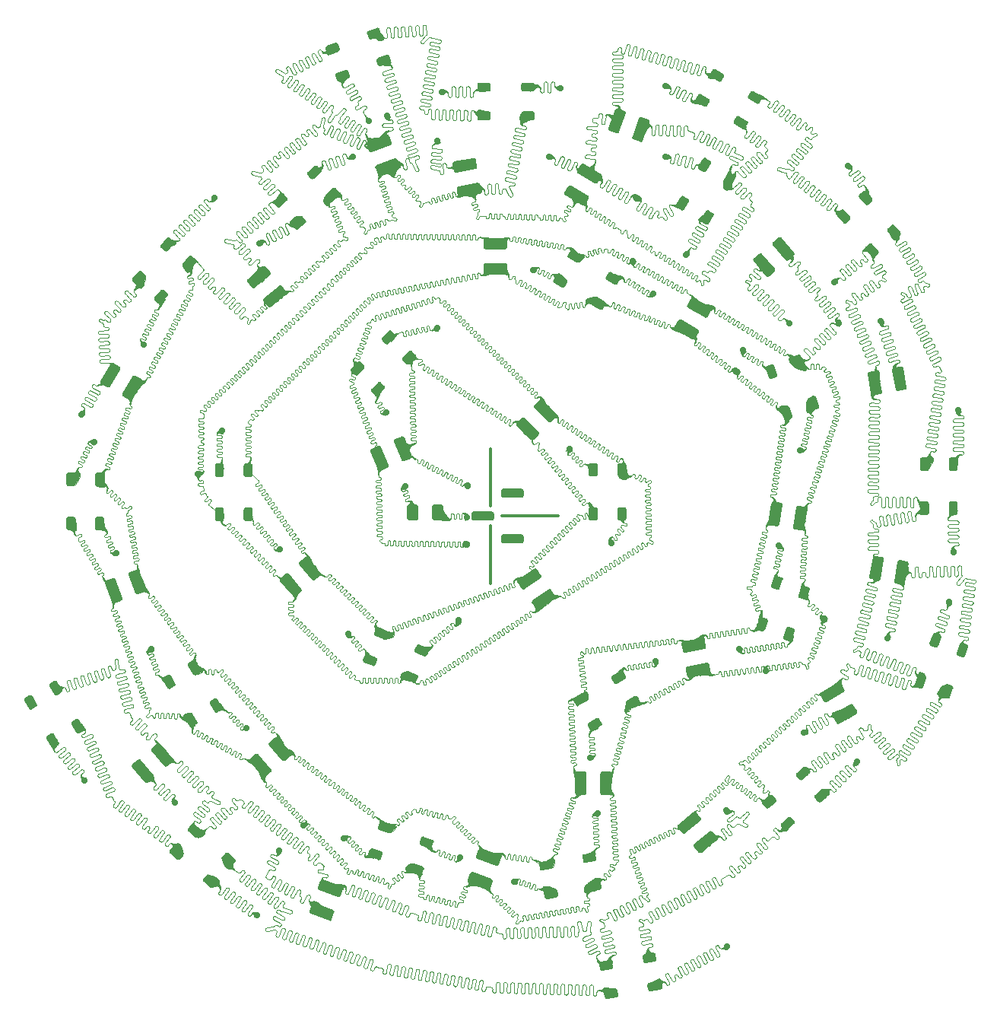
<source format=gbr>
G04 #@! TF.GenerationSoftware,KiCad,Pcbnew,5.1.5+dfsg1-2build2*
G04 #@! TF.CreationDate,2021-03-12T16:21:47+01:00*
G04 #@! TF.ProjectId,Kugel-100mm_Adafruit-3094,4b756765-6c2d-4313-9030-6d6d5f416461,v2.2*
G04 #@! TF.SameCoordinates,Original*
G04 #@! TF.FileFunction,Copper,L1,Top*
G04 #@! TF.FilePolarity,Positive*
%FSLAX46Y46*%
G04 Gerber Fmt 4.6, Leading zero omitted, Abs format (unit mm)*
G04 Created by KiCad (PCBNEW 5.1.5+dfsg1-2build2) date 2021-03-12 16:21:47*
%MOMM*%
%LPD*%
G04 APERTURE LIST*
%ADD10C,0.100000*%
%ADD11C,0.700000*%
%ADD12C,0.300000*%
%ADD13C,0.025400*%
G04 APERTURE END LIST*
G04 #@! TA.AperFunction,SMDPad,CuDef*
D10*
G36*
X129912857Y-99244992D02*
G01*
X129936994Y-99249384D01*
X129960585Y-99256121D01*
X129983402Y-99265137D01*
X130005225Y-99276347D01*
X130871251Y-99776347D01*
X130891870Y-99789641D01*
X130911087Y-99804893D01*
X130928717Y-99821955D01*
X130944589Y-99840663D01*
X130958552Y-99860836D01*
X130970469Y-99882281D01*
X130980227Y-99904790D01*
X130987732Y-99928148D01*
X130992912Y-99952129D01*
X130995716Y-99976502D01*
X130996117Y-100001033D01*
X130994112Y-100025484D01*
X130989720Y-100049622D01*
X130982984Y-100073213D01*
X130973967Y-100096030D01*
X130962757Y-100117853D01*
X130712757Y-100550865D01*
X130699463Y-100571485D01*
X130684211Y-100590702D01*
X130667149Y-100608331D01*
X130648441Y-100624203D01*
X130628268Y-100638166D01*
X130606823Y-100650083D01*
X130584313Y-100659842D01*
X130560956Y-100667347D01*
X130536975Y-100672526D01*
X130512602Y-100675330D01*
X130488071Y-100675731D01*
X130463619Y-100673726D01*
X130439482Y-100669334D01*
X130415891Y-100662597D01*
X130393074Y-100653581D01*
X130371251Y-100642371D01*
X129505225Y-100142371D01*
X129484606Y-100129077D01*
X129465389Y-100113825D01*
X129447759Y-100096763D01*
X129431887Y-100078055D01*
X129417924Y-100057882D01*
X129406007Y-100036437D01*
X129396249Y-100013928D01*
X129388744Y-99990570D01*
X129383564Y-99966589D01*
X129380760Y-99942216D01*
X129380359Y-99917685D01*
X129382364Y-99893234D01*
X129386756Y-99869096D01*
X129393492Y-99845505D01*
X129402509Y-99822688D01*
X129413719Y-99800865D01*
X129663719Y-99367853D01*
X129677013Y-99347233D01*
X129692265Y-99328016D01*
X129709327Y-99310387D01*
X129728035Y-99294515D01*
X129748208Y-99280552D01*
X129769653Y-99268635D01*
X129792163Y-99258876D01*
X129815520Y-99251371D01*
X129839501Y-99246192D01*
X129863874Y-99243388D01*
X129888405Y-99242987D01*
X129912857Y-99244992D01*
G37*
G04 #@! TD.AperFunction*
G04 #@! TA.AperFunction,SMDPad,CuDef*
G36*
X128312857Y-102016274D02*
G01*
X128336994Y-102020666D01*
X128360585Y-102027403D01*
X128383402Y-102036419D01*
X128405225Y-102047629D01*
X129271251Y-102547629D01*
X129291870Y-102560923D01*
X129311087Y-102576175D01*
X129328717Y-102593237D01*
X129344589Y-102611945D01*
X129358552Y-102632118D01*
X129370469Y-102653563D01*
X129380227Y-102676072D01*
X129387732Y-102699430D01*
X129392912Y-102723411D01*
X129395716Y-102747784D01*
X129396117Y-102772315D01*
X129394112Y-102796766D01*
X129389720Y-102820904D01*
X129382984Y-102844495D01*
X129373967Y-102867312D01*
X129362757Y-102889135D01*
X129112757Y-103322147D01*
X129099463Y-103342767D01*
X129084211Y-103361984D01*
X129067149Y-103379613D01*
X129048441Y-103395485D01*
X129028268Y-103409448D01*
X129006823Y-103421365D01*
X128984313Y-103431124D01*
X128960956Y-103438629D01*
X128936975Y-103443808D01*
X128912602Y-103446612D01*
X128888071Y-103447013D01*
X128863619Y-103445008D01*
X128839482Y-103440616D01*
X128815891Y-103433879D01*
X128793074Y-103424863D01*
X128771251Y-103413653D01*
X127905225Y-102913653D01*
X127884606Y-102900359D01*
X127865389Y-102885107D01*
X127847759Y-102868045D01*
X127831887Y-102849337D01*
X127817924Y-102829164D01*
X127806007Y-102807719D01*
X127796249Y-102785210D01*
X127788744Y-102761852D01*
X127783564Y-102737871D01*
X127780760Y-102713498D01*
X127780359Y-102688967D01*
X127782364Y-102664516D01*
X127786756Y-102640378D01*
X127793492Y-102616787D01*
X127802509Y-102593970D01*
X127813719Y-102572147D01*
X128063719Y-102139135D01*
X128077013Y-102118515D01*
X128092265Y-102099298D01*
X128109327Y-102081669D01*
X128128035Y-102065797D01*
X128148208Y-102051834D01*
X128169653Y-102039917D01*
X128192163Y-102030158D01*
X128215520Y-102022653D01*
X128239501Y-102017474D01*
X128263874Y-102014670D01*
X128288405Y-102014269D01*
X128312857Y-102016274D01*
G37*
G04 #@! TD.AperFunction*
G04 #@! TA.AperFunction,SMDPad,CuDef*
G36*
X134156381Y-101694992D02*
G01*
X134180518Y-101699384D01*
X134204109Y-101706121D01*
X134226926Y-101715137D01*
X134248749Y-101726347D01*
X135114775Y-102226347D01*
X135135394Y-102239641D01*
X135154611Y-102254893D01*
X135172241Y-102271955D01*
X135188113Y-102290663D01*
X135202076Y-102310836D01*
X135213993Y-102332281D01*
X135223751Y-102354790D01*
X135231256Y-102378148D01*
X135236436Y-102402129D01*
X135239240Y-102426502D01*
X135239641Y-102451033D01*
X135237636Y-102475484D01*
X135233244Y-102499622D01*
X135226508Y-102523213D01*
X135217491Y-102546030D01*
X135206281Y-102567853D01*
X134956281Y-103000865D01*
X134942987Y-103021485D01*
X134927735Y-103040702D01*
X134910673Y-103058331D01*
X134891965Y-103074203D01*
X134871792Y-103088166D01*
X134850347Y-103100083D01*
X134827837Y-103109842D01*
X134804480Y-103117347D01*
X134780499Y-103122526D01*
X134756126Y-103125330D01*
X134731595Y-103125731D01*
X134707143Y-103123726D01*
X134683006Y-103119334D01*
X134659415Y-103112597D01*
X134636598Y-103103581D01*
X134614775Y-103092371D01*
X133748749Y-102592371D01*
X133728130Y-102579077D01*
X133708913Y-102563825D01*
X133691283Y-102546763D01*
X133675411Y-102528055D01*
X133661448Y-102507882D01*
X133649531Y-102486437D01*
X133639773Y-102463928D01*
X133632268Y-102440570D01*
X133627088Y-102416589D01*
X133624284Y-102392216D01*
X133623883Y-102367685D01*
X133625888Y-102343234D01*
X133630280Y-102319096D01*
X133637016Y-102295505D01*
X133646033Y-102272688D01*
X133657243Y-102250865D01*
X133907243Y-101817853D01*
X133920537Y-101797233D01*
X133935789Y-101778016D01*
X133952851Y-101760387D01*
X133971559Y-101744515D01*
X133991732Y-101730552D01*
X134013177Y-101718635D01*
X134035687Y-101708876D01*
X134059044Y-101701371D01*
X134083025Y-101696192D01*
X134107398Y-101693388D01*
X134131929Y-101692987D01*
X134156381Y-101694992D01*
G37*
G04 #@! TD.AperFunction*
G04 #@! TA.AperFunction,SMDPad,CuDef*
G36*
X132556381Y-104466274D02*
G01*
X132580518Y-104470666D01*
X132604109Y-104477403D01*
X132626926Y-104486419D01*
X132648749Y-104497629D01*
X133514775Y-104997629D01*
X133535394Y-105010923D01*
X133554611Y-105026175D01*
X133572241Y-105043237D01*
X133588113Y-105061945D01*
X133602076Y-105082118D01*
X133613993Y-105103563D01*
X133623751Y-105126072D01*
X133631256Y-105149430D01*
X133636436Y-105173411D01*
X133639240Y-105197784D01*
X133639641Y-105222315D01*
X133637636Y-105246766D01*
X133633244Y-105270904D01*
X133626508Y-105294495D01*
X133617491Y-105317312D01*
X133606281Y-105339135D01*
X133356281Y-105772147D01*
X133342987Y-105792767D01*
X133327735Y-105811984D01*
X133310673Y-105829613D01*
X133291965Y-105845485D01*
X133271792Y-105859448D01*
X133250347Y-105871365D01*
X133227837Y-105881124D01*
X133204480Y-105888629D01*
X133180499Y-105893808D01*
X133156126Y-105896612D01*
X133131595Y-105897013D01*
X133107143Y-105895008D01*
X133083006Y-105890616D01*
X133059415Y-105883879D01*
X133036598Y-105874863D01*
X133014775Y-105863653D01*
X132148749Y-105363653D01*
X132128130Y-105350359D01*
X132108913Y-105335107D01*
X132091283Y-105318045D01*
X132075411Y-105299337D01*
X132061448Y-105279164D01*
X132049531Y-105257719D01*
X132039773Y-105235210D01*
X132032268Y-105211852D01*
X132027088Y-105187871D01*
X132024284Y-105163498D01*
X132023883Y-105138967D01*
X132025888Y-105114516D01*
X132030280Y-105090378D01*
X132037016Y-105066787D01*
X132046033Y-105043970D01*
X132057243Y-105022147D01*
X132307243Y-104589135D01*
X132320537Y-104568515D01*
X132335789Y-104549298D01*
X132352851Y-104531669D01*
X132371559Y-104515797D01*
X132391732Y-104501834D01*
X132413177Y-104489917D01*
X132435687Y-104480158D01*
X132459044Y-104472653D01*
X132483025Y-104467474D01*
X132507398Y-104464670D01*
X132531929Y-104464269D01*
X132556381Y-104466274D01*
G37*
G04 #@! TD.AperFunction*
G04 #@! TA.AperFunction,SMDPad,CuDef*
G36*
X128623476Y-162575823D02*
G01*
X128647660Y-162579951D01*
X128671323Y-162586430D01*
X128694237Y-162595197D01*
X128716181Y-162606168D01*
X128736944Y-162619237D01*
X128756326Y-162634278D01*
X128774141Y-162651147D01*
X128790216Y-162669680D01*
X128804398Y-162689700D01*
X128816549Y-162711014D01*
X128826552Y-162733415D01*
X128834311Y-162756690D01*
X128839752Y-162780613D01*
X128969988Y-163519219D01*
X128973058Y-163543560D01*
X128973727Y-163568085D01*
X128971988Y-163592557D01*
X128967860Y-163616741D01*
X128961381Y-163640404D01*
X128952614Y-163663318D01*
X128941643Y-163685262D01*
X128928574Y-163706025D01*
X128913533Y-163725407D01*
X128896664Y-163743222D01*
X128878131Y-163759297D01*
X128858111Y-163773479D01*
X128836797Y-163785630D01*
X128814395Y-163795633D01*
X128791121Y-163803392D01*
X128767198Y-163808833D01*
X126649862Y-164182177D01*
X126625521Y-164185247D01*
X126600996Y-164185916D01*
X126576524Y-164184177D01*
X126552340Y-164180049D01*
X126528677Y-164173570D01*
X126505763Y-164164803D01*
X126483819Y-164153832D01*
X126463056Y-164140763D01*
X126443674Y-164125722D01*
X126425859Y-164108853D01*
X126409784Y-164090320D01*
X126395602Y-164070300D01*
X126383451Y-164048986D01*
X126373448Y-164026585D01*
X126365689Y-164003310D01*
X126360248Y-163979387D01*
X126230012Y-163240781D01*
X126226942Y-163216440D01*
X126226273Y-163191915D01*
X126228012Y-163167443D01*
X126232140Y-163143259D01*
X126238619Y-163119596D01*
X126247386Y-163096682D01*
X126258357Y-163074738D01*
X126271426Y-163053975D01*
X126286467Y-163034593D01*
X126303336Y-163016778D01*
X126321869Y-163000703D01*
X126341889Y-162986521D01*
X126363203Y-162974370D01*
X126385605Y-162964367D01*
X126408879Y-162956608D01*
X126432802Y-162951167D01*
X128550138Y-162577823D01*
X128574479Y-162574753D01*
X128599004Y-162574084D01*
X128623476Y-162575823D01*
G37*
G04 #@! TD.AperFunction*
G04 #@! TA.AperFunction,SMDPad,CuDef*
G36*
X129109690Y-165333285D02*
G01*
X129133874Y-165337413D01*
X129157537Y-165343892D01*
X129180451Y-165352659D01*
X129202395Y-165363630D01*
X129223158Y-165376699D01*
X129242540Y-165391740D01*
X129260355Y-165408609D01*
X129276430Y-165427142D01*
X129290612Y-165447162D01*
X129302763Y-165468476D01*
X129312766Y-165490877D01*
X129320525Y-165514152D01*
X129325966Y-165538075D01*
X129456202Y-166276681D01*
X129459272Y-166301022D01*
X129459941Y-166325547D01*
X129458202Y-166350019D01*
X129454074Y-166374203D01*
X129447595Y-166397866D01*
X129438828Y-166420780D01*
X129427857Y-166442724D01*
X129414788Y-166463487D01*
X129399747Y-166482869D01*
X129382878Y-166500684D01*
X129364345Y-166516759D01*
X129344325Y-166530941D01*
X129323011Y-166543092D01*
X129300609Y-166553095D01*
X129277335Y-166560854D01*
X129253412Y-166566295D01*
X127136076Y-166939639D01*
X127111735Y-166942709D01*
X127087210Y-166943378D01*
X127062738Y-166941639D01*
X127038554Y-166937511D01*
X127014891Y-166931032D01*
X126991977Y-166922265D01*
X126970033Y-166911294D01*
X126949270Y-166898225D01*
X126929888Y-166883184D01*
X126912073Y-166866315D01*
X126895998Y-166847782D01*
X126881816Y-166827762D01*
X126869665Y-166806448D01*
X126859662Y-166784047D01*
X126851903Y-166760772D01*
X126846462Y-166736849D01*
X126716226Y-165998243D01*
X126713156Y-165973902D01*
X126712487Y-165949377D01*
X126714226Y-165924905D01*
X126718354Y-165900721D01*
X126724833Y-165877058D01*
X126733600Y-165854144D01*
X126744571Y-165832200D01*
X126757640Y-165811437D01*
X126772681Y-165792055D01*
X126789550Y-165774240D01*
X126808083Y-165758165D01*
X126828103Y-165743983D01*
X126849417Y-165731832D01*
X126871819Y-165721829D01*
X126895093Y-165714070D01*
X126919016Y-165708629D01*
X129036352Y-165335285D01*
X129060693Y-165332215D01*
X129085218Y-165331546D01*
X129109690Y-165333285D01*
G37*
G04 #@! TD.AperFunction*
G04 #@! TA.AperFunction,SMDPad,CuDef*
G36*
X90370803Y-131792190D02*
G01*
X90395072Y-131795790D01*
X90418870Y-131801751D01*
X90441970Y-131810016D01*
X90464148Y-131820506D01*
X90485192Y-131833119D01*
X90504897Y-131847733D01*
X90523076Y-131864209D01*
X90876629Y-132217762D01*
X90893105Y-132235941D01*
X90907719Y-132255646D01*
X90920332Y-132276690D01*
X90930822Y-132298868D01*
X90939087Y-132321968D01*
X90945048Y-132345766D01*
X90948648Y-132370035D01*
X90949852Y-132394539D01*
X90948648Y-132419043D01*
X90945048Y-132443312D01*
X90939087Y-132467110D01*
X90930822Y-132490210D01*
X90920332Y-132512388D01*
X90907719Y-132533432D01*
X90893105Y-132553137D01*
X90876629Y-132571316D01*
X90169522Y-133278423D01*
X90151343Y-133294899D01*
X90131638Y-133309513D01*
X90110594Y-133322126D01*
X90088416Y-133332616D01*
X90065316Y-133340881D01*
X90041518Y-133346842D01*
X90017249Y-133350442D01*
X89992745Y-133351646D01*
X89968241Y-133350442D01*
X89943972Y-133346842D01*
X89920174Y-133340881D01*
X89897074Y-133332616D01*
X89874896Y-133322126D01*
X89853852Y-133309513D01*
X89834147Y-133294899D01*
X89815968Y-133278423D01*
X89462415Y-132924870D01*
X89445939Y-132906691D01*
X89431325Y-132886986D01*
X89418712Y-132865942D01*
X89408222Y-132843764D01*
X89399957Y-132820664D01*
X89393996Y-132796866D01*
X89390396Y-132772597D01*
X89389192Y-132748093D01*
X89390396Y-132723589D01*
X89393996Y-132699320D01*
X89399957Y-132675522D01*
X89408222Y-132652422D01*
X89418712Y-132630244D01*
X89431325Y-132609200D01*
X89445939Y-132589495D01*
X89462415Y-132571316D01*
X90169522Y-131864209D01*
X90187701Y-131847733D01*
X90207406Y-131833119D01*
X90228450Y-131820506D01*
X90250628Y-131810016D01*
X90273728Y-131801751D01*
X90297526Y-131795790D01*
X90321795Y-131792190D01*
X90346299Y-131790986D01*
X90370803Y-131792190D01*
G37*
G04 #@! TD.AperFunction*
G04 #@! TA.AperFunction,SMDPad,CuDef*
G36*
X92633544Y-134054931D02*
G01*
X92657813Y-134058531D01*
X92681611Y-134064492D01*
X92704711Y-134072757D01*
X92726889Y-134083247D01*
X92747933Y-134095860D01*
X92767638Y-134110474D01*
X92785817Y-134126950D01*
X93139370Y-134480503D01*
X93155846Y-134498682D01*
X93170460Y-134518387D01*
X93183073Y-134539431D01*
X93193563Y-134561609D01*
X93201828Y-134584709D01*
X93207789Y-134608507D01*
X93211389Y-134632776D01*
X93212593Y-134657280D01*
X93211389Y-134681784D01*
X93207789Y-134706053D01*
X93201828Y-134729851D01*
X93193563Y-134752951D01*
X93183073Y-134775129D01*
X93170460Y-134796173D01*
X93155846Y-134815878D01*
X93139370Y-134834057D01*
X92432263Y-135541164D01*
X92414084Y-135557640D01*
X92394379Y-135572254D01*
X92373335Y-135584867D01*
X92351157Y-135595357D01*
X92328057Y-135603622D01*
X92304259Y-135609583D01*
X92279990Y-135613183D01*
X92255486Y-135614387D01*
X92230982Y-135613183D01*
X92206713Y-135609583D01*
X92182915Y-135603622D01*
X92159815Y-135595357D01*
X92137637Y-135584867D01*
X92116593Y-135572254D01*
X92096888Y-135557640D01*
X92078709Y-135541164D01*
X91725156Y-135187611D01*
X91708680Y-135169432D01*
X91694066Y-135149727D01*
X91681453Y-135128683D01*
X91670963Y-135106505D01*
X91662698Y-135083405D01*
X91656737Y-135059607D01*
X91653137Y-135035338D01*
X91651933Y-135010834D01*
X91653137Y-134986330D01*
X91656737Y-134962061D01*
X91662698Y-134938263D01*
X91670963Y-134915163D01*
X91681453Y-134892985D01*
X91694066Y-134871941D01*
X91708680Y-134852236D01*
X91725156Y-134834057D01*
X92432263Y-134126950D01*
X92450442Y-134110474D01*
X92470147Y-134095860D01*
X92491191Y-134083247D01*
X92513369Y-134072757D01*
X92536469Y-134064492D01*
X92560267Y-134058531D01*
X92584536Y-134054931D01*
X92609040Y-134053727D01*
X92633544Y-134054931D01*
G37*
G04 #@! TD.AperFunction*
G04 #@! TA.AperFunction,SMDPad,CuDef*
G36*
X93835626Y-128327367D02*
G01*
X93859895Y-128330967D01*
X93883693Y-128336928D01*
X93906793Y-128345193D01*
X93928971Y-128355683D01*
X93950015Y-128368296D01*
X93969720Y-128382910D01*
X93987899Y-128399386D01*
X94341452Y-128752939D01*
X94357928Y-128771118D01*
X94372542Y-128790823D01*
X94385155Y-128811867D01*
X94395645Y-128834045D01*
X94403910Y-128857145D01*
X94409871Y-128880943D01*
X94413471Y-128905212D01*
X94414675Y-128929716D01*
X94413471Y-128954220D01*
X94409871Y-128978489D01*
X94403910Y-129002287D01*
X94395645Y-129025387D01*
X94385155Y-129047565D01*
X94372542Y-129068609D01*
X94357928Y-129088314D01*
X94341452Y-129106493D01*
X93634345Y-129813600D01*
X93616166Y-129830076D01*
X93596461Y-129844690D01*
X93575417Y-129857303D01*
X93553239Y-129867793D01*
X93530139Y-129876058D01*
X93506341Y-129882019D01*
X93482072Y-129885619D01*
X93457568Y-129886823D01*
X93433064Y-129885619D01*
X93408795Y-129882019D01*
X93384997Y-129876058D01*
X93361897Y-129867793D01*
X93339719Y-129857303D01*
X93318675Y-129844690D01*
X93298970Y-129830076D01*
X93280791Y-129813600D01*
X92927238Y-129460047D01*
X92910762Y-129441868D01*
X92896148Y-129422163D01*
X92883535Y-129401119D01*
X92873045Y-129378941D01*
X92864780Y-129355841D01*
X92858819Y-129332043D01*
X92855219Y-129307774D01*
X92854015Y-129283270D01*
X92855219Y-129258766D01*
X92858819Y-129234497D01*
X92864780Y-129210699D01*
X92873045Y-129187599D01*
X92883535Y-129165421D01*
X92896148Y-129144377D01*
X92910762Y-129124672D01*
X92927238Y-129106493D01*
X93634345Y-128399386D01*
X93652524Y-128382910D01*
X93672229Y-128368296D01*
X93693273Y-128355683D01*
X93715451Y-128345193D01*
X93738551Y-128336928D01*
X93762349Y-128330967D01*
X93786618Y-128327367D01*
X93811122Y-128326163D01*
X93835626Y-128327367D01*
G37*
G04 #@! TD.AperFunction*
G04 #@! TA.AperFunction,SMDPad,CuDef*
G36*
X96098367Y-130590108D02*
G01*
X96122636Y-130593708D01*
X96146434Y-130599669D01*
X96169534Y-130607934D01*
X96191712Y-130618424D01*
X96212756Y-130631037D01*
X96232461Y-130645651D01*
X96250640Y-130662127D01*
X96604193Y-131015680D01*
X96620669Y-131033859D01*
X96635283Y-131053564D01*
X96647896Y-131074608D01*
X96658386Y-131096786D01*
X96666651Y-131119886D01*
X96672612Y-131143684D01*
X96676212Y-131167953D01*
X96677416Y-131192457D01*
X96676212Y-131216961D01*
X96672612Y-131241230D01*
X96666651Y-131265028D01*
X96658386Y-131288128D01*
X96647896Y-131310306D01*
X96635283Y-131331350D01*
X96620669Y-131351055D01*
X96604193Y-131369234D01*
X95897086Y-132076341D01*
X95878907Y-132092817D01*
X95859202Y-132107431D01*
X95838158Y-132120044D01*
X95815980Y-132130534D01*
X95792880Y-132138799D01*
X95769082Y-132144760D01*
X95744813Y-132148360D01*
X95720309Y-132149564D01*
X95695805Y-132148360D01*
X95671536Y-132144760D01*
X95647738Y-132138799D01*
X95624638Y-132130534D01*
X95602460Y-132120044D01*
X95581416Y-132107431D01*
X95561711Y-132092817D01*
X95543532Y-132076341D01*
X95189979Y-131722788D01*
X95173503Y-131704609D01*
X95158889Y-131684904D01*
X95146276Y-131663860D01*
X95135786Y-131641682D01*
X95127521Y-131618582D01*
X95121560Y-131594784D01*
X95117960Y-131570515D01*
X95116756Y-131546011D01*
X95117960Y-131521507D01*
X95121560Y-131497238D01*
X95127521Y-131473440D01*
X95135786Y-131450340D01*
X95146276Y-131428162D01*
X95158889Y-131407118D01*
X95173503Y-131387413D01*
X95189979Y-131369234D01*
X95897086Y-130662127D01*
X95915265Y-130645651D01*
X95934970Y-130631037D01*
X95956014Y-130618424D01*
X95978192Y-130607934D01*
X96001292Y-130599669D01*
X96025090Y-130593708D01*
X96049359Y-130590108D01*
X96073863Y-130588904D01*
X96098367Y-130590108D01*
G37*
G04 #@! TD.AperFunction*
G04 #@! TA.AperFunction,SMDPad,CuDef*
G36*
X96699504Y-147726203D02*
G01*
X96723773Y-147729803D01*
X96747571Y-147735764D01*
X96770671Y-147744029D01*
X96792849Y-147754519D01*
X96813893Y-147767132D01*
X96833598Y-147781746D01*
X96851777Y-147798222D01*
X96868253Y-147816401D01*
X96882867Y-147836106D01*
X96895480Y-147857150D01*
X96905970Y-147879328D01*
X96914235Y-147902428D01*
X96920196Y-147926226D01*
X96923796Y-147950495D01*
X96925000Y-147974999D01*
X96925000Y-149224999D01*
X96923796Y-149249503D01*
X96920196Y-149273772D01*
X96914235Y-149297570D01*
X96905970Y-149320670D01*
X96895480Y-149342848D01*
X96882867Y-149363892D01*
X96868253Y-149383597D01*
X96851777Y-149401776D01*
X96833598Y-149418252D01*
X96813893Y-149432866D01*
X96792849Y-149445479D01*
X96770671Y-149455969D01*
X96747571Y-149464234D01*
X96723773Y-149470195D01*
X96699504Y-149473795D01*
X96675000Y-149474999D01*
X95925000Y-149474999D01*
X95900496Y-149473795D01*
X95876227Y-149470195D01*
X95852429Y-149464234D01*
X95829329Y-149455969D01*
X95807151Y-149445479D01*
X95786107Y-149432866D01*
X95766402Y-149418252D01*
X95748223Y-149401776D01*
X95731747Y-149383597D01*
X95717133Y-149363892D01*
X95704520Y-149342848D01*
X95694030Y-149320670D01*
X95685765Y-149297570D01*
X95679804Y-149273772D01*
X95676204Y-149249503D01*
X95675000Y-149224999D01*
X95675000Y-147974999D01*
X95676204Y-147950495D01*
X95679804Y-147926226D01*
X95685765Y-147902428D01*
X95694030Y-147879328D01*
X95704520Y-147857150D01*
X95717133Y-147836106D01*
X95731747Y-147816401D01*
X95748223Y-147798222D01*
X95766402Y-147781746D01*
X95786107Y-147767132D01*
X95807151Y-147754519D01*
X95829329Y-147744029D01*
X95852429Y-147735764D01*
X95876227Y-147729803D01*
X95900496Y-147726203D01*
X95925000Y-147724999D01*
X96675000Y-147724999D01*
X96699504Y-147726203D01*
G37*
G04 #@! TD.AperFunction*
G04 #@! TA.AperFunction,SMDPad,CuDef*
G36*
X99499504Y-147726203D02*
G01*
X99523773Y-147729803D01*
X99547571Y-147735764D01*
X99570671Y-147744029D01*
X99592849Y-147754519D01*
X99613893Y-147767132D01*
X99633598Y-147781746D01*
X99651777Y-147798222D01*
X99668253Y-147816401D01*
X99682867Y-147836106D01*
X99695480Y-147857150D01*
X99705970Y-147879328D01*
X99714235Y-147902428D01*
X99720196Y-147926226D01*
X99723796Y-147950495D01*
X99725000Y-147974999D01*
X99725000Y-149224999D01*
X99723796Y-149249503D01*
X99720196Y-149273772D01*
X99714235Y-149297570D01*
X99705970Y-149320670D01*
X99695480Y-149342848D01*
X99682867Y-149363892D01*
X99668253Y-149383597D01*
X99651777Y-149401776D01*
X99633598Y-149418252D01*
X99613893Y-149432866D01*
X99592849Y-149445479D01*
X99570671Y-149455969D01*
X99547571Y-149464234D01*
X99523773Y-149470195D01*
X99499504Y-149473795D01*
X99475000Y-149474999D01*
X98725000Y-149474999D01*
X98700496Y-149473795D01*
X98676227Y-149470195D01*
X98652429Y-149464234D01*
X98629329Y-149455969D01*
X98607151Y-149445479D01*
X98586107Y-149432866D01*
X98566402Y-149418252D01*
X98548223Y-149401776D01*
X98531747Y-149383597D01*
X98517133Y-149363892D01*
X98504520Y-149342848D01*
X98494030Y-149320670D01*
X98485765Y-149297570D01*
X98479804Y-149273772D01*
X98476204Y-149249503D01*
X98475000Y-149224999D01*
X98475000Y-147974999D01*
X98476204Y-147950495D01*
X98479804Y-147926226D01*
X98485765Y-147902428D01*
X98494030Y-147879328D01*
X98504520Y-147857150D01*
X98517133Y-147836106D01*
X98531747Y-147816401D01*
X98548223Y-147798222D01*
X98566402Y-147781746D01*
X98586107Y-147767132D01*
X98607151Y-147754519D01*
X98629329Y-147744029D01*
X98652429Y-147735764D01*
X98676227Y-147729803D01*
X98700496Y-147726203D01*
X98725000Y-147724999D01*
X99475000Y-147724999D01*
X99499504Y-147726203D01*
G37*
G04 #@! TD.AperFunction*
G04 #@! TA.AperFunction,SMDPad,CuDef*
G36*
X95159574Y-140114528D02*
G01*
X95183842Y-140118128D01*
X95207641Y-140124089D01*
X95230741Y-140132354D01*
X95252919Y-140142844D01*
X95273962Y-140155457D01*
X95293668Y-140170071D01*
X95311847Y-140186547D01*
X95328323Y-140204726D01*
X95342937Y-140224431D01*
X95355550Y-140245475D01*
X95366040Y-140267653D01*
X96188810Y-142253994D01*
X96197075Y-142277094D01*
X96203036Y-142300892D01*
X96206636Y-142325161D01*
X96207840Y-142349665D01*
X96206636Y-142374169D01*
X96203036Y-142398438D01*
X96197075Y-142422236D01*
X96188810Y-142445336D01*
X96178320Y-142467514D01*
X96165707Y-142488558D01*
X96151093Y-142508263D01*
X96134617Y-142526442D01*
X96116438Y-142542918D01*
X96096733Y-142557532D01*
X96075689Y-142570145D01*
X96053511Y-142580635D01*
X95360601Y-142867648D01*
X95337501Y-142875913D01*
X95313703Y-142881874D01*
X95289434Y-142885474D01*
X95264930Y-142886678D01*
X95240426Y-142885474D01*
X95216158Y-142881874D01*
X95192359Y-142875913D01*
X95169259Y-142867648D01*
X95147081Y-142857158D01*
X95126038Y-142844545D01*
X95106332Y-142829931D01*
X95088153Y-142813455D01*
X95071677Y-142795276D01*
X95057063Y-142775571D01*
X95044450Y-142754527D01*
X95033960Y-142732349D01*
X94211190Y-140746008D01*
X94202925Y-140722908D01*
X94196964Y-140699110D01*
X94193364Y-140674841D01*
X94192160Y-140650337D01*
X94193364Y-140625833D01*
X94196964Y-140601564D01*
X94202925Y-140577766D01*
X94211190Y-140554666D01*
X94221680Y-140532488D01*
X94234293Y-140511444D01*
X94248907Y-140491739D01*
X94265383Y-140473560D01*
X94283562Y-140457084D01*
X94303267Y-140442470D01*
X94324311Y-140429857D01*
X94346489Y-140419367D01*
X95039399Y-140132354D01*
X95062499Y-140124089D01*
X95086297Y-140118128D01*
X95110566Y-140114528D01*
X95135070Y-140113324D01*
X95159574Y-140114528D01*
G37*
G04 #@! TD.AperFunction*
G04 #@! TA.AperFunction,SMDPad,CuDef*
G36*
X92572712Y-141186042D02*
G01*
X92596980Y-141189642D01*
X92620779Y-141195603D01*
X92643879Y-141203868D01*
X92666057Y-141214358D01*
X92687100Y-141226971D01*
X92706806Y-141241585D01*
X92724985Y-141258061D01*
X92741461Y-141276240D01*
X92756075Y-141295945D01*
X92768688Y-141316989D01*
X92779178Y-141339167D01*
X93601948Y-143325508D01*
X93610213Y-143348608D01*
X93616174Y-143372406D01*
X93619774Y-143396675D01*
X93620978Y-143421179D01*
X93619774Y-143445683D01*
X93616174Y-143469952D01*
X93610213Y-143493750D01*
X93601948Y-143516850D01*
X93591458Y-143539028D01*
X93578845Y-143560072D01*
X93564231Y-143579777D01*
X93547755Y-143597956D01*
X93529576Y-143614432D01*
X93509871Y-143629046D01*
X93488827Y-143641659D01*
X93466649Y-143652149D01*
X92773739Y-143939162D01*
X92750639Y-143947427D01*
X92726841Y-143953388D01*
X92702572Y-143956988D01*
X92678068Y-143958192D01*
X92653564Y-143956988D01*
X92629296Y-143953388D01*
X92605497Y-143947427D01*
X92582397Y-143939162D01*
X92560219Y-143928672D01*
X92539176Y-143916059D01*
X92519470Y-143901445D01*
X92501291Y-143884969D01*
X92484815Y-143866790D01*
X92470201Y-143847085D01*
X92457588Y-143826041D01*
X92447098Y-143803863D01*
X91624328Y-141817522D01*
X91616063Y-141794422D01*
X91610102Y-141770624D01*
X91606502Y-141746355D01*
X91605298Y-141721851D01*
X91606502Y-141697347D01*
X91610102Y-141673078D01*
X91616063Y-141649280D01*
X91624328Y-141626180D01*
X91634818Y-141604002D01*
X91647431Y-141582958D01*
X91662045Y-141563253D01*
X91678521Y-141545074D01*
X91696700Y-141528598D01*
X91716405Y-141513984D01*
X91737449Y-141501371D01*
X91759627Y-141490881D01*
X92452537Y-141203868D01*
X92475637Y-141195603D01*
X92499435Y-141189642D01*
X92523704Y-141186042D01*
X92548208Y-141184838D01*
X92572712Y-141186042D01*
G37*
G04 #@! TD.AperFunction*
G04 #@! TA.AperFunction,SMDPad,CuDef*
G36*
X68030521Y-174266505D02*
G01*
X68054827Y-174269840D01*
X68078689Y-174275541D01*
X68101878Y-174283554D01*
X68124169Y-174293801D01*
X68145349Y-174306184D01*
X68165213Y-174320583D01*
X68183570Y-174336859D01*
X68200243Y-174354857D01*
X69582236Y-176001852D01*
X69597065Y-176021397D01*
X69609907Y-176042302D01*
X69620638Y-176064364D01*
X69629154Y-176087373D01*
X69635375Y-176111105D01*
X69639239Y-176135332D01*
X69640710Y-176159822D01*
X69639774Y-176184338D01*
X69636439Y-176208644D01*
X69630737Y-176232506D01*
X69622725Y-176255695D01*
X69612478Y-176277986D01*
X69600095Y-176299166D01*
X69585696Y-176319030D01*
X69569419Y-176337387D01*
X69551422Y-176354060D01*
X68976889Y-176836151D01*
X68957344Y-176850980D01*
X68936439Y-176863822D01*
X68914377Y-176874552D01*
X68891369Y-176883069D01*
X68867636Y-176889290D01*
X68843409Y-176893154D01*
X68818919Y-176894625D01*
X68794403Y-176893689D01*
X68770097Y-176890354D01*
X68746235Y-176884653D01*
X68723046Y-176876640D01*
X68700755Y-176866393D01*
X68679575Y-176854010D01*
X68659711Y-176839611D01*
X68641354Y-176823335D01*
X68624681Y-176805337D01*
X67242688Y-175158342D01*
X67227859Y-175138797D01*
X67215017Y-175117892D01*
X67204286Y-175095830D01*
X67195770Y-175072821D01*
X67189549Y-175049089D01*
X67185685Y-175024862D01*
X67184214Y-175000372D01*
X67185150Y-174975856D01*
X67188485Y-174951550D01*
X67194187Y-174927688D01*
X67202199Y-174904499D01*
X67212446Y-174882208D01*
X67224829Y-174861028D01*
X67239228Y-174841164D01*
X67255505Y-174822807D01*
X67273502Y-174806134D01*
X67848035Y-174324043D01*
X67867580Y-174309214D01*
X67888485Y-174296372D01*
X67910547Y-174285642D01*
X67933555Y-174277125D01*
X67957288Y-174270904D01*
X67981515Y-174267040D01*
X68006005Y-174265569D01*
X68030521Y-174266505D01*
G37*
G04 #@! TD.AperFunction*
G04 #@! TA.AperFunction,SMDPad,CuDef*
G36*
X65885597Y-176066311D02*
G01*
X65909903Y-176069646D01*
X65933765Y-176075347D01*
X65956954Y-176083360D01*
X65979245Y-176093607D01*
X66000425Y-176105990D01*
X66020289Y-176120389D01*
X66038646Y-176136665D01*
X66055319Y-176154663D01*
X67437312Y-177801658D01*
X67452141Y-177821203D01*
X67464983Y-177842108D01*
X67475714Y-177864170D01*
X67484230Y-177887179D01*
X67490451Y-177910911D01*
X67494315Y-177935138D01*
X67495786Y-177959628D01*
X67494850Y-177984144D01*
X67491515Y-178008450D01*
X67485813Y-178032312D01*
X67477801Y-178055501D01*
X67467554Y-178077792D01*
X67455171Y-178098972D01*
X67440772Y-178118836D01*
X67424495Y-178137193D01*
X67406498Y-178153866D01*
X66831965Y-178635957D01*
X66812420Y-178650786D01*
X66791515Y-178663628D01*
X66769453Y-178674358D01*
X66746445Y-178682875D01*
X66722712Y-178689096D01*
X66698485Y-178692960D01*
X66673995Y-178694431D01*
X66649479Y-178693495D01*
X66625173Y-178690160D01*
X66601311Y-178684459D01*
X66578122Y-178676446D01*
X66555831Y-178666199D01*
X66534651Y-178653816D01*
X66514787Y-178639417D01*
X66496430Y-178623141D01*
X66479757Y-178605143D01*
X65097764Y-176958148D01*
X65082935Y-176938603D01*
X65070093Y-176917698D01*
X65059362Y-176895636D01*
X65050846Y-176872627D01*
X65044625Y-176848895D01*
X65040761Y-176824668D01*
X65039290Y-176800178D01*
X65040226Y-176775662D01*
X65043561Y-176751356D01*
X65049263Y-176727494D01*
X65057275Y-176704305D01*
X65067522Y-176682014D01*
X65079905Y-176660834D01*
X65094304Y-176640970D01*
X65110581Y-176622613D01*
X65128578Y-176605940D01*
X65703111Y-176123849D01*
X65722656Y-176109020D01*
X65743561Y-176096178D01*
X65765623Y-176085448D01*
X65788631Y-176076931D01*
X65812364Y-176070710D01*
X65836591Y-176066846D01*
X65861081Y-176065375D01*
X65885597Y-176066311D01*
G37*
G04 #@! TD.AperFunction*
G04 #@! TA.AperFunction,SMDPad,CuDef*
G36*
X86280545Y-189444746D02*
G01*
X86304947Y-189447284D01*
X86328983Y-189452201D01*
X86352421Y-189459451D01*
X88372760Y-190194794D01*
X88395375Y-190204306D01*
X88416948Y-190215989D01*
X88437273Y-190229730D01*
X88456153Y-190245398D01*
X88473406Y-190262840D01*
X88488866Y-190281890D01*
X88502385Y-190302363D01*
X88513832Y-190324062D01*
X88523097Y-190346780D01*
X88530091Y-190370295D01*
X88534746Y-190394384D01*
X88537017Y-190418812D01*
X88536883Y-190443346D01*
X88534345Y-190467748D01*
X88529428Y-190491784D01*
X88522178Y-190515222D01*
X88265663Y-191219991D01*
X88256151Y-191242606D01*
X88244468Y-191264179D01*
X88230727Y-191284504D01*
X88215059Y-191303384D01*
X88197617Y-191320637D01*
X88178567Y-191336097D01*
X88158094Y-191349616D01*
X88136395Y-191361063D01*
X88113677Y-191370328D01*
X88090161Y-191377322D01*
X88066073Y-191381977D01*
X88041645Y-191384248D01*
X88017111Y-191384114D01*
X87992709Y-191381576D01*
X87968673Y-191376659D01*
X87945235Y-191369409D01*
X85924896Y-190634066D01*
X85902281Y-190624554D01*
X85880708Y-190612871D01*
X85860383Y-190599130D01*
X85841503Y-190583462D01*
X85824250Y-190566020D01*
X85808790Y-190546970D01*
X85795271Y-190526497D01*
X85783824Y-190504798D01*
X85774559Y-190482080D01*
X85767565Y-190458565D01*
X85762910Y-190434476D01*
X85760639Y-190410048D01*
X85760773Y-190385514D01*
X85763311Y-190361112D01*
X85768228Y-190337076D01*
X85775478Y-190313638D01*
X86031993Y-189608869D01*
X86041505Y-189586254D01*
X86053188Y-189564681D01*
X86066929Y-189544356D01*
X86082597Y-189525476D01*
X86100039Y-189508223D01*
X86119089Y-189492763D01*
X86139562Y-189479244D01*
X86161261Y-189467797D01*
X86183979Y-189458532D01*
X86207495Y-189451538D01*
X86231583Y-189446883D01*
X86256011Y-189444612D01*
X86280545Y-189444746D01*
G37*
G04 #@! TD.AperFunction*
G04 #@! TA.AperFunction,SMDPad,CuDef*
G36*
X85322889Y-192075886D02*
G01*
X85347291Y-192078424D01*
X85371327Y-192083341D01*
X85394765Y-192090591D01*
X87415104Y-192825934D01*
X87437719Y-192835446D01*
X87459292Y-192847129D01*
X87479617Y-192860870D01*
X87498497Y-192876538D01*
X87515750Y-192893980D01*
X87531210Y-192913030D01*
X87544729Y-192933503D01*
X87556176Y-192955202D01*
X87565441Y-192977920D01*
X87572435Y-193001435D01*
X87577090Y-193025524D01*
X87579361Y-193049952D01*
X87579227Y-193074486D01*
X87576689Y-193098888D01*
X87571772Y-193122924D01*
X87564522Y-193146362D01*
X87308007Y-193851131D01*
X87298495Y-193873746D01*
X87286812Y-193895319D01*
X87273071Y-193915644D01*
X87257403Y-193934524D01*
X87239961Y-193951777D01*
X87220911Y-193967237D01*
X87200438Y-193980756D01*
X87178739Y-193992203D01*
X87156021Y-194001468D01*
X87132505Y-194008462D01*
X87108417Y-194013117D01*
X87083989Y-194015388D01*
X87059455Y-194015254D01*
X87035053Y-194012716D01*
X87011017Y-194007799D01*
X86987579Y-194000549D01*
X84967240Y-193265206D01*
X84944625Y-193255694D01*
X84923052Y-193244011D01*
X84902727Y-193230270D01*
X84883847Y-193214602D01*
X84866594Y-193197160D01*
X84851134Y-193178110D01*
X84837615Y-193157637D01*
X84826168Y-193135938D01*
X84816903Y-193113220D01*
X84809909Y-193089705D01*
X84805254Y-193065616D01*
X84802983Y-193041188D01*
X84803117Y-193016654D01*
X84805655Y-192992252D01*
X84810572Y-192968216D01*
X84817822Y-192944778D01*
X85074337Y-192240009D01*
X85083849Y-192217394D01*
X85095532Y-192195821D01*
X85109273Y-192175496D01*
X85124941Y-192156616D01*
X85142383Y-192139363D01*
X85161433Y-192123903D01*
X85181906Y-192110384D01*
X85203605Y-192098937D01*
X85226323Y-192089672D01*
X85249839Y-192082678D01*
X85273927Y-192078023D01*
X85298355Y-192075752D01*
X85322889Y-192075886D01*
G37*
G04 #@! TD.AperFunction*
G04 #@! TA.AperFunction,SMDPad,CuDef*
G36*
X127704338Y-181910226D02*
G01*
X127728644Y-181913561D01*
X127752506Y-181919263D01*
X127775695Y-181927275D01*
X127797986Y-181937522D01*
X127819166Y-181949905D01*
X127839030Y-181964304D01*
X127857387Y-181980581D01*
X127874060Y-181998578D01*
X128356151Y-182573111D01*
X128370980Y-182592656D01*
X128383822Y-182613561D01*
X128394552Y-182635623D01*
X128403069Y-182658631D01*
X128409290Y-182682364D01*
X128413154Y-182706591D01*
X128414625Y-182731081D01*
X128413689Y-182755597D01*
X128410354Y-182779903D01*
X128404653Y-182803765D01*
X128396640Y-182826954D01*
X128386393Y-182849245D01*
X128374010Y-182870425D01*
X128359611Y-182890289D01*
X128343335Y-182908646D01*
X128325337Y-182925319D01*
X126678342Y-184307312D01*
X126658797Y-184322141D01*
X126637892Y-184334983D01*
X126615830Y-184345714D01*
X126592821Y-184354230D01*
X126569089Y-184360451D01*
X126544862Y-184364315D01*
X126520372Y-184365786D01*
X126495856Y-184364850D01*
X126471550Y-184361515D01*
X126447688Y-184355813D01*
X126424499Y-184347801D01*
X126402208Y-184337554D01*
X126381028Y-184325171D01*
X126361164Y-184310772D01*
X126342807Y-184294495D01*
X126326134Y-184276498D01*
X125844043Y-183701965D01*
X125829214Y-183682420D01*
X125816372Y-183661515D01*
X125805642Y-183639453D01*
X125797125Y-183616445D01*
X125790904Y-183592712D01*
X125787040Y-183568485D01*
X125785569Y-183543995D01*
X125786505Y-183519479D01*
X125789840Y-183495173D01*
X125795541Y-183471311D01*
X125803554Y-183448122D01*
X125813801Y-183425831D01*
X125826184Y-183404651D01*
X125840583Y-183384787D01*
X125856859Y-183366430D01*
X125874857Y-183349757D01*
X127521852Y-181967764D01*
X127541397Y-181952935D01*
X127562302Y-181940093D01*
X127584364Y-181929362D01*
X127607373Y-181920846D01*
X127631105Y-181914625D01*
X127655332Y-181910761D01*
X127679822Y-181909290D01*
X127704338Y-181910226D01*
G37*
G04 #@! TD.AperFunction*
G04 #@! TA.AperFunction,SMDPad,CuDef*
G36*
X129504144Y-184055150D02*
G01*
X129528450Y-184058485D01*
X129552312Y-184064187D01*
X129575501Y-184072199D01*
X129597792Y-184082446D01*
X129618972Y-184094829D01*
X129638836Y-184109228D01*
X129657193Y-184125505D01*
X129673866Y-184143502D01*
X130155957Y-184718035D01*
X130170786Y-184737580D01*
X130183628Y-184758485D01*
X130194358Y-184780547D01*
X130202875Y-184803555D01*
X130209096Y-184827288D01*
X130212960Y-184851515D01*
X130214431Y-184876005D01*
X130213495Y-184900521D01*
X130210160Y-184924827D01*
X130204459Y-184948689D01*
X130196446Y-184971878D01*
X130186199Y-184994169D01*
X130173816Y-185015349D01*
X130159417Y-185035213D01*
X130143141Y-185053570D01*
X130125143Y-185070243D01*
X128478148Y-186452236D01*
X128458603Y-186467065D01*
X128437698Y-186479907D01*
X128415636Y-186490638D01*
X128392627Y-186499154D01*
X128368895Y-186505375D01*
X128344668Y-186509239D01*
X128320178Y-186510710D01*
X128295662Y-186509774D01*
X128271356Y-186506439D01*
X128247494Y-186500737D01*
X128224305Y-186492725D01*
X128202014Y-186482478D01*
X128180834Y-186470095D01*
X128160970Y-186455696D01*
X128142613Y-186439419D01*
X128125940Y-186421422D01*
X127643849Y-185846889D01*
X127629020Y-185827344D01*
X127616178Y-185806439D01*
X127605448Y-185784377D01*
X127596931Y-185761369D01*
X127590710Y-185737636D01*
X127586846Y-185713409D01*
X127585375Y-185688919D01*
X127586311Y-185664403D01*
X127589646Y-185640097D01*
X127595347Y-185616235D01*
X127603360Y-185593046D01*
X127613607Y-185570755D01*
X127625990Y-185549575D01*
X127640389Y-185529711D01*
X127656665Y-185511354D01*
X127674663Y-185494681D01*
X129321658Y-184112688D01*
X129341203Y-184097859D01*
X129362108Y-184085017D01*
X129384170Y-184074286D01*
X129407179Y-184065770D01*
X129430911Y-184059549D01*
X129455138Y-184055685D01*
X129479628Y-184054214D01*
X129504144Y-184055150D01*
G37*
G04 #@! TD.AperFunction*
G04 #@! TA.AperFunction,SMDPad,CuDef*
G36*
X143779828Y-167488275D02*
G01*
X143804201Y-167491079D01*
X143828182Y-167496259D01*
X143851539Y-167503764D01*
X143874049Y-167513522D01*
X143895494Y-167525439D01*
X143915667Y-167539402D01*
X143934375Y-167555274D01*
X143951437Y-167572904D01*
X143966689Y-167592121D01*
X143979983Y-167612740D01*
X144354983Y-168262260D01*
X144366193Y-168284083D01*
X144375210Y-168306900D01*
X144381946Y-168330491D01*
X144386338Y-168354629D01*
X144388343Y-168379080D01*
X144387942Y-168403611D01*
X144385138Y-168427984D01*
X144379958Y-168451965D01*
X144372453Y-168475323D01*
X144362695Y-168497832D01*
X144350777Y-168519277D01*
X144336815Y-168539450D01*
X144320943Y-168558158D01*
X144303313Y-168575220D01*
X144284096Y-168590472D01*
X144263477Y-168603766D01*
X142401523Y-169678766D01*
X142379700Y-169689976D01*
X142356883Y-169698993D01*
X142333292Y-169705729D01*
X142309155Y-169710121D01*
X142284703Y-169712126D01*
X142260172Y-169711725D01*
X142235799Y-169708921D01*
X142211818Y-169703741D01*
X142188461Y-169696236D01*
X142165951Y-169686478D01*
X142144506Y-169674561D01*
X142124333Y-169660598D01*
X142105625Y-169644726D01*
X142088563Y-169627096D01*
X142073311Y-169607879D01*
X142060017Y-169587260D01*
X141685017Y-168937740D01*
X141673807Y-168915917D01*
X141664790Y-168893100D01*
X141658054Y-168869509D01*
X141653662Y-168845371D01*
X141651657Y-168820920D01*
X141652058Y-168796389D01*
X141654862Y-168772016D01*
X141660042Y-168748035D01*
X141667547Y-168724677D01*
X141677305Y-168702168D01*
X141689223Y-168680723D01*
X141703185Y-168660550D01*
X141719057Y-168641842D01*
X141736687Y-168624780D01*
X141755904Y-168609528D01*
X141776523Y-168596234D01*
X143638477Y-167521234D01*
X143660300Y-167510024D01*
X143683117Y-167501007D01*
X143706708Y-167494271D01*
X143730845Y-167489879D01*
X143755297Y-167487874D01*
X143779828Y-167488275D01*
G37*
G04 #@! TD.AperFunction*
G04 #@! TA.AperFunction,SMDPad,CuDef*
G36*
X145179828Y-169913147D02*
G01*
X145204201Y-169915951D01*
X145228182Y-169921131D01*
X145251539Y-169928636D01*
X145274049Y-169938394D01*
X145295494Y-169950311D01*
X145315667Y-169964274D01*
X145334375Y-169980146D01*
X145351437Y-169997776D01*
X145366689Y-170016993D01*
X145379983Y-170037612D01*
X145754983Y-170687132D01*
X145766193Y-170708955D01*
X145775210Y-170731772D01*
X145781946Y-170755363D01*
X145786338Y-170779501D01*
X145788343Y-170803952D01*
X145787942Y-170828483D01*
X145785138Y-170852856D01*
X145779958Y-170876837D01*
X145772453Y-170900195D01*
X145762695Y-170922704D01*
X145750777Y-170944149D01*
X145736815Y-170964322D01*
X145720943Y-170983030D01*
X145703313Y-171000092D01*
X145684096Y-171015344D01*
X145663477Y-171028638D01*
X143801523Y-172103638D01*
X143779700Y-172114848D01*
X143756883Y-172123865D01*
X143733292Y-172130601D01*
X143709155Y-172134993D01*
X143684703Y-172136998D01*
X143660172Y-172136597D01*
X143635799Y-172133793D01*
X143611818Y-172128613D01*
X143588461Y-172121108D01*
X143565951Y-172111350D01*
X143544506Y-172099433D01*
X143524333Y-172085470D01*
X143505625Y-172069598D01*
X143488563Y-172051968D01*
X143473311Y-172032751D01*
X143460017Y-172012132D01*
X143085017Y-171362612D01*
X143073807Y-171340789D01*
X143064790Y-171317972D01*
X143058054Y-171294381D01*
X143053662Y-171270243D01*
X143051657Y-171245792D01*
X143052058Y-171221261D01*
X143054862Y-171196888D01*
X143060042Y-171172907D01*
X143067547Y-171149549D01*
X143077305Y-171127040D01*
X143089223Y-171105595D01*
X143103185Y-171085422D01*
X143119057Y-171066714D01*
X143136687Y-171049652D01*
X143155904Y-171034400D01*
X143176523Y-171021106D01*
X145038477Y-169946106D01*
X145060300Y-169934896D01*
X145083117Y-169925879D01*
X145106708Y-169919143D01*
X145130845Y-169914751D01*
X145155297Y-169912746D01*
X145179828Y-169913147D01*
G37*
G04 #@! TD.AperFunction*
G04 #@! TA.AperFunction,SMDPad,CuDef*
G36*
X147798978Y-153420728D02*
G01*
X147823319Y-153423798D01*
X148561925Y-153554034D01*
X148585848Y-153559475D01*
X148609122Y-153567234D01*
X148631524Y-153577237D01*
X148652838Y-153589388D01*
X148672858Y-153603570D01*
X148691391Y-153619645D01*
X148708260Y-153637460D01*
X148723301Y-153656842D01*
X148736370Y-153677605D01*
X148747341Y-153699549D01*
X148756108Y-153722463D01*
X148762587Y-153746126D01*
X148766715Y-153770310D01*
X148768454Y-153794782D01*
X148767785Y-153819307D01*
X148764715Y-153843648D01*
X148391371Y-155960984D01*
X148385930Y-155984907D01*
X148378171Y-156008182D01*
X148368168Y-156030583D01*
X148356017Y-156051897D01*
X148341835Y-156071917D01*
X148325760Y-156090450D01*
X148307945Y-156107319D01*
X148288563Y-156122360D01*
X148267800Y-156135429D01*
X148245856Y-156146400D01*
X148222942Y-156155167D01*
X148199279Y-156161646D01*
X148175095Y-156165774D01*
X148150623Y-156167513D01*
X148126098Y-156166844D01*
X148101757Y-156163774D01*
X147363151Y-156033538D01*
X147339228Y-156028097D01*
X147315954Y-156020338D01*
X147293552Y-156010335D01*
X147272238Y-155998184D01*
X147252218Y-155984002D01*
X147233685Y-155967927D01*
X147216816Y-155950112D01*
X147201775Y-155930730D01*
X147188706Y-155909967D01*
X147177735Y-155888023D01*
X147168968Y-155865109D01*
X147162489Y-155841446D01*
X147158361Y-155817262D01*
X147156622Y-155792790D01*
X147157291Y-155768265D01*
X147160361Y-155743924D01*
X147533705Y-153626588D01*
X147539146Y-153602665D01*
X147546905Y-153579390D01*
X147556908Y-153556989D01*
X147569059Y-153535675D01*
X147583241Y-153515655D01*
X147599316Y-153497122D01*
X147617131Y-153480253D01*
X147636513Y-153465212D01*
X147657276Y-153452143D01*
X147679220Y-153441172D01*
X147702134Y-153432405D01*
X147725797Y-153425926D01*
X147749981Y-153421798D01*
X147774453Y-153420059D01*
X147798978Y-153420728D01*
G37*
G04 #@! TD.AperFunction*
G04 #@! TA.AperFunction,SMDPad,CuDef*
G36*
X150556440Y-153906942D02*
G01*
X150580781Y-153910012D01*
X151319387Y-154040248D01*
X151343310Y-154045689D01*
X151366584Y-154053448D01*
X151388986Y-154063451D01*
X151410300Y-154075602D01*
X151430320Y-154089784D01*
X151448853Y-154105859D01*
X151465722Y-154123674D01*
X151480763Y-154143056D01*
X151493832Y-154163819D01*
X151504803Y-154185763D01*
X151513570Y-154208677D01*
X151520049Y-154232340D01*
X151524177Y-154256524D01*
X151525916Y-154280996D01*
X151525247Y-154305521D01*
X151522177Y-154329862D01*
X151148833Y-156447198D01*
X151143392Y-156471121D01*
X151135633Y-156494396D01*
X151125630Y-156516797D01*
X151113479Y-156538111D01*
X151099297Y-156558131D01*
X151083222Y-156576664D01*
X151065407Y-156593533D01*
X151046025Y-156608574D01*
X151025262Y-156621643D01*
X151003318Y-156632614D01*
X150980404Y-156641381D01*
X150956741Y-156647860D01*
X150932557Y-156651988D01*
X150908085Y-156653727D01*
X150883560Y-156653058D01*
X150859219Y-156649988D01*
X150120613Y-156519752D01*
X150096690Y-156514311D01*
X150073416Y-156506552D01*
X150051014Y-156496549D01*
X150029700Y-156484398D01*
X150009680Y-156470216D01*
X149991147Y-156454141D01*
X149974278Y-156436326D01*
X149959237Y-156416944D01*
X149946168Y-156396181D01*
X149935197Y-156374237D01*
X149926430Y-156351323D01*
X149919951Y-156327660D01*
X149915823Y-156303476D01*
X149914084Y-156279004D01*
X149914753Y-156254479D01*
X149917823Y-156230138D01*
X150291167Y-154112802D01*
X150296608Y-154088879D01*
X150304367Y-154065604D01*
X150314370Y-154043203D01*
X150326521Y-154021889D01*
X150340703Y-154001869D01*
X150356778Y-153983336D01*
X150374593Y-153966467D01*
X150393975Y-153951426D01*
X150414738Y-153938357D01*
X150436682Y-153927386D01*
X150459596Y-153918619D01*
X150483259Y-153912140D01*
X150507443Y-153908012D01*
X150531915Y-153906273D01*
X150556440Y-153906942D01*
G37*
G04 #@! TD.AperFunction*
G04 #@! TA.AperFunction,SMDPad,CuDef*
G36*
X147953826Y-132831119D02*
G01*
X147978010Y-132835247D01*
X148001673Y-132841726D01*
X148024587Y-132850493D01*
X148046531Y-132861464D01*
X148067294Y-132874533D01*
X148086676Y-132889574D01*
X148104491Y-132906443D01*
X148120566Y-132924976D01*
X148134748Y-132944996D01*
X148146899Y-132966310D01*
X148156902Y-132988712D01*
X148164661Y-133011986D01*
X148170102Y-133035909D01*
X148543446Y-135153245D01*
X148546516Y-135177586D01*
X148547185Y-135202111D01*
X148545446Y-135226583D01*
X148541318Y-135250767D01*
X148534839Y-135274430D01*
X148526072Y-135297344D01*
X148515101Y-135319288D01*
X148502032Y-135340051D01*
X148486991Y-135359433D01*
X148470122Y-135377248D01*
X148451589Y-135393323D01*
X148431569Y-135407505D01*
X148410255Y-135419656D01*
X148387854Y-135429659D01*
X148364579Y-135437418D01*
X148340656Y-135442859D01*
X147602050Y-135573095D01*
X147577709Y-135576165D01*
X147553184Y-135576834D01*
X147528712Y-135575095D01*
X147504528Y-135570967D01*
X147480865Y-135564488D01*
X147457951Y-135555721D01*
X147436007Y-135544750D01*
X147415244Y-135531681D01*
X147395862Y-135516640D01*
X147378047Y-135499771D01*
X147361972Y-135481238D01*
X147347790Y-135461218D01*
X147335639Y-135439904D01*
X147325636Y-135417502D01*
X147317877Y-135394228D01*
X147312436Y-135370305D01*
X146939092Y-133252969D01*
X146936022Y-133228628D01*
X146935353Y-133204103D01*
X146937092Y-133179631D01*
X146941220Y-133155447D01*
X146947699Y-133131784D01*
X146956466Y-133108870D01*
X146967437Y-133086926D01*
X146980506Y-133066163D01*
X146995547Y-133046781D01*
X147012416Y-133028966D01*
X147030949Y-133012891D01*
X147050969Y-132998709D01*
X147072283Y-132986558D01*
X147094684Y-132976555D01*
X147117959Y-132968796D01*
X147141882Y-132963355D01*
X147880488Y-132833119D01*
X147904829Y-132830049D01*
X147929354Y-132829380D01*
X147953826Y-132831119D01*
G37*
G04 #@! TD.AperFunction*
G04 #@! TA.AperFunction,SMDPad,CuDef*
G36*
X150711288Y-132344905D02*
G01*
X150735472Y-132349033D01*
X150759135Y-132355512D01*
X150782049Y-132364279D01*
X150803993Y-132375250D01*
X150824756Y-132388319D01*
X150844138Y-132403360D01*
X150861953Y-132420229D01*
X150878028Y-132438762D01*
X150892210Y-132458782D01*
X150904361Y-132480096D01*
X150914364Y-132502498D01*
X150922123Y-132525772D01*
X150927564Y-132549695D01*
X151300908Y-134667031D01*
X151303978Y-134691372D01*
X151304647Y-134715897D01*
X151302908Y-134740369D01*
X151298780Y-134764553D01*
X151292301Y-134788216D01*
X151283534Y-134811130D01*
X151272563Y-134833074D01*
X151259494Y-134853837D01*
X151244453Y-134873219D01*
X151227584Y-134891034D01*
X151209051Y-134907109D01*
X151189031Y-134921291D01*
X151167717Y-134933442D01*
X151145316Y-134943445D01*
X151122041Y-134951204D01*
X151098118Y-134956645D01*
X150359512Y-135086881D01*
X150335171Y-135089951D01*
X150310646Y-135090620D01*
X150286174Y-135088881D01*
X150261990Y-135084753D01*
X150238327Y-135078274D01*
X150215413Y-135069507D01*
X150193469Y-135058536D01*
X150172706Y-135045467D01*
X150153324Y-135030426D01*
X150135509Y-135013557D01*
X150119434Y-134995024D01*
X150105252Y-134975004D01*
X150093101Y-134953690D01*
X150083098Y-134931288D01*
X150075339Y-134908014D01*
X150069898Y-134884091D01*
X149696554Y-132766755D01*
X149693484Y-132742414D01*
X149692815Y-132717889D01*
X149694554Y-132693417D01*
X149698682Y-132669233D01*
X149705161Y-132645570D01*
X149713928Y-132622656D01*
X149724899Y-132600712D01*
X149737968Y-132579949D01*
X149753009Y-132560567D01*
X149769878Y-132542752D01*
X149788411Y-132526677D01*
X149808431Y-132512495D01*
X149829745Y-132500344D01*
X149852146Y-132490341D01*
X149875421Y-132482582D01*
X149899344Y-132477141D01*
X150637950Y-132346905D01*
X150662291Y-132343835D01*
X150686816Y-132343166D01*
X150711288Y-132344905D01*
G37*
G04 #@! TD.AperFunction*
G04 #@! TA.AperFunction,SMDPad,CuDef*
G36*
X135065597Y-119746311D02*
G01*
X135089903Y-119749646D01*
X135113765Y-119755347D01*
X135136954Y-119763360D01*
X135159245Y-119773607D01*
X135180425Y-119785990D01*
X135200289Y-119800389D01*
X135218646Y-119816665D01*
X135235319Y-119834663D01*
X136617312Y-121481658D01*
X136632141Y-121501203D01*
X136644983Y-121522108D01*
X136655714Y-121544170D01*
X136664230Y-121567179D01*
X136670451Y-121590911D01*
X136674315Y-121615138D01*
X136675786Y-121639628D01*
X136674850Y-121664144D01*
X136671515Y-121688450D01*
X136665813Y-121712312D01*
X136657801Y-121735501D01*
X136647554Y-121757792D01*
X136635171Y-121778972D01*
X136620772Y-121798836D01*
X136604495Y-121817193D01*
X136586498Y-121833866D01*
X136011965Y-122315957D01*
X135992420Y-122330786D01*
X135971515Y-122343628D01*
X135949453Y-122354358D01*
X135926445Y-122362875D01*
X135902712Y-122369096D01*
X135878485Y-122372960D01*
X135853995Y-122374431D01*
X135829479Y-122373495D01*
X135805173Y-122370160D01*
X135781311Y-122364459D01*
X135758122Y-122356446D01*
X135735831Y-122346199D01*
X135714651Y-122333816D01*
X135694787Y-122319417D01*
X135676430Y-122303141D01*
X135659757Y-122285143D01*
X134277764Y-120638148D01*
X134262935Y-120618603D01*
X134250093Y-120597698D01*
X134239362Y-120575636D01*
X134230846Y-120552627D01*
X134224625Y-120528895D01*
X134220761Y-120504668D01*
X134219290Y-120480178D01*
X134220226Y-120455662D01*
X134223561Y-120431356D01*
X134229263Y-120407494D01*
X134237275Y-120384305D01*
X134247522Y-120362014D01*
X134259905Y-120340834D01*
X134274304Y-120320970D01*
X134290581Y-120302613D01*
X134308578Y-120285940D01*
X134883111Y-119803849D01*
X134902656Y-119789020D01*
X134923561Y-119776178D01*
X134945623Y-119765448D01*
X134968631Y-119756931D01*
X134992364Y-119750710D01*
X135016591Y-119746846D01*
X135041081Y-119745375D01*
X135065597Y-119746311D01*
G37*
G04 #@! TD.AperFunction*
G04 #@! TA.AperFunction,SMDPad,CuDef*
G36*
X137210521Y-117946505D02*
G01*
X137234827Y-117949840D01*
X137258689Y-117955541D01*
X137281878Y-117963554D01*
X137304169Y-117973801D01*
X137325349Y-117986184D01*
X137345213Y-118000583D01*
X137363570Y-118016859D01*
X137380243Y-118034857D01*
X138762236Y-119681852D01*
X138777065Y-119701397D01*
X138789907Y-119722302D01*
X138800638Y-119744364D01*
X138809154Y-119767373D01*
X138815375Y-119791105D01*
X138819239Y-119815332D01*
X138820710Y-119839822D01*
X138819774Y-119864338D01*
X138816439Y-119888644D01*
X138810737Y-119912506D01*
X138802725Y-119935695D01*
X138792478Y-119957986D01*
X138780095Y-119979166D01*
X138765696Y-119999030D01*
X138749419Y-120017387D01*
X138731422Y-120034060D01*
X138156889Y-120516151D01*
X138137344Y-120530980D01*
X138116439Y-120543822D01*
X138094377Y-120554552D01*
X138071369Y-120563069D01*
X138047636Y-120569290D01*
X138023409Y-120573154D01*
X137998919Y-120574625D01*
X137974403Y-120573689D01*
X137950097Y-120570354D01*
X137926235Y-120564653D01*
X137903046Y-120556640D01*
X137880755Y-120546393D01*
X137859575Y-120534010D01*
X137839711Y-120519611D01*
X137821354Y-120503335D01*
X137804681Y-120485337D01*
X136422688Y-118838342D01*
X136407859Y-118818797D01*
X136395017Y-118797892D01*
X136384286Y-118775830D01*
X136375770Y-118752821D01*
X136369549Y-118729089D01*
X136365685Y-118704862D01*
X136364214Y-118680372D01*
X136365150Y-118655856D01*
X136368485Y-118631550D01*
X136374187Y-118607688D01*
X136382199Y-118584499D01*
X136392446Y-118562208D01*
X136404829Y-118541028D01*
X136419228Y-118521164D01*
X136435505Y-118502807D01*
X136453502Y-118486134D01*
X137028035Y-118004043D01*
X137047580Y-117989214D01*
X137068485Y-117976372D01*
X137090547Y-117965642D01*
X137113555Y-117957125D01*
X137137288Y-117950904D01*
X137161515Y-117947040D01*
X137186005Y-117945569D01*
X137210521Y-117946505D01*
G37*
G04 #@! TD.AperFunction*
G04 #@! TA.AperFunction,SMDPad,CuDef*
G36*
X121750056Y-104589601D02*
G01*
X121774458Y-104592139D01*
X121798494Y-104597056D01*
X121821932Y-104604306D01*
X122526701Y-104860821D01*
X122549316Y-104870333D01*
X122570889Y-104882016D01*
X122591214Y-104895757D01*
X122610094Y-104911425D01*
X122627347Y-104928867D01*
X122642807Y-104947917D01*
X122656326Y-104968390D01*
X122667773Y-104990089D01*
X122677038Y-105012807D01*
X122684032Y-105036323D01*
X122688687Y-105060411D01*
X122690958Y-105084839D01*
X122690824Y-105109373D01*
X122688286Y-105133775D01*
X122683369Y-105157811D01*
X122676119Y-105181249D01*
X121940776Y-107201588D01*
X121931264Y-107224203D01*
X121919581Y-107245776D01*
X121905840Y-107266101D01*
X121890172Y-107284981D01*
X121872730Y-107302234D01*
X121853680Y-107317694D01*
X121833207Y-107331213D01*
X121811508Y-107342660D01*
X121788790Y-107351925D01*
X121765275Y-107358919D01*
X121741186Y-107363574D01*
X121716758Y-107365845D01*
X121692224Y-107365711D01*
X121667822Y-107363173D01*
X121643786Y-107358256D01*
X121620348Y-107351006D01*
X120915579Y-107094491D01*
X120892964Y-107084979D01*
X120871391Y-107073296D01*
X120851066Y-107059555D01*
X120832186Y-107043887D01*
X120814933Y-107026445D01*
X120799473Y-107007395D01*
X120785954Y-106986922D01*
X120774507Y-106965223D01*
X120765242Y-106942505D01*
X120758248Y-106918989D01*
X120753593Y-106894901D01*
X120751322Y-106870473D01*
X120751456Y-106845939D01*
X120753994Y-106821537D01*
X120758911Y-106797501D01*
X120766161Y-106774063D01*
X121501504Y-104753724D01*
X121511016Y-104731109D01*
X121522699Y-104709536D01*
X121536440Y-104689211D01*
X121552108Y-104670331D01*
X121569550Y-104653078D01*
X121588600Y-104637618D01*
X121609073Y-104624099D01*
X121630772Y-104612652D01*
X121653490Y-104603387D01*
X121677005Y-104596393D01*
X121701094Y-104591738D01*
X121725522Y-104589467D01*
X121750056Y-104589601D01*
G37*
G04 #@! TD.AperFunction*
G04 #@! TA.AperFunction,SMDPad,CuDef*
G36*
X119118916Y-103631945D02*
G01*
X119143318Y-103634483D01*
X119167354Y-103639400D01*
X119190792Y-103646650D01*
X119895561Y-103903165D01*
X119918176Y-103912677D01*
X119939749Y-103924360D01*
X119960074Y-103938101D01*
X119978954Y-103953769D01*
X119996207Y-103971211D01*
X120011667Y-103990261D01*
X120025186Y-104010734D01*
X120036633Y-104032433D01*
X120045898Y-104055151D01*
X120052892Y-104078667D01*
X120057547Y-104102755D01*
X120059818Y-104127183D01*
X120059684Y-104151717D01*
X120057146Y-104176119D01*
X120052229Y-104200155D01*
X120044979Y-104223593D01*
X119309636Y-106243932D01*
X119300124Y-106266547D01*
X119288441Y-106288120D01*
X119274700Y-106308445D01*
X119259032Y-106327325D01*
X119241590Y-106344578D01*
X119222540Y-106360038D01*
X119202067Y-106373557D01*
X119180368Y-106385004D01*
X119157650Y-106394269D01*
X119134135Y-106401263D01*
X119110046Y-106405918D01*
X119085618Y-106408189D01*
X119061084Y-106408055D01*
X119036682Y-106405517D01*
X119012646Y-106400600D01*
X118989208Y-106393350D01*
X118284439Y-106136835D01*
X118261824Y-106127323D01*
X118240251Y-106115640D01*
X118219926Y-106101899D01*
X118201046Y-106086231D01*
X118183793Y-106068789D01*
X118168333Y-106049739D01*
X118154814Y-106029266D01*
X118143367Y-106007567D01*
X118134102Y-105984849D01*
X118127108Y-105961333D01*
X118122453Y-105937245D01*
X118120182Y-105912817D01*
X118120316Y-105888283D01*
X118122854Y-105863881D01*
X118127771Y-105839845D01*
X118135021Y-105816407D01*
X118870364Y-103796068D01*
X118879876Y-103773453D01*
X118891559Y-103751880D01*
X118905300Y-103731555D01*
X118920968Y-103712675D01*
X118938410Y-103695422D01*
X118957460Y-103679962D01*
X118977933Y-103666443D01*
X118999632Y-103654996D01*
X119022350Y-103645731D01*
X119045865Y-103638737D01*
X119069954Y-103634082D01*
X119094382Y-103631811D01*
X119118916Y-103631945D01*
G37*
G04 #@! TD.AperFunction*
G04 #@! TA.AperFunction,SMDPad,CuDef*
G36*
X113849155Y-112204751D02*
G01*
X113873293Y-112209143D01*
X113896884Y-112215879D01*
X113919701Y-112224896D01*
X113941524Y-112236106D01*
X115803478Y-113311106D01*
X115824097Y-113324400D01*
X115843314Y-113339652D01*
X115860944Y-113356714D01*
X115876816Y-113375422D01*
X115890779Y-113395595D01*
X115902696Y-113417040D01*
X115912454Y-113439550D01*
X115919959Y-113462907D01*
X115925139Y-113486888D01*
X115927943Y-113511261D01*
X115928344Y-113535792D01*
X115926339Y-113560244D01*
X115921947Y-113584381D01*
X115915211Y-113607972D01*
X115906194Y-113630789D01*
X115894984Y-113652612D01*
X115519984Y-114302132D01*
X115506690Y-114322751D01*
X115491438Y-114341968D01*
X115474376Y-114359598D01*
X115455668Y-114375470D01*
X115435495Y-114389432D01*
X115414050Y-114401350D01*
X115391541Y-114411108D01*
X115368183Y-114418613D01*
X115344202Y-114423793D01*
X115319829Y-114426597D01*
X115295298Y-114426998D01*
X115270847Y-114424993D01*
X115246709Y-114420601D01*
X115223118Y-114413865D01*
X115200301Y-114404848D01*
X115178478Y-114393638D01*
X113316524Y-113318638D01*
X113295905Y-113305344D01*
X113276688Y-113290092D01*
X113259058Y-113273030D01*
X113243186Y-113254322D01*
X113229223Y-113234149D01*
X113217306Y-113212704D01*
X113207548Y-113190194D01*
X113200043Y-113166837D01*
X113194863Y-113142856D01*
X113192059Y-113118483D01*
X113191658Y-113093952D01*
X113193663Y-113069500D01*
X113198055Y-113045363D01*
X113204791Y-113021772D01*
X113213808Y-112998955D01*
X113225018Y-112977132D01*
X113600018Y-112327612D01*
X113613312Y-112306993D01*
X113628564Y-112287776D01*
X113645626Y-112270146D01*
X113664334Y-112254274D01*
X113684507Y-112240312D01*
X113705952Y-112228394D01*
X113728461Y-112218636D01*
X113751819Y-112211131D01*
X113775800Y-112205951D01*
X113800173Y-112203147D01*
X113824704Y-112202746D01*
X113849155Y-112204751D01*
G37*
G04 #@! TD.AperFunction*
G04 #@! TA.AperFunction,SMDPad,CuDef*
G36*
X115249155Y-109779879D02*
G01*
X115273293Y-109784271D01*
X115296884Y-109791007D01*
X115319701Y-109800024D01*
X115341524Y-109811234D01*
X117203478Y-110886234D01*
X117224097Y-110899528D01*
X117243314Y-110914780D01*
X117260944Y-110931842D01*
X117276816Y-110950550D01*
X117290779Y-110970723D01*
X117302696Y-110992168D01*
X117312454Y-111014678D01*
X117319959Y-111038035D01*
X117325139Y-111062016D01*
X117327943Y-111086389D01*
X117328344Y-111110920D01*
X117326339Y-111135372D01*
X117321947Y-111159509D01*
X117315211Y-111183100D01*
X117306194Y-111205917D01*
X117294984Y-111227740D01*
X116919984Y-111877260D01*
X116906690Y-111897879D01*
X116891438Y-111917096D01*
X116874376Y-111934726D01*
X116855668Y-111950598D01*
X116835495Y-111964560D01*
X116814050Y-111976478D01*
X116791541Y-111986236D01*
X116768183Y-111993741D01*
X116744202Y-111998921D01*
X116719829Y-112001725D01*
X116695298Y-112002126D01*
X116670847Y-112000121D01*
X116646709Y-111995729D01*
X116623118Y-111988993D01*
X116600301Y-111979976D01*
X116578478Y-111968766D01*
X114716524Y-110893766D01*
X114695905Y-110880472D01*
X114676688Y-110865220D01*
X114659058Y-110848158D01*
X114643186Y-110829450D01*
X114629223Y-110809277D01*
X114617306Y-110787832D01*
X114607548Y-110765322D01*
X114600043Y-110741965D01*
X114594863Y-110717984D01*
X114592059Y-110693611D01*
X114591658Y-110669080D01*
X114593663Y-110644628D01*
X114598055Y-110620491D01*
X114604791Y-110596900D01*
X114613808Y-110574083D01*
X114625018Y-110552260D01*
X115000018Y-109902740D01*
X115013312Y-109882121D01*
X115028564Y-109862904D01*
X115045626Y-109845274D01*
X115064334Y-109829402D01*
X115084507Y-109815440D01*
X115105952Y-109803522D01*
X115128461Y-109793764D01*
X115151819Y-109786259D01*
X115175800Y-109781079D01*
X115200173Y-109778275D01*
X115224704Y-109777874D01*
X115249155Y-109779879D01*
G37*
G04 #@! TD.AperFunction*
G04 #@! TA.AperFunction,SMDPad,CuDef*
G36*
X103616583Y-111924554D02*
G01*
X103640767Y-111928682D01*
X103664430Y-111935161D01*
X103687344Y-111943928D01*
X103709288Y-111954899D01*
X103730051Y-111967968D01*
X103749433Y-111983009D01*
X103767248Y-111999878D01*
X103783323Y-112018411D01*
X103797505Y-112038431D01*
X103809656Y-112059745D01*
X103819659Y-112082146D01*
X103827418Y-112105421D01*
X103832859Y-112129344D01*
X103963095Y-112867950D01*
X103966165Y-112892291D01*
X103966834Y-112916816D01*
X103965095Y-112941288D01*
X103960967Y-112965472D01*
X103954488Y-112989135D01*
X103945721Y-113012049D01*
X103934750Y-113033993D01*
X103921681Y-113054756D01*
X103906640Y-113074138D01*
X103889771Y-113091953D01*
X103871238Y-113108028D01*
X103851218Y-113122210D01*
X103829904Y-113134361D01*
X103807502Y-113144364D01*
X103784228Y-113152123D01*
X103760305Y-113157564D01*
X101642969Y-113530908D01*
X101618628Y-113533978D01*
X101594103Y-113534647D01*
X101569631Y-113532908D01*
X101545447Y-113528780D01*
X101521784Y-113522301D01*
X101498870Y-113513534D01*
X101476926Y-113502563D01*
X101456163Y-113489494D01*
X101436781Y-113474453D01*
X101418966Y-113457584D01*
X101402891Y-113439051D01*
X101388709Y-113419031D01*
X101376558Y-113397717D01*
X101366555Y-113375316D01*
X101358796Y-113352041D01*
X101353355Y-113328118D01*
X101223119Y-112589512D01*
X101220049Y-112565171D01*
X101219380Y-112540646D01*
X101221119Y-112516174D01*
X101225247Y-112491990D01*
X101231726Y-112468327D01*
X101240493Y-112445413D01*
X101251464Y-112423469D01*
X101264533Y-112402706D01*
X101279574Y-112383324D01*
X101296443Y-112365509D01*
X101314976Y-112349434D01*
X101334996Y-112335252D01*
X101356310Y-112323101D01*
X101378712Y-112313098D01*
X101401986Y-112305339D01*
X101425909Y-112299898D01*
X103543245Y-111926554D01*
X103567586Y-111923484D01*
X103592111Y-111922815D01*
X103616583Y-111924554D01*
G37*
G04 #@! TD.AperFunction*
G04 #@! TA.AperFunction,SMDPad,CuDef*
G36*
X103130369Y-109167092D02*
G01*
X103154553Y-109171220D01*
X103178216Y-109177699D01*
X103201130Y-109186466D01*
X103223074Y-109197437D01*
X103243837Y-109210506D01*
X103263219Y-109225547D01*
X103281034Y-109242416D01*
X103297109Y-109260949D01*
X103311291Y-109280969D01*
X103323442Y-109302283D01*
X103333445Y-109324684D01*
X103341204Y-109347959D01*
X103346645Y-109371882D01*
X103476881Y-110110488D01*
X103479951Y-110134829D01*
X103480620Y-110159354D01*
X103478881Y-110183826D01*
X103474753Y-110208010D01*
X103468274Y-110231673D01*
X103459507Y-110254587D01*
X103448536Y-110276531D01*
X103435467Y-110297294D01*
X103420426Y-110316676D01*
X103403557Y-110334491D01*
X103385024Y-110350566D01*
X103365004Y-110364748D01*
X103343690Y-110376899D01*
X103321288Y-110386902D01*
X103298014Y-110394661D01*
X103274091Y-110400102D01*
X101156755Y-110773446D01*
X101132414Y-110776516D01*
X101107889Y-110777185D01*
X101083417Y-110775446D01*
X101059233Y-110771318D01*
X101035570Y-110764839D01*
X101012656Y-110756072D01*
X100990712Y-110745101D01*
X100969949Y-110732032D01*
X100950567Y-110716991D01*
X100932752Y-110700122D01*
X100916677Y-110681589D01*
X100902495Y-110661569D01*
X100890344Y-110640255D01*
X100880341Y-110617854D01*
X100872582Y-110594579D01*
X100867141Y-110570656D01*
X100736905Y-109832050D01*
X100733835Y-109807709D01*
X100733166Y-109783184D01*
X100734905Y-109758712D01*
X100739033Y-109734528D01*
X100745512Y-109710865D01*
X100754279Y-109687951D01*
X100765250Y-109666007D01*
X100778319Y-109645244D01*
X100793360Y-109625862D01*
X100810229Y-109608047D01*
X100828762Y-109591972D01*
X100848782Y-109577790D01*
X100870096Y-109565639D01*
X100892498Y-109555636D01*
X100915772Y-109547877D01*
X100939695Y-109542436D01*
X103057031Y-109169092D01*
X103081372Y-109166022D01*
X103105897Y-109165353D01*
X103130369Y-109167092D01*
G37*
G04 #@! TD.AperFunction*
G04 #@! TA.AperFunction,SMDPad,CuDef*
G36*
X94434901Y-109193593D02*
G01*
X94458990Y-109198248D01*
X94482505Y-109205242D01*
X94505223Y-109214507D01*
X94526922Y-109225954D01*
X94547395Y-109239473D01*
X94566445Y-109254933D01*
X94583887Y-109272186D01*
X94599555Y-109291066D01*
X94613296Y-109311391D01*
X94624979Y-109332964D01*
X94634491Y-109355579D01*
X94891006Y-110060348D01*
X94898256Y-110083786D01*
X94903173Y-110107822D01*
X94905711Y-110132224D01*
X94905845Y-110156758D01*
X94903574Y-110181186D01*
X94898919Y-110205274D01*
X94891925Y-110228790D01*
X94882660Y-110251508D01*
X94871213Y-110273207D01*
X94857694Y-110293680D01*
X94842234Y-110312730D01*
X94824981Y-110330172D01*
X94806101Y-110345840D01*
X94785776Y-110359581D01*
X94764203Y-110371264D01*
X94741588Y-110380776D01*
X92721249Y-111116119D01*
X92697811Y-111123369D01*
X92673775Y-111128286D01*
X92649373Y-111130824D01*
X92624839Y-111130958D01*
X92600411Y-111128687D01*
X92576322Y-111124032D01*
X92552807Y-111117038D01*
X92530089Y-111107773D01*
X92508390Y-111096326D01*
X92487917Y-111082807D01*
X92468867Y-111067347D01*
X92451425Y-111050094D01*
X92435757Y-111031214D01*
X92422016Y-111010889D01*
X92410333Y-110989316D01*
X92400821Y-110966701D01*
X92144306Y-110261932D01*
X92137056Y-110238494D01*
X92132139Y-110214458D01*
X92129601Y-110190056D01*
X92129467Y-110165522D01*
X92131738Y-110141094D01*
X92136393Y-110117006D01*
X92143387Y-110093490D01*
X92152652Y-110070772D01*
X92164099Y-110049073D01*
X92177618Y-110028600D01*
X92193078Y-110009550D01*
X92210331Y-109992108D01*
X92229211Y-109976440D01*
X92249536Y-109962699D01*
X92271109Y-109951016D01*
X92293724Y-109941504D01*
X94314063Y-109206161D01*
X94337501Y-109198911D01*
X94361537Y-109193994D01*
X94385939Y-109191456D01*
X94410473Y-109191322D01*
X94434901Y-109193593D01*
G37*
G04 #@! TD.AperFunction*
G04 #@! TA.AperFunction,SMDPad,CuDef*
G36*
X93477245Y-106562453D02*
G01*
X93501334Y-106567108D01*
X93524849Y-106574102D01*
X93547567Y-106583367D01*
X93569266Y-106594814D01*
X93589739Y-106608333D01*
X93608789Y-106623793D01*
X93626231Y-106641046D01*
X93641899Y-106659926D01*
X93655640Y-106680251D01*
X93667323Y-106701824D01*
X93676835Y-106724439D01*
X93933350Y-107429208D01*
X93940600Y-107452646D01*
X93945517Y-107476682D01*
X93948055Y-107501084D01*
X93948189Y-107525618D01*
X93945918Y-107550046D01*
X93941263Y-107574134D01*
X93934269Y-107597650D01*
X93925004Y-107620368D01*
X93913557Y-107642067D01*
X93900038Y-107662540D01*
X93884578Y-107681590D01*
X93867325Y-107699032D01*
X93848445Y-107714700D01*
X93828120Y-107728441D01*
X93806547Y-107740124D01*
X93783932Y-107749636D01*
X91763593Y-108484979D01*
X91740155Y-108492229D01*
X91716119Y-108497146D01*
X91691717Y-108499684D01*
X91667183Y-108499818D01*
X91642755Y-108497547D01*
X91618666Y-108492892D01*
X91595151Y-108485898D01*
X91572433Y-108476633D01*
X91550734Y-108465186D01*
X91530261Y-108451667D01*
X91511211Y-108436207D01*
X91493769Y-108418954D01*
X91478101Y-108400074D01*
X91464360Y-108379749D01*
X91452677Y-108358176D01*
X91443165Y-108335561D01*
X91186650Y-107630792D01*
X91179400Y-107607354D01*
X91174483Y-107583318D01*
X91171945Y-107558916D01*
X91171811Y-107534382D01*
X91174082Y-107509954D01*
X91178737Y-107485866D01*
X91185731Y-107462350D01*
X91194996Y-107439632D01*
X91206443Y-107417933D01*
X91219962Y-107397460D01*
X91235422Y-107378410D01*
X91252675Y-107360968D01*
X91271555Y-107345300D01*
X91291880Y-107331559D01*
X91313453Y-107319876D01*
X91336068Y-107310364D01*
X93356407Y-106575021D01*
X93379845Y-106567771D01*
X93403881Y-106562854D01*
X93428283Y-106560316D01*
X93452817Y-106560182D01*
X93477245Y-106562453D01*
G37*
G04 #@! TD.AperFunction*
G04 #@! TA.AperFunction,SMDPad,CuDef*
G36*
X81584144Y-123315150D02*
G01*
X81608450Y-123318485D01*
X81632312Y-123324187D01*
X81655501Y-123332199D01*
X81677792Y-123342446D01*
X81698972Y-123354829D01*
X81718836Y-123369228D01*
X81737193Y-123385505D01*
X81753866Y-123403502D01*
X82235957Y-123978035D01*
X82250786Y-123997580D01*
X82263628Y-124018485D01*
X82274358Y-124040547D01*
X82282875Y-124063555D01*
X82289096Y-124087288D01*
X82292960Y-124111515D01*
X82294431Y-124136005D01*
X82293495Y-124160521D01*
X82290160Y-124184827D01*
X82284459Y-124208689D01*
X82276446Y-124231878D01*
X82266199Y-124254169D01*
X82253816Y-124275349D01*
X82239417Y-124295213D01*
X82223141Y-124313570D01*
X82205143Y-124330243D01*
X80558148Y-125712236D01*
X80538603Y-125727065D01*
X80517698Y-125739907D01*
X80495636Y-125750638D01*
X80472627Y-125759154D01*
X80448895Y-125765375D01*
X80424668Y-125769239D01*
X80400178Y-125770710D01*
X80375662Y-125769774D01*
X80351356Y-125766439D01*
X80327494Y-125760737D01*
X80304305Y-125752725D01*
X80282014Y-125742478D01*
X80260834Y-125730095D01*
X80240970Y-125715696D01*
X80222613Y-125699419D01*
X80205940Y-125681422D01*
X79723849Y-125106889D01*
X79709020Y-125087344D01*
X79696178Y-125066439D01*
X79685448Y-125044377D01*
X79676931Y-125021369D01*
X79670710Y-124997636D01*
X79666846Y-124973409D01*
X79665375Y-124948919D01*
X79666311Y-124924403D01*
X79669646Y-124900097D01*
X79675347Y-124876235D01*
X79683360Y-124853046D01*
X79693607Y-124830755D01*
X79705990Y-124809575D01*
X79720389Y-124789711D01*
X79736665Y-124771354D01*
X79754663Y-124754681D01*
X81401658Y-123372688D01*
X81421203Y-123357859D01*
X81442108Y-123345017D01*
X81464170Y-123334286D01*
X81487179Y-123325770D01*
X81510911Y-123319549D01*
X81535138Y-123315685D01*
X81559628Y-123314214D01*
X81584144Y-123315150D01*
G37*
G04 #@! TD.AperFunction*
G04 #@! TA.AperFunction,SMDPad,CuDef*
G36*
X79784338Y-121170226D02*
G01*
X79808644Y-121173561D01*
X79832506Y-121179263D01*
X79855695Y-121187275D01*
X79877986Y-121197522D01*
X79899166Y-121209905D01*
X79919030Y-121224304D01*
X79937387Y-121240581D01*
X79954060Y-121258578D01*
X80436151Y-121833111D01*
X80450980Y-121852656D01*
X80463822Y-121873561D01*
X80474552Y-121895623D01*
X80483069Y-121918631D01*
X80489290Y-121942364D01*
X80493154Y-121966591D01*
X80494625Y-121991081D01*
X80493689Y-122015597D01*
X80490354Y-122039903D01*
X80484653Y-122063765D01*
X80476640Y-122086954D01*
X80466393Y-122109245D01*
X80454010Y-122130425D01*
X80439611Y-122150289D01*
X80423335Y-122168646D01*
X80405337Y-122185319D01*
X78758342Y-123567312D01*
X78738797Y-123582141D01*
X78717892Y-123594983D01*
X78695830Y-123605714D01*
X78672821Y-123614230D01*
X78649089Y-123620451D01*
X78624862Y-123624315D01*
X78600372Y-123625786D01*
X78575856Y-123624850D01*
X78551550Y-123621515D01*
X78527688Y-123615813D01*
X78504499Y-123607801D01*
X78482208Y-123597554D01*
X78461028Y-123585171D01*
X78441164Y-123570772D01*
X78422807Y-123554495D01*
X78406134Y-123536498D01*
X77924043Y-122961965D01*
X77909214Y-122942420D01*
X77896372Y-122921515D01*
X77885642Y-122899453D01*
X77877125Y-122876445D01*
X77870904Y-122852712D01*
X77867040Y-122828485D01*
X77865569Y-122803995D01*
X77866505Y-122779479D01*
X77869840Y-122755173D01*
X77875541Y-122731311D01*
X77883554Y-122708122D01*
X77893801Y-122685831D01*
X77906184Y-122664651D01*
X77920583Y-122644787D01*
X77936859Y-122626430D01*
X77954857Y-122609757D01*
X79601852Y-121227764D01*
X79621397Y-121212935D01*
X79642302Y-121200093D01*
X79664364Y-121189362D01*
X79687373Y-121180846D01*
X79711105Y-121174625D01*
X79735332Y-121170761D01*
X79759822Y-121169290D01*
X79784338Y-121170226D01*
G37*
G04 #@! TD.AperFunction*
G04 #@! TA.AperFunction,SMDPad,CuDef*
G36*
X65327808Y-133363662D02*
G01*
X65351945Y-133368054D01*
X65375536Y-133374790D01*
X65398353Y-133383807D01*
X65420176Y-133395017D01*
X66069696Y-133770017D01*
X66090315Y-133783311D01*
X66109532Y-133798563D01*
X66127162Y-133815625D01*
X66143034Y-133834333D01*
X66156996Y-133854506D01*
X66168914Y-133875951D01*
X66178672Y-133898460D01*
X66186177Y-133921818D01*
X66191357Y-133945799D01*
X66194161Y-133970172D01*
X66194562Y-133994703D01*
X66192557Y-134019154D01*
X66188165Y-134043292D01*
X66181429Y-134066883D01*
X66172412Y-134089700D01*
X66161202Y-134111523D01*
X65086202Y-135973477D01*
X65072908Y-135994096D01*
X65057656Y-136013313D01*
X65040594Y-136030943D01*
X65021886Y-136046815D01*
X65001713Y-136060778D01*
X64980268Y-136072695D01*
X64957758Y-136082453D01*
X64934401Y-136089958D01*
X64910420Y-136095138D01*
X64886047Y-136097942D01*
X64861516Y-136098343D01*
X64837064Y-136096338D01*
X64812927Y-136091946D01*
X64789336Y-136085210D01*
X64766519Y-136076193D01*
X64744696Y-136064983D01*
X64095176Y-135689983D01*
X64074557Y-135676689D01*
X64055340Y-135661437D01*
X64037710Y-135644375D01*
X64021838Y-135625667D01*
X64007876Y-135605494D01*
X63995958Y-135584049D01*
X63986200Y-135561540D01*
X63978695Y-135538182D01*
X63973515Y-135514201D01*
X63970711Y-135489828D01*
X63970310Y-135465297D01*
X63972315Y-135440846D01*
X63976707Y-135416708D01*
X63983443Y-135393117D01*
X63992460Y-135370300D01*
X64003670Y-135348477D01*
X65078670Y-133486523D01*
X65091964Y-133465904D01*
X65107216Y-133446687D01*
X65124278Y-133429057D01*
X65142986Y-133413185D01*
X65163159Y-133399222D01*
X65184604Y-133387305D01*
X65207114Y-133377547D01*
X65230471Y-133370042D01*
X65254452Y-133364862D01*
X65278825Y-133362058D01*
X65303356Y-133361657D01*
X65327808Y-133363662D01*
G37*
G04 #@! TD.AperFunction*
G04 #@! TA.AperFunction,SMDPad,CuDef*
G36*
X62902936Y-131963662D02*
G01*
X62927073Y-131968054D01*
X62950664Y-131974790D01*
X62973481Y-131983807D01*
X62995304Y-131995017D01*
X63644824Y-132370017D01*
X63665443Y-132383311D01*
X63684660Y-132398563D01*
X63702290Y-132415625D01*
X63718162Y-132434333D01*
X63732124Y-132454506D01*
X63744042Y-132475951D01*
X63753800Y-132498460D01*
X63761305Y-132521818D01*
X63766485Y-132545799D01*
X63769289Y-132570172D01*
X63769690Y-132594703D01*
X63767685Y-132619154D01*
X63763293Y-132643292D01*
X63756557Y-132666883D01*
X63747540Y-132689700D01*
X63736330Y-132711523D01*
X62661330Y-134573477D01*
X62648036Y-134594096D01*
X62632784Y-134613313D01*
X62615722Y-134630943D01*
X62597014Y-134646815D01*
X62576841Y-134660778D01*
X62555396Y-134672695D01*
X62532886Y-134682453D01*
X62509529Y-134689958D01*
X62485548Y-134695138D01*
X62461175Y-134697942D01*
X62436644Y-134698343D01*
X62412192Y-134696338D01*
X62388055Y-134691946D01*
X62364464Y-134685210D01*
X62341647Y-134676193D01*
X62319824Y-134664983D01*
X61670304Y-134289983D01*
X61649685Y-134276689D01*
X61630468Y-134261437D01*
X61612838Y-134244375D01*
X61596966Y-134225667D01*
X61583004Y-134205494D01*
X61571086Y-134184049D01*
X61561328Y-134161540D01*
X61553823Y-134138182D01*
X61548643Y-134114201D01*
X61545839Y-134089828D01*
X61545438Y-134065297D01*
X61547443Y-134040846D01*
X61551835Y-134016708D01*
X61558571Y-133993117D01*
X61567588Y-133970300D01*
X61578798Y-133948477D01*
X62653798Y-132086523D01*
X62667092Y-132065904D01*
X62682344Y-132046687D01*
X62699406Y-132029057D01*
X62718114Y-132013185D01*
X62738287Y-131999222D01*
X62759732Y-131987305D01*
X62782242Y-131977547D01*
X62805599Y-131970042D01*
X62829580Y-131964862D01*
X62853953Y-131962058D01*
X62878484Y-131961657D01*
X62902936Y-131963662D01*
G37*
G04 #@! TD.AperFunction*
G04 #@! TA.AperFunction,SMDPad,CuDef*
G36*
X65675616Y-154955254D02*
G01*
X65699704Y-154959909D01*
X65723220Y-154966903D01*
X65745938Y-154976168D01*
X65767637Y-154987615D01*
X65788110Y-155001134D01*
X65807160Y-155016594D01*
X65824602Y-155033847D01*
X65840270Y-155052727D01*
X65854011Y-155073052D01*
X65865694Y-155094625D01*
X65875206Y-155117240D01*
X66610549Y-157137579D01*
X66617799Y-157161017D01*
X66622716Y-157185053D01*
X66625254Y-157209455D01*
X66625388Y-157233989D01*
X66623117Y-157258417D01*
X66618462Y-157282506D01*
X66611468Y-157306021D01*
X66602203Y-157328739D01*
X66590756Y-157350438D01*
X66577237Y-157370911D01*
X66561777Y-157389961D01*
X66544524Y-157407403D01*
X66525644Y-157423071D01*
X66505319Y-157436812D01*
X66483746Y-157448495D01*
X66461131Y-157458007D01*
X65756362Y-157714522D01*
X65732924Y-157721772D01*
X65708888Y-157726689D01*
X65684486Y-157729227D01*
X65659952Y-157729361D01*
X65635524Y-157727090D01*
X65611436Y-157722435D01*
X65587920Y-157715441D01*
X65565202Y-157706176D01*
X65543503Y-157694729D01*
X65523030Y-157681210D01*
X65503980Y-157665750D01*
X65486538Y-157648497D01*
X65470870Y-157629617D01*
X65457129Y-157609292D01*
X65445446Y-157587719D01*
X65435934Y-157565104D01*
X64700591Y-155544765D01*
X64693341Y-155521327D01*
X64688424Y-155497291D01*
X64685886Y-155472889D01*
X64685752Y-155448355D01*
X64688023Y-155423927D01*
X64692678Y-155399838D01*
X64699672Y-155376323D01*
X64708937Y-155353605D01*
X64720384Y-155331906D01*
X64733903Y-155311433D01*
X64749363Y-155292383D01*
X64766616Y-155274941D01*
X64785496Y-155259273D01*
X64805821Y-155245532D01*
X64827394Y-155233849D01*
X64850009Y-155224337D01*
X65554778Y-154967822D01*
X65578216Y-154960572D01*
X65602252Y-154955655D01*
X65626654Y-154953117D01*
X65651188Y-154952983D01*
X65675616Y-154955254D01*
G37*
G04 #@! TD.AperFunction*
G04 #@! TA.AperFunction,SMDPad,CuDef*
G36*
X63044476Y-155912910D02*
G01*
X63068564Y-155917565D01*
X63092080Y-155924559D01*
X63114798Y-155933824D01*
X63136497Y-155945271D01*
X63156970Y-155958790D01*
X63176020Y-155974250D01*
X63193462Y-155991503D01*
X63209130Y-156010383D01*
X63222871Y-156030708D01*
X63234554Y-156052281D01*
X63244066Y-156074896D01*
X63979409Y-158095235D01*
X63986659Y-158118673D01*
X63991576Y-158142709D01*
X63994114Y-158167111D01*
X63994248Y-158191645D01*
X63991977Y-158216073D01*
X63987322Y-158240162D01*
X63980328Y-158263677D01*
X63971063Y-158286395D01*
X63959616Y-158308094D01*
X63946097Y-158328567D01*
X63930637Y-158347617D01*
X63913384Y-158365059D01*
X63894504Y-158380727D01*
X63874179Y-158394468D01*
X63852606Y-158406151D01*
X63829991Y-158415663D01*
X63125222Y-158672178D01*
X63101784Y-158679428D01*
X63077748Y-158684345D01*
X63053346Y-158686883D01*
X63028812Y-158687017D01*
X63004384Y-158684746D01*
X62980296Y-158680091D01*
X62956780Y-158673097D01*
X62934062Y-158663832D01*
X62912363Y-158652385D01*
X62891890Y-158638866D01*
X62872840Y-158623406D01*
X62855398Y-158606153D01*
X62839730Y-158587273D01*
X62825989Y-158566948D01*
X62814306Y-158545375D01*
X62804794Y-158522760D01*
X62069451Y-156502421D01*
X62062201Y-156478983D01*
X62057284Y-156454947D01*
X62054746Y-156430545D01*
X62054612Y-156406011D01*
X62056883Y-156381583D01*
X62061538Y-156357494D01*
X62068532Y-156333979D01*
X62077797Y-156311261D01*
X62089244Y-156289562D01*
X62102763Y-156269089D01*
X62118223Y-156250039D01*
X62135476Y-156232597D01*
X62154356Y-156216929D01*
X62174681Y-156203188D01*
X62196254Y-156191505D01*
X62218869Y-156181993D01*
X62923638Y-155925478D01*
X62947076Y-155918228D01*
X62971112Y-155913311D01*
X62995514Y-155910773D01*
X63020048Y-155910639D01*
X63044476Y-155912910D01*
G37*
G04 #@! TD.AperFunction*
G04 #@! TA.AperFunction,SMDPad,CuDef*
G36*
X81130521Y-173626505D02*
G01*
X81154827Y-173629840D01*
X81178689Y-173635541D01*
X81201878Y-173643554D01*
X81224169Y-173653801D01*
X81245349Y-173666184D01*
X81265213Y-173680583D01*
X81283570Y-173696859D01*
X81300243Y-173714857D01*
X82682236Y-175361852D01*
X82697065Y-175381397D01*
X82709907Y-175402302D01*
X82720638Y-175424364D01*
X82729154Y-175447373D01*
X82735375Y-175471105D01*
X82739239Y-175495332D01*
X82740710Y-175519822D01*
X82739774Y-175544338D01*
X82736439Y-175568644D01*
X82730737Y-175592506D01*
X82722725Y-175615695D01*
X82712478Y-175637986D01*
X82700095Y-175659166D01*
X82685696Y-175679030D01*
X82669419Y-175697387D01*
X82651422Y-175714060D01*
X82076889Y-176196151D01*
X82057344Y-176210980D01*
X82036439Y-176223822D01*
X82014377Y-176234552D01*
X81991369Y-176243069D01*
X81967636Y-176249290D01*
X81943409Y-176253154D01*
X81918919Y-176254625D01*
X81894403Y-176253689D01*
X81870097Y-176250354D01*
X81846235Y-176244653D01*
X81823046Y-176236640D01*
X81800755Y-176226393D01*
X81779575Y-176214010D01*
X81759711Y-176199611D01*
X81741354Y-176183335D01*
X81724681Y-176165337D01*
X80342688Y-174518342D01*
X80327859Y-174498797D01*
X80315017Y-174477892D01*
X80304286Y-174455830D01*
X80295770Y-174432821D01*
X80289549Y-174409089D01*
X80285685Y-174384862D01*
X80284214Y-174360372D01*
X80285150Y-174335856D01*
X80288485Y-174311550D01*
X80294187Y-174287688D01*
X80302199Y-174264499D01*
X80312446Y-174242208D01*
X80324829Y-174221028D01*
X80339228Y-174201164D01*
X80355505Y-174182807D01*
X80373502Y-174166134D01*
X80948035Y-173684043D01*
X80967580Y-173669214D01*
X80988485Y-173656372D01*
X81010547Y-173645642D01*
X81033555Y-173637125D01*
X81057288Y-173630904D01*
X81081515Y-173627040D01*
X81106005Y-173625569D01*
X81130521Y-173626505D01*
G37*
G04 #@! TD.AperFunction*
G04 #@! TA.AperFunction,SMDPad,CuDef*
G36*
X78985597Y-175426311D02*
G01*
X79009903Y-175429646D01*
X79033765Y-175435347D01*
X79056954Y-175443360D01*
X79079245Y-175453607D01*
X79100425Y-175465990D01*
X79120289Y-175480389D01*
X79138646Y-175496665D01*
X79155319Y-175514663D01*
X80537312Y-177161658D01*
X80552141Y-177181203D01*
X80564983Y-177202108D01*
X80575714Y-177224170D01*
X80584230Y-177247179D01*
X80590451Y-177270911D01*
X80594315Y-177295138D01*
X80595786Y-177319628D01*
X80594850Y-177344144D01*
X80591515Y-177368450D01*
X80585813Y-177392312D01*
X80577801Y-177415501D01*
X80567554Y-177437792D01*
X80555171Y-177458972D01*
X80540772Y-177478836D01*
X80524495Y-177497193D01*
X80506498Y-177513866D01*
X79931965Y-177995957D01*
X79912420Y-178010786D01*
X79891515Y-178023628D01*
X79869453Y-178034358D01*
X79846445Y-178042875D01*
X79822712Y-178049096D01*
X79798485Y-178052960D01*
X79773995Y-178054431D01*
X79749479Y-178053495D01*
X79725173Y-178050160D01*
X79701311Y-178044459D01*
X79678122Y-178036446D01*
X79655831Y-178026199D01*
X79634651Y-178013816D01*
X79614787Y-177999417D01*
X79596430Y-177983141D01*
X79579757Y-177965143D01*
X78197764Y-176318148D01*
X78182935Y-176298603D01*
X78170093Y-176277698D01*
X78159362Y-176255636D01*
X78150846Y-176232627D01*
X78144625Y-176208895D01*
X78140761Y-176184668D01*
X78139290Y-176160178D01*
X78140226Y-176135662D01*
X78143561Y-176111356D01*
X78149263Y-176087494D01*
X78157275Y-176064305D01*
X78167522Y-176042014D01*
X78179905Y-176020834D01*
X78194304Y-176000970D01*
X78210581Y-175982613D01*
X78228578Y-175965940D01*
X78803111Y-175483849D01*
X78822656Y-175469020D01*
X78843561Y-175456178D01*
X78865623Y-175445448D01*
X78888631Y-175436931D01*
X78912364Y-175430710D01*
X78936591Y-175426846D01*
X78961081Y-175425375D01*
X78985597Y-175426311D01*
G37*
G04 #@! TD.AperFunction*
G04 #@! TA.AperFunction,SMDPad,CuDef*
G36*
X103901717Y-185990316D02*
G01*
X103926119Y-185992854D01*
X103950155Y-185997771D01*
X103973593Y-186005021D01*
X105993932Y-186740364D01*
X106016547Y-186749876D01*
X106038120Y-186761559D01*
X106058445Y-186775300D01*
X106077325Y-186790968D01*
X106094578Y-186808410D01*
X106110038Y-186827460D01*
X106123557Y-186847933D01*
X106135004Y-186869632D01*
X106144269Y-186892350D01*
X106151263Y-186915865D01*
X106155918Y-186939954D01*
X106158189Y-186964382D01*
X106158055Y-186988916D01*
X106155517Y-187013318D01*
X106150600Y-187037354D01*
X106143350Y-187060792D01*
X105886835Y-187765561D01*
X105877323Y-187788176D01*
X105865640Y-187809749D01*
X105851899Y-187830074D01*
X105836231Y-187848954D01*
X105818789Y-187866207D01*
X105799739Y-187881667D01*
X105779266Y-187895186D01*
X105757567Y-187906633D01*
X105734849Y-187915898D01*
X105711333Y-187922892D01*
X105687245Y-187927547D01*
X105662817Y-187929818D01*
X105638283Y-187929684D01*
X105613881Y-187927146D01*
X105589845Y-187922229D01*
X105566407Y-187914979D01*
X103546068Y-187179636D01*
X103523453Y-187170124D01*
X103501880Y-187158441D01*
X103481555Y-187144700D01*
X103462675Y-187129032D01*
X103445422Y-187111590D01*
X103429962Y-187092540D01*
X103416443Y-187072067D01*
X103404996Y-187050368D01*
X103395731Y-187027650D01*
X103388737Y-187004135D01*
X103384082Y-186980046D01*
X103381811Y-186955618D01*
X103381945Y-186931084D01*
X103384483Y-186906682D01*
X103389400Y-186882646D01*
X103396650Y-186859208D01*
X103653165Y-186154439D01*
X103662677Y-186131824D01*
X103674360Y-186110251D01*
X103688101Y-186089926D01*
X103703769Y-186071046D01*
X103721211Y-186053793D01*
X103740261Y-186038333D01*
X103760734Y-186024814D01*
X103782433Y-186013367D01*
X103805151Y-186004102D01*
X103828667Y-185997108D01*
X103852755Y-185992453D01*
X103877183Y-185990182D01*
X103901717Y-185990316D01*
G37*
G04 #@! TD.AperFunction*
G04 #@! TA.AperFunction,SMDPad,CuDef*
G36*
X102944061Y-188621456D02*
G01*
X102968463Y-188623994D01*
X102992499Y-188628911D01*
X103015937Y-188636161D01*
X105036276Y-189371504D01*
X105058891Y-189381016D01*
X105080464Y-189392699D01*
X105100789Y-189406440D01*
X105119669Y-189422108D01*
X105136922Y-189439550D01*
X105152382Y-189458600D01*
X105165901Y-189479073D01*
X105177348Y-189500772D01*
X105186613Y-189523490D01*
X105193607Y-189547005D01*
X105198262Y-189571094D01*
X105200533Y-189595522D01*
X105200399Y-189620056D01*
X105197861Y-189644458D01*
X105192944Y-189668494D01*
X105185694Y-189691932D01*
X104929179Y-190396701D01*
X104919667Y-190419316D01*
X104907984Y-190440889D01*
X104894243Y-190461214D01*
X104878575Y-190480094D01*
X104861133Y-190497347D01*
X104842083Y-190512807D01*
X104821610Y-190526326D01*
X104799911Y-190537773D01*
X104777193Y-190547038D01*
X104753677Y-190554032D01*
X104729589Y-190558687D01*
X104705161Y-190560958D01*
X104680627Y-190560824D01*
X104656225Y-190558286D01*
X104632189Y-190553369D01*
X104608751Y-190546119D01*
X102588412Y-189810776D01*
X102565797Y-189801264D01*
X102544224Y-189789581D01*
X102523899Y-189775840D01*
X102505019Y-189760172D01*
X102487766Y-189742730D01*
X102472306Y-189723680D01*
X102458787Y-189703207D01*
X102447340Y-189681508D01*
X102438075Y-189658790D01*
X102431081Y-189635275D01*
X102426426Y-189611186D01*
X102424155Y-189586758D01*
X102424289Y-189562224D01*
X102426827Y-189537822D01*
X102431744Y-189513786D01*
X102438994Y-189490348D01*
X102695509Y-188785579D01*
X102705021Y-188762964D01*
X102716704Y-188741391D01*
X102730445Y-188721066D01*
X102746113Y-188702186D01*
X102763555Y-188684933D01*
X102782605Y-188669473D01*
X102803078Y-188655954D01*
X102824777Y-188644507D01*
X102847495Y-188635242D01*
X102871011Y-188628248D01*
X102895099Y-188623593D01*
X102919527Y-188621322D01*
X102944061Y-188621456D01*
G37*
G04 #@! TD.AperFunction*
G04 #@! TA.AperFunction,SMDPad,CuDef*
G36*
X115429504Y-177416204D02*
G01*
X115453773Y-177419804D01*
X115477571Y-177425765D01*
X115500671Y-177434030D01*
X115522849Y-177444520D01*
X115543893Y-177457133D01*
X115563598Y-177471747D01*
X115581777Y-177488223D01*
X115598253Y-177506402D01*
X115612867Y-177526107D01*
X115625480Y-177547151D01*
X115635970Y-177569329D01*
X115644235Y-177592429D01*
X115650196Y-177616227D01*
X115653796Y-177640496D01*
X115655000Y-177665000D01*
X115655000Y-179815000D01*
X115653796Y-179839504D01*
X115650196Y-179863773D01*
X115644235Y-179887571D01*
X115635970Y-179910671D01*
X115625480Y-179932849D01*
X115612867Y-179953893D01*
X115598253Y-179973598D01*
X115581777Y-179991777D01*
X115563598Y-180008253D01*
X115543893Y-180022867D01*
X115522849Y-180035480D01*
X115500671Y-180045970D01*
X115477571Y-180054235D01*
X115453773Y-180060196D01*
X115429504Y-180063796D01*
X115405000Y-180065000D01*
X114655000Y-180065000D01*
X114630496Y-180063796D01*
X114606227Y-180060196D01*
X114582429Y-180054235D01*
X114559329Y-180045970D01*
X114537151Y-180035480D01*
X114516107Y-180022867D01*
X114496402Y-180008253D01*
X114478223Y-179991777D01*
X114461747Y-179973598D01*
X114447133Y-179953893D01*
X114434520Y-179932849D01*
X114424030Y-179910671D01*
X114415765Y-179887571D01*
X114409804Y-179863773D01*
X114406204Y-179839504D01*
X114405000Y-179815000D01*
X114405000Y-177665000D01*
X114406204Y-177640496D01*
X114409804Y-177616227D01*
X114415765Y-177592429D01*
X114424030Y-177569329D01*
X114434520Y-177547151D01*
X114447133Y-177526107D01*
X114461747Y-177506402D01*
X114478223Y-177488223D01*
X114496402Y-177471747D01*
X114516107Y-177457133D01*
X114537151Y-177444520D01*
X114559329Y-177434030D01*
X114582429Y-177425765D01*
X114606227Y-177419804D01*
X114630496Y-177416204D01*
X114655000Y-177415000D01*
X115405000Y-177415000D01*
X115429504Y-177416204D01*
G37*
G04 #@! TD.AperFunction*
G04 #@! TA.AperFunction,SMDPad,CuDef*
G36*
X118229504Y-177416204D02*
G01*
X118253773Y-177419804D01*
X118277571Y-177425765D01*
X118300671Y-177434030D01*
X118322849Y-177444520D01*
X118343893Y-177457133D01*
X118363598Y-177471747D01*
X118381777Y-177488223D01*
X118398253Y-177506402D01*
X118412867Y-177526107D01*
X118425480Y-177547151D01*
X118435970Y-177569329D01*
X118444235Y-177592429D01*
X118450196Y-177616227D01*
X118453796Y-177640496D01*
X118455000Y-177665000D01*
X118455000Y-179815000D01*
X118453796Y-179839504D01*
X118450196Y-179863773D01*
X118444235Y-179887571D01*
X118435970Y-179910671D01*
X118425480Y-179932849D01*
X118412867Y-179953893D01*
X118398253Y-179973598D01*
X118381777Y-179991777D01*
X118363598Y-180008253D01*
X118343893Y-180022867D01*
X118322849Y-180035480D01*
X118300671Y-180045970D01*
X118277571Y-180054235D01*
X118253773Y-180060196D01*
X118229504Y-180063796D01*
X118205000Y-180065000D01*
X117455000Y-180065000D01*
X117430496Y-180063796D01*
X117406227Y-180060196D01*
X117382429Y-180054235D01*
X117359329Y-180045970D01*
X117337151Y-180035480D01*
X117316107Y-180022867D01*
X117296402Y-180008253D01*
X117278223Y-179991777D01*
X117261747Y-179973598D01*
X117247133Y-179953893D01*
X117234520Y-179932849D01*
X117224030Y-179910671D01*
X117215765Y-179887571D01*
X117209804Y-179863773D01*
X117206204Y-179839504D01*
X117205000Y-179815000D01*
X117205000Y-177665000D01*
X117206204Y-177640496D01*
X117209804Y-177616227D01*
X117215765Y-177592429D01*
X117224030Y-177569329D01*
X117234520Y-177547151D01*
X117247133Y-177526107D01*
X117261747Y-177506402D01*
X117278223Y-177488223D01*
X117296402Y-177471747D01*
X117316107Y-177457133D01*
X117337151Y-177444520D01*
X117359329Y-177434030D01*
X117382429Y-177425765D01*
X117406227Y-177419804D01*
X117430496Y-177416204D01*
X117455000Y-177415000D01*
X118205000Y-177415000D01*
X118229504Y-177416204D01*
G37*
G04 #@! TD.AperFunction*
G04 #@! TA.AperFunction,SMDPad,CuDef*
G36*
X136517709Y-147373835D02*
G01*
X136542050Y-147376905D01*
X137280656Y-147507141D01*
X137304579Y-147512582D01*
X137327853Y-147520341D01*
X137350255Y-147530344D01*
X137371569Y-147542495D01*
X137391589Y-147556677D01*
X137410122Y-147572752D01*
X137426991Y-147590567D01*
X137442032Y-147609949D01*
X137455101Y-147630712D01*
X137466072Y-147652656D01*
X137474839Y-147675570D01*
X137481318Y-147699233D01*
X137485446Y-147723417D01*
X137487185Y-147747889D01*
X137486516Y-147772414D01*
X137483446Y-147796755D01*
X137110102Y-149914091D01*
X137104661Y-149938014D01*
X137096902Y-149961289D01*
X137086899Y-149983690D01*
X137074748Y-150005004D01*
X137060566Y-150025024D01*
X137044491Y-150043557D01*
X137026676Y-150060426D01*
X137007294Y-150075467D01*
X136986531Y-150088536D01*
X136964587Y-150099507D01*
X136941673Y-150108274D01*
X136918010Y-150114753D01*
X136893826Y-150118881D01*
X136869354Y-150120620D01*
X136844829Y-150119951D01*
X136820488Y-150116881D01*
X136081882Y-149986645D01*
X136057959Y-149981204D01*
X136034685Y-149973445D01*
X136012283Y-149963442D01*
X135990969Y-149951291D01*
X135970949Y-149937109D01*
X135952416Y-149921034D01*
X135935547Y-149903219D01*
X135920506Y-149883837D01*
X135907437Y-149863074D01*
X135896466Y-149841130D01*
X135887699Y-149818216D01*
X135881220Y-149794553D01*
X135877092Y-149770369D01*
X135875353Y-149745897D01*
X135876022Y-149721372D01*
X135879092Y-149697031D01*
X136252436Y-147579695D01*
X136257877Y-147555772D01*
X136265636Y-147532497D01*
X136275639Y-147510096D01*
X136287790Y-147488782D01*
X136301972Y-147468762D01*
X136318047Y-147450229D01*
X136335862Y-147433360D01*
X136355244Y-147418319D01*
X136376007Y-147405250D01*
X136397951Y-147394279D01*
X136420865Y-147385512D01*
X136444528Y-147379033D01*
X136468712Y-147374905D01*
X136493184Y-147373166D01*
X136517709Y-147373835D01*
G37*
G04 #@! TD.AperFunction*
G04 #@! TA.AperFunction,SMDPad,CuDef*
G36*
X139275171Y-147860049D02*
G01*
X139299512Y-147863119D01*
X140038118Y-147993355D01*
X140062041Y-147998796D01*
X140085315Y-148006555D01*
X140107717Y-148016558D01*
X140129031Y-148028709D01*
X140149051Y-148042891D01*
X140167584Y-148058966D01*
X140184453Y-148076781D01*
X140199494Y-148096163D01*
X140212563Y-148116926D01*
X140223534Y-148138870D01*
X140232301Y-148161784D01*
X140238780Y-148185447D01*
X140242908Y-148209631D01*
X140244647Y-148234103D01*
X140243978Y-148258628D01*
X140240908Y-148282969D01*
X139867564Y-150400305D01*
X139862123Y-150424228D01*
X139854364Y-150447503D01*
X139844361Y-150469904D01*
X139832210Y-150491218D01*
X139818028Y-150511238D01*
X139801953Y-150529771D01*
X139784138Y-150546640D01*
X139764756Y-150561681D01*
X139743993Y-150574750D01*
X139722049Y-150585721D01*
X139699135Y-150594488D01*
X139675472Y-150600967D01*
X139651288Y-150605095D01*
X139626816Y-150606834D01*
X139602291Y-150606165D01*
X139577950Y-150603095D01*
X138839344Y-150472859D01*
X138815421Y-150467418D01*
X138792147Y-150459659D01*
X138769745Y-150449656D01*
X138748431Y-150437505D01*
X138728411Y-150423323D01*
X138709878Y-150407248D01*
X138693009Y-150389433D01*
X138677968Y-150370051D01*
X138664899Y-150349288D01*
X138653928Y-150327344D01*
X138645161Y-150304430D01*
X138638682Y-150280767D01*
X138634554Y-150256583D01*
X138632815Y-150232111D01*
X138633484Y-150207586D01*
X138636554Y-150183245D01*
X139009898Y-148065909D01*
X139015339Y-148041986D01*
X139023098Y-148018711D01*
X139033101Y-147996310D01*
X139045252Y-147974996D01*
X139059434Y-147954976D01*
X139075509Y-147936443D01*
X139093324Y-147919574D01*
X139112706Y-147904533D01*
X139133469Y-147891464D01*
X139155413Y-147880493D01*
X139178327Y-147871726D01*
X139201990Y-147865247D01*
X139226174Y-147861119D01*
X139250646Y-147859380D01*
X139275171Y-147860049D01*
G37*
G04 #@! TD.AperFunction*
G04 #@! TA.AperFunction,SMDPad,CuDef*
G36*
X126109154Y-127129879D02*
G01*
X126133292Y-127134271D01*
X126156883Y-127141007D01*
X126179700Y-127150024D01*
X126201523Y-127161234D01*
X128063477Y-128236234D01*
X128084096Y-128249528D01*
X128103313Y-128264780D01*
X128120943Y-128281842D01*
X128136815Y-128300550D01*
X128150778Y-128320723D01*
X128162695Y-128342168D01*
X128172453Y-128364678D01*
X128179958Y-128388035D01*
X128185138Y-128412016D01*
X128187942Y-128436389D01*
X128188343Y-128460920D01*
X128186338Y-128485372D01*
X128181946Y-128509509D01*
X128175210Y-128533100D01*
X128166193Y-128555917D01*
X128154983Y-128577740D01*
X127779983Y-129227260D01*
X127766689Y-129247879D01*
X127751437Y-129267096D01*
X127734375Y-129284726D01*
X127715667Y-129300598D01*
X127695494Y-129314560D01*
X127674049Y-129326478D01*
X127651540Y-129336236D01*
X127628182Y-129343741D01*
X127604201Y-129348921D01*
X127579828Y-129351725D01*
X127555297Y-129352126D01*
X127530846Y-129350121D01*
X127506708Y-129345729D01*
X127483117Y-129338993D01*
X127460300Y-129329976D01*
X127438477Y-129318766D01*
X125576523Y-128243766D01*
X125555904Y-128230472D01*
X125536687Y-128215220D01*
X125519057Y-128198158D01*
X125503185Y-128179450D01*
X125489222Y-128159277D01*
X125477305Y-128137832D01*
X125467547Y-128115322D01*
X125460042Y-128091965D01*
X125454862Y-128067984D01*
X125452058Y-128043611D01*
X125451657Y-128019080D01*
X125453662Y-127994628D01*
X125458054Y-127970491D01*
X125464790Y-127946900D01*
X125473807Y-127924083D01*
X125485017Y-127902260D01*
X125860017Y-127252740D01*
X125873311Y-127232121D01*
X125888563Y-127212904D01*
X125905625Y-127195274D01*
X125924333Y-127179402D01*
X125944506Y-127165440D01*
X125965951Y-127153522D01*
X125988460Y-127143764D01*
X126011818Y-127136259D01*
X126035799Y-127131079D01*
X126060172Y-127128275D01*
X126084703Y-127127874D01*
X126109154Y-127129879D01*
G37*
G04 #@! TD.AperFunction*
G04 #@! TA.AperFunction,SMDPad,CuDef*
G36*
X127509154Y-124705007D02*
G01*
X127533292Y-124709399D01*
X127556883Y-124716135D01*
X127579700Y-124725152D01*
X127601523Y-124736362D01*
X129463477Y-125811362D01*
X129484096Y-125824656D01*
X129503313Y-125839908D01*
X129520943Y-125856970D01*
X129536815Y-125875678D01*
X129550778Y-125895851D01*
X129562695Y-125917296D01*
X129572453Y-125939806D01*
X129579958Y-125963163D01*
X129585138Y-125987144D01*
X129587942Y-126011517D01*
X129588343Y-126036048D01*
X129586338Y-126060500D01*
X129581946Y-126084637D01*
X129575210Y-126108228D01*
X129566193Y-126131045D01*
X129554983Y-126152868D01*
X129179983Y-126802388D01*
X129166689Y-126823007D01*
X129151437Y-126842224D01*
X129134375Y-126859854D01*
X129115667Y-126875726D01*
X129095494Y-126889688D01*
X129074049Y-126901606D01*
X129051540Y-126911364D01*
X129028182Y-126918869D01*
X129004201Y-126924049D01*
X128979828Y-126926853D01*
X128955297Y-126927254D01*
X128930846Y-126925249D01*
X128906708Y-126920857D01*
X128883117Y-126914121D01*
X128860300Y-126905104D01*
X128838477Y-126893894D01*
X126976523Y-125818894D01*
X126955904Y-125805600D01*
X126936687Y-125790348D01*
X126919057Y-125773286D01*
X126903185Y-125754578D01*
X126889222Y-125734405D01*
X126877305Y-125712960D01*
X126867547Y-125690450D01*
X126860042Y-125667093D01*
X126854862Y-125643112D01*
X126852058Y-125618739D01*
X126851657Y-125594208D01*
X126853662Y-125569756D01*
X126858054Y-125545619D01*
X126864790Y-125522028D01*
X126873807Y-125499211D01*
X126885017Y-125477388D01*
X127260017Y-124827868D01*
X127273311Y-124807249D01*
X127288563Y-124788032D01*
X127305625Y-124770402D01*
X127324333Y-124754530D01*
X127344506Y-124740568D01*
X127365951Y-124728650D01*
X127388460Y-124718892D01*
X127411818Y-124711387D01*
X127435799Y-124706207D01*
X127460172Y-124703403D01*
X127484703Y-124703002D01*
X127509154Y-124705007D01*
G37*
G04 #@! TD.AperFunction*
G04 #@! TA.AperFunction,SMDPad,CuDef*
G36*
X106599504Y-120856204D02*
G01*
X106623773Y-120859804D01*
X106647571Y-120865765D01*
X106670671Y-120874030D01*
X106692849Y-120884520D01*
X106713893Y-120897133D01*
X106733598Y-120911747D01*
X106751777Y-120928223D01*
X106768253Y-120946402D01*
X106782867Y-120966107D01*
X106795480Y-120987151D01*
X106805970Y-121009329D01*
X106814235Y-121032429D01*
X106820196Y-121056227D01*
X106823796Y-121080496D01*
X106825000Y-121105000D01*
X106825000Y-121855000D01*
X106823796Y-121879504D01*
X106820196Y-121903773D01*
X106814235Y-121927571D01*
X106805970Y-121950671D01*
X106795480Y-121972849D01*
X106782867Y-121993893D01*
X106768253Y-122013598D01*
X106751777Y-122031777D01*
X106733598Y-122048253D01*
X106713893Y-122062867D01*
X106692849Y-122075480D01*
X106670671Y-122085970D01*
X106647571Y-122094235D01*
X106623773Y-122100196D01*
X106599504Y-122103796D01*
X106575000Y-122105000D01*
X104425000Y-122105000D01*
X104400496Y-122103796D01*
X104376227Y-122100196D01*
X104352429Y-122094235D01*
X104329329Y-122085970D01*
X104307151Y-122075480D01*
X104286107Y-122062867D01*
X104266402Y-122048253D01*
X104248223Y-122031777D01*
X104231747Y-122013598D01*
X104217133Y-121993893D01*
X104204520Y-121972849D01*
X104194030Y-121950671D01*
X104185765Y-121927571D01*
X104179804Y-121903773D01*
X104176204Y-121879504D01*
X104175000Y-121855000D01*
X104175000Y-121105000D01*
X104176204Y-121080496D01*
X104179804Y-121056227D01*
X104185765Y-121032429D01*
X104194030Y-121009329D01*
X104204520Y-120987151D01*
X104217133Y-120966107D01*
X104231747Y-120946402D01*
X104248223Y-120928223D01*
X104266402Y-120911747D01*
X104286107Y-120897133D01*
X104307151Y-120884520D01*
X104329329Y-120874030D01*
X104352429Y-120865765D01*
X104376227Y-120859804D01*
X104400496Y-120856204D01*
X104425000Y-120855000D01*
X106575000Y-120855000D01*
X106599504Y-120856204D01*
G37*
G04 #@! TD.AperFunction*
G04 #@! TA.AperFunction,SMDPad,CuDef*
G36*
X106599504Y-118056204D02*
G01*
X106623773Y-118059804D01*
X106647571Y-118065765D01*
X106670671Y-118074030D01*
X106692849Y-118084520D01*
X106713893Y-118097133D01*
X106733598Y-118111747D01*
X106751777Y-118128223D01*
X106768253Y-118146402D01*
X106782867Y-118166107D01*
X106795480Y-118187151D01*
X106805970Y-118209329D01*
X106814235Y-118232429D01*
X106820196Y-118256227D01*
X106823796Y-118280496D01*
X106825000Y-118305000D01*
X106825000Y-119055000D01*
X106823796Y-119079504D01*
X106820196Y-119103773D01*
X106814235Y-119127571D01*
X106805970Y-119150671D01*
X106795480Y-119172849D01*
X106782867Y-119193893D01*
X106768253Y-119213598D01*
X106751777Y-119231777D01*
X106733598Y-119248253D01*
X106713893Y-119262867D01*
X106692849Y-119275480D01*
X106670671Y-119285970D01*
X106647571Y-119294235D01*
X106623773Y-119300196D01*
X106599504Y-119303796D01*
X106575000Y-119305000D01*
X104425000Y-119305000D01*
X104400496Y-119303796D01*
X104376227Y-119300196D01*
X104352429Y-119294235D01*
X104329329Y-119285970D01*
X104307151Y-119275480D01*
X104286107Y-119262867D01*
X104266402Y-119248253D01*
X104248223Y-119231777D01*
X104231747Y-119213598D01*
X104217133Y-119193893D01*
X104204520Y-119172849D01*
X104194030Y-119150671D01*
X104185765Y-119127571D01*
X104179804Y-119103773D01*
X104176204Y-119079504D01*
X104175000Y-119055000D01*
X104175000Y-118305000D01*
X104176204Y-118280496D01*
X104179804Y-118256227D01*
X104185765Y-118232429D01*
X104194030Y-118209329D01*
X104204520Y-118187151D01*
X104217133Y-118166107D01*
X104231747Y-118146402D01*
X104248223Y-118128223D01*
X104266402Y-118111747D01*
X104286107Y-118097133D01*
X104307151Y-118084520D01*
X104329329Y-118074030D01*
X104352429Y-118065765D01*
X104376227Y-118059804D01*
X104400496Y-118056204D01*
X104425000Y-118055000D01*
X106575000Y-118055000D01*
X106599504Y-118056204D01*
G37*
G04 #@! TD.AperFunction*
G04 #@! TA.AperFunction,SMDPad,CuDef*
G36*
X84492983Y-153546602D02*
G01*
X84517289Y-153549937D01*
X84541151Y-153555638D01*
X84564340Y-153563651D01*
X84586631Y-153573898D01*
X84607811Y-153586281D01*
X84627675Y-153600680D01*
X84646032Y-153616956D01*
X84662705Y-153634954D01*
X86044698Y-155281949D01*
X86059527Y-155301494D01*
X86072369Y-155322399D01*
X86083100Y-155344461D01*
X86091616Y-155367470D01*
X86097837Y-155391202D01*
X86101701Y-155415429D01*
X86103172Y-155439919D01*
X86102236Y-155464435D01*
X86098901Y-155488741D01*
X86093199Y-155512603D01*
X86085187Y-155535792D01*
X86074940Y-155558083D01*
X86062557Y-155579263D01*
X86048158Y-155599127D01*
X86031881Y-155617484D01*
X86013884Y-155634157D01*
X85439351Y-156116248D01*
X85419806Y-156131077D01*
X85398901Y-156143919D01*
X85376839Y-156154649D01*
X85353831Y-156163166D01*
X85330098Y-156169387D01*
X85305871Y-156173251D01*
X85281381Y-156174722D01*
X85256865Y-156173786D01*
X85232559Y-156170451D01*
X85208697Y-156164750D01*
X85185508Y-156156737D01*
X85163217Y-156146490D01*
X85142037Y-156134107D01*
X85122173Y-156119708D01*
X85103816Y-156103432D01*
X85087143Y-156085434D01*
X83705150Y-154438439D01*
X83690321Y-154418894D01*
X83677479Y-154397989D01*
X83666748Y-154375927D01*
X83658232Y-154352918D01*
X83652011Y-154329186D01*
X83648147Y-154304959D01*
X83646676Y-154280469D01*
X83647612Y-154255953D01*
X83650947Y-154231647D01*
X83656649Y-154207785D01*
X83664661Y-154184596D01*
X83674908Y-154162305D01*
X83687291Y-154141125D01*
X83701690Y-154121261D01*
X83717967Y-154102904D01*
X83735964Y-154086231D01*
X84310497Y-153604140D01*
X84330042Y-153589311D01*
X84350947Y-153576469D01*
X84373009Y-153565739D01*
X84396017Y-153557222D01*
X84419750Y-153551001D01*
X84443977Y-153547137D01*
X84468467Y-153545666D01*
X84492983Y-153546602D01*
G37*
G04 #@! TD.AperFunction*
G04 #@! TA.AperFunction,SMDPad,CuDef*
G36*
X82348059Y-155346408D02*
G01*
X82372365Y-155349743D01*
X82396227Y-155355444D01*
X82419416Y-155363457D01*
X82441707Y-155373704D01*
X82462887Y-155386087D01*
X82482751Y-155400486D01*
X82501108Y-155416762D01*
X82517781Y-155434760D01*
X83899774Y-157081755D01*
X83914603Y-157101300D01*
X83927445Y-157122205D01*
X83938176Y-157144267D01*
X83946692Y-157167276D01*
X83952913Y-157191008D01*
X83956777Y-157215235D01*
X83958248Y-157239725D01*
X83957312Y-157264241D01*
X83953977Y-157288547D01*
X83948275Y-157312409D01*
X83940263Y-157335598D01*
X83930016Y-157357889D01*
X83917633Y-157379069D01*
X83903234Y-157398933D01*
X83886957Y-157417290D01*
X83868960Y-157433963D01*
X83294427Y-157916054D01*
X83274882Y-157930883D01*
X83253977Y-157943725D01*
X83231915Y-157954455D01*
X83208907Y-157962972D01*
X83185174Y-157969193D01*
X83160947Y-157973057D01*
X83136457Y-157974528D01*
X83111941Y-157973592D01*
X83087635Y-157970257D01*
X83063773Y-157964556D01*
X83040584Y-157956543D01*
X83018293Y-157946296D01*
X82997113Y-157933913D01*
X82977249Y-157919514D01*
X82958892Y-157903238D01*
X82942219Y-157885240D01*
X81560226Y-156238245D01*
X81545397Y-156218700D01*
X81532555Y-156197795D01*
X81521824Y-156175733D01*
X81513308Y-156152724D01*
X81507087Y-156128992D01*
X81503223Y-156104765D01*
X81501752Y-156080275D01*
X81502688Y-156055759D01*
X81506023Y-156031453D01*
X81511725Y-156007591D01*
X81519737Y-155984402D01*
X81529984Y-155962111D01*
X81542367Y-155940931D01*
X81556766Y-155921067D01*
X81573043Y-155902710D01*
X81591040Y-155886037D01*
X82165573Y-155403946D01*
X82185118Y-155389117D01*
X82206023Y-155376275D01*
X82228085Y-155365545D01*
X82251093Y-155357028D01*
X82274826Y-155350807D01*
X82299053Y-155346943D01*
X82323543Y-155345472D01*
X82348059Y-155346408D01*
G37*
G04 #@! TD.AperFunction*
G04 #@! TA.AperFunction,SMDPad,CuDef*
G36*
X109984568Y-154826951D02*
G01*
X110008909Y-154830021D01*
X110032832Y-154835462D01*
X110056106Y-154843221D01*
X110078508Y-154853224D01*
X110099822Y-154865375D01*
X110119842Y-154879557D01*
X110138375Y-154895632D01*
X110155244Y-154913447D01*
X110170285Y-154932829D01*
X110600468Y-155547193D01*
X110613537Y-155567956D01*
X110624508Y-155589900D01*
X110633275Y-155612814D01*
X110639754Y-155636477D01*
X110643882Y-155660661D01*
X110645621Y-155685133D01*
X110644952Y-155709658D01*
X110641882Y-155733999D01*
X110636441Y-155757922D01*
X110628682Y-155781196D01*
X110618679Y-155803598D01*
X110606528Y-155824912D01*
X110592347Y-155844932D01*
X110576271Y-155863465D01*
X110558457Y-155880334D01*
X110539074Y-155895375D01*
X108777897Y-157128565D01*
X108757134Y-157141634D01*
X108735190Y-157152605D01*
X108712276Y-157161372D01*
X108688613Y-157167851D01*
X108664429Y-157171979D01*
X108639957Y-157173718D01*
X108615432Y-157173049D01*
X108591091Y-157169979D01*
X108567168Y-157164538D01*
X108543894Y-157156779D01*
X108521492Y-157146776D01*
X108500178Y-157134625D01*
X108480158Y-157120443D01*
X108461625Y-157104368D01*
X108444756Y-157086553D01*
X108429715Y-157067171D01*
X107999532Y-156452807D01*
X107986463Y-156432044D01*
X107975492Y-156410100D01*
X107966725Y-156387186D01*
X107960246Y-156363523D01*
X107956118Y-156339339D01*
X107954379Y-156314867D01*
X107955048Y-156290342D01*
X107958118Y-156266001D01*
X107963559Y-156242078D01*
X107971318Y-156218804D01*
X107981321Y-156196402D01*
X107993472Y-156175088D01*
X108007653Y-156155068D01*
X108023729Y-156136535D01*
X108041543Y-156119666D01*
X108060926Y-156104625D01*
X109822103Y-154871435D01*
X109842866Y-154858366D01*
X109864810Y-154847395D01*
X109887724Y-154838628D01*
X109911387Y-154832149D01*
X109935571Y-154828021D01*
X109960043Y-154826282D01*
X109984568Y-154826951D01*
G37*
G04 #@! TD.AperFunction*
G04 #@! TA.AperFunction,SMDPad,CuDef*
G36*
X111590582Y-157120577D02*
G01*
X111614923Y-157123647D01*
X111638846Y-157129088D01*
X111662120Y-157136847D01*
X111684522Y-157146850D01*
X111705836Y-157159001D01*
X111725856Y-157173183D01*
X111744389Y-157189258D01*
X111761258Y-157207073D01*
X111776299Y-157226455D01*
X112206482Y-157840819D01*
X112219551Y-157861582D01*
X112230522Y-157883526D01*
X112239289Y-157906440D01*
X112245768Y-157930103D01*
X112249896Y-157954287D01*
X112251635Y-157978759D01*
X112250966Y-158003284D01*
X112247896Y-158027625D01*
X112242455Y-158051548D01*
X112234696Y-158074822D01*
X112224693Y-158097224D01*
X112212542Y-158118538D01*
X112198361Y-158138558D01*
X112182285Y-158157091D01*
X112164471Y-158173960D01*
X112145088Y-158189001D01*
X110383911Y-159422191D01*
X110363148Y-159435260D01*
X110341204Y-159446231D01*
X110318290Y-159454998D01*
X110294627Y-159461477D01*
X110270443Y-159465605D01*
X110245971Y-159467344D01*
X110221446Y-159466675D01*
X110197105Y-159463605D01*
X110173182Y-159458164D01*
X110149908Y-159450405D01*
X110127506Y-159440402D01*
X110106192Y-159428251D01*
X110086172Y-159414069D01*
X110067639Y-159397994D01*
X110050770Y-159380179D01*
X110035729Y-159360797D01*
X109605546Y-158746433D01*
X109592477Y-158725670D01*
X109581506Y-158703726D01*
X109572739Y-158680812D01*
X109566260Y-158657149D01*
X109562132Y-158632965D01*
X109560393Y-158608493D01*
X109561062Y-158583968D01*
X109564132Y-158559627D01*
X109569573Y-158535704D01*
X109577332Y-158512430D01*
X109587335Y-158490028D01*
X109599486Y-158468714D01*
X109613667Y-158448694D01*
X109629743Y-158430161D01*
X109647557Y-158413292D01*
X109666940Y-158398251D01*
X111428117Y-157165061D01*
X111448880Y-157151992D01*
X111470824Y-157141021D01*
X111493738Y-157132254D01*
X111517401Y-157125775D01*
X111541585Y-157121647D01*
X111566057Y-157119908D01*
X111590582Y-157120577D01*
G37*
G04 #@! TD.AperFunction*
G04 #@! TA.AperFunction,SMDPad,CuDef*
G36*
X108639580Y-138015848D02*
G01*
X108663849Y-138019448D01*
X108687647Y-138025409D01*
X108710747Y-138033674D01*
X108732925Y-138044164D01*
X108753969Y-138056777D01*
X108773674Y-138071391D01*
X108791853Y-138087867D01*
X110312133Y-139608147D01*
X110328609Y-139626326D01*
X110343223Y-139646031D01*
X110355836Y-139667075D01*
X110366326Y-139689253D01*
X110374591Y-139712353D01*
X110380552Y-139736151D01*
X110384152Y-139760420D01*
X110385356Y-139784924D01*
X110384152Y-139809428D01*
X110380552Y-139833697D01*
X110374591Y-139857495D01*
X110366326Y-139880595D01*
X110355836Y-139902773D01*
X110343223Y-139923817D01*
X110328609Y-139943522D01*
X110312133Y-139961701D01*
X109781803Y-140492031D01*
X109763624Y-140508507D01*
X109743919Y-140523121D01*
X109722875Y-140535734D01*
X109700697Y-140546224D01*
X109677597Y-140554489D01*
X109653799Y-140560450D01*
X109629530Y-140564050D01*
X109605026Y-140565254D01*
X109580522Y-140564050D01*
X109556253Y-140560450D01*
X109532455Y-140554489D01*
X109509355Y-140546224D01*
X109487177Y-140535734D01*
X109466133Y-140523121D01*
X109446428Y-140508507D01*
X109428249Y-140492031D01*
X107907969Y-138971751D01*
X107891493Y-138953572D01*
X107876879Y-138933867D01*
X107864266Y-138912823D01*
X107853776Y-138890645D01*
X107845511Y-138867545D01*
X107839550Y-138843747D01*
X107835950Y-138819478D01*
X107834746Y-138794974D01*
X107835950Y-138770470D01*
X107839550Y-138746201D01*
X107845511Y-138722403D01*
X107853776Y-138699303D01*
X107864266Y-138677125D01*
X107876879Y-138656081D01*
X107891493Y-138636376D01*
X107907969Y-138618197D01*
X108438299Y-138087867D01*
X108456478Y-138071391D01*
X108476183Y-138056777D01*
X108497227Y-138044164D01*
X108519405Y-138033674D01*
X108542505Y-138025409D01*
X108566303Y-138019448D01*
X108590572Y-138015848D01*
X108615076Y-138014644D01*
X108639580Y-138015848D01*
G37*
G04 #@! TD.AperFunction*
G04 #@! TA.AperFunction,SMDPad,CuDef*
G36*
X110619478Y-136035950D02*
G01*
X110643747Y-136039550D01*
X110667545Y-136045511D01*
X110690645Y-136053776D01*
X110712823Y-136064266D01*
X110733867Y-136076879D01*
X110753572Y-136091493D01*
X110771751Y-136107969D01*
X112292031Y-137628249D01*
X112308507Y-137646428D01*
X112323121Y-137666133D01*
X112335734Y-137687177D01*
X112346224Y-137709355D01*
X112354489Y-137732455D01*
X112360450Y-137756253D01*
X112364050Y-137780522D01*
X112365254Y-137805026D01*
X112364050Y-137829530D01*
X112360450Y-137853799D01*
X112354489Y-137877597D01*
X112346224Y-137900697D01*
X112335734Y-137922875D01*
X112323121Y-137943919D01*
X112308507Y-137963624D01*
X112292031Y-137981803D01*
X111761701Y-138512133D01*
X111743522Y-138528609D01*
X111723817Y-138543223D01*
X111702773Y-138555836D01*
X111680595Y-138566326D01*
X111657495Y-138574591D01*
X111633697Y-138580552D01*
X111609428Y-138584152D01*
X111584924Y-138585356D01*
X111560420Y-138584152D01*
X111536151Y-138580552D01*
X111512353Y-138574591D01*
X111489253Y-138566326D01*
X111467075Y-138555836D01*
X111446031Y-138543223D01*
X111426326Y-138528609D01*
X111408147Y-138512133D01*
X109887867Y-136991853D01*
X109871391Y-136973674D01*
X109856777Y-136953969D01*
X109844164Y-136932925D01*
X109833674Y-136910747D01*
X109825409Y-136887647D01*
X109819448Y-136863849D01*
X109815848Y-136839580D01*
X109814644Y-136815076D01*
X109815848Y-136790572D01*
X109819448Y-136766303D01*
X109825409Y-136742505D01*
X109833674Y-136719405D01*
X109844164Y-136697227D01*
X109856777Y-136676183D01*
X109871391Y-136656478D01*
X109887867Y-136638299D01*
X110418197Y-136107969D01*
X110436376Y-136091493D01*
X110456081Y-136076879D01*
X110477125Y-136064266D01*
X110499303Y-136053776D01*
X110522403Y-136045511D01*
X110546201Y-136039550D01*
X110570470Y-136035950D01*
X110594974Y-136034746D01*
X110619478Y-136035950D01*
G37*
G04 #@! TD.AperFunction*
G04 #@! TA.AperFunction,SMDPad,CuDef*
G36*
X65996599Y-121726116D02*
G01*
X66020826Y-121729980D01*
X66044559Y-121736201D01*
X66067567Y-121744718D01*
X66089629Y-121755448D01*
X66110534Y-121768290D01*
X66130079Y-121783119D01*
X66513101Y-122104513D01*
X66531099Y-122121186D01*
X66547375Y-122139543D01*
X66561774Y-122159407D01*
X66574157Y-122180587D01*
X66584404Y-122202878D01*
X66592417Y-122226067D01*
X66598118Y-122249929D01*
X66601453Y-122274235D01*
X66602389Y-122298751D01*
X66600918Y-122323241D01*
X66597054Y-122347468D01*
X66590833Y-122371201D01*
X66582316Y-122394209D01*
X66571586Y-122416271D01*
X66558744Y-122437176D01*
X66543915Y-122456721D01*
X65901127Y-123222765D01*
X65884454Y-123240763D01*
X65866097Y-123257039D01*
X65846233Y-123271438D01*
X65825053Y-123283821D01*
X65802762Y-123294068D01*
X65779573Y-123302081D01*
X65755711Y-123307782D01*
X65731405Y-123311117D01*
X65706889Y-123312053D01*
X65682399Y-123310582D01*
X65658172Y-123306718D01*
X65634439Y-123300497D01*
X65611431Y-123291980D01*
X65589369Y-123281250D01*
X65568464Y-123268408D01*
X65548919Y-123253579D01*
X65165897Y-122932185D01*
X65147899Y-122915512D01*
X65131623Y-122897155D01*
X65117224Y-122877291D01*
X65104841Y-122856111D01*
X65094594Y-122833820D01*
X65086581Y-122810631D01*
X65080880Y-122786769D01*
X65077545Y-122762463D01*
X65076609Y-122737947D01*
X65078080Y-122713457D01*
X65081944Y-122689230D01*
X65088165Y-122665497D01*
X65096682Y-122642489D01*
X65107412Y-122620427D01*
X65120254Y-122599522D01*
X65135083Y-122579977D01*
X65777871Y-121813933D01*
X65794544Y-121795935D01*
X65812901Y-121779659D01*
X65832765Y-121765260D01*
X65853945Y-121752877D01*
X65876236Y-121742630D01*
X65899425Y-121734617D01*
X65923287Y-121728916D01*
X65947593Y-121725581D01*
X65972109Y-121724645D01*
X65996599Y-121726116D01*
G37*
G04 #@! TD.AperFunction*
G04 #@! TA.AperFunction,SMDPad,CuDef*
G36*
X68447941Y-123783036D02*
G01*
X68472168Y-123786900D01*
X68495901Y-123793121D01*
X68518909Y-123801638D01*
X68540971Y-123812368D01*
X68561876Y-123825210D01*
X68581421Y-123840039D01*
X68964443Y-124161433D01*
X68982441Y-124178106D01*
X68998717Y-124196463D01*
X69013116Y-124216327D01*
X69025499Y-124237507D01*
X69035746Y-124259798D01*
X69043759Y-124282987D01*
X69049460Y-124306849D01*
X69052795Y-124331155D01*
X69053731Y-124355671D01*
X69052260Y-124380161D01*
X69048396Y-124404388D01*
X69042175Y-124428121D01*
X69033658Y-124451129D01*
X69022928Y-124473191D01*
X69010086Y-124494096D01*
X68995257Y-124513641D01*
X68352469Y-125279685D01*
X68335796Y-125297683D01*
X68317439Y-125313959D01*
X68297575Y-125328358D01*
X68276395Y-125340741D01*
X68254104Y-125350988D01*
X68230915Y-125359001D01*
X68207053Y-125364702D01*
X68182747Y-125368037D01*
X68158231Y-125368973D01*
X68133741Y-125367502D01*
X68109514Y-125363638D01*
X68085781Y-125357417D01*
X68062773Y-125348900D01*
X68040711Y-125338170D01*
X68019806Y-125325328D01*
X68000261Y-125310499D01*
X67617239Y-124989105D01*
X67599241Y-124972432D01*
X67582965Y-124954075D01*
X67568566Y-124934211D01*
X67556183Y-124913031D01*
X67545936Y-124890740D01*
X67537923Y-124867551D01*
X67532222Y-124843689D01*
X67528887Y-124819383D01*
X67527951Y-124794867D01*
X67529422Y-124770377D01*
X67533286Y-124746150D01*
X67539507Y-124722417D01*
X67548024Y-124699409D01*
X67558754Y-124677347D01*
X67571596Y-124656442D01*
X67586425Y-124636897D01*
X68229213Y-123870853D01*
X68245886Y-123852855D01*
X68264243Y-123836579D01*
X68284107Y-123822180D01*
X68305287Y-123809797D01*
X68327578Y-123799550D01*
X68350767Y-123791537D01*
X68374629Y-123785836D01*
X68398935Y-123782501D01*
X68423451Y-123781565D01*
X68447941Y-123783036D01*
G37*
G04 #@! TD.AperFunction*
G04 #@! TA.AperFunction,SMDPad,CuDef*
G36*
X69146259Y-117972498D02*
G01*
X69170486Y-117976362D01*
X69194219Y-117982583D01*
X69217227Y-117991100D01*
X69239289Y-118001830D01*
X69260194Y-118014672D01*
X69279739Y-118029501D01*
X69662761Y-118350895D01*
X69680759Y-118367568D01*
X69697035Y-118385925D01*
X69711434Y-118405789D01*
X69723817Y-118426969D01*
X69734064Y-118449260D01*
X69742077Y-118472449D01*
X69747778Y-118496311D01*
X69751113Y-118520617D01*
X69752049Y-118545133D01*
X69750578Y-118569623D01*
X69746714Y-118593850D01*
X69740493Y-118617583D01*
X69731976Y-118640591D01*
X69721246Y-118662653D01*
X69708404Y-118683558D01*
X69693575Y-118703103D01*
X69050787Y-119469147D01*
X69034114Y-119487145D01*
X69015757Y-119503421D01*
X68995893Y-119517820D01*
X68974713Y-119530203D01*
X68952422Y-119540450D01*
X68929233Y-119548463D01*
X68905371Y-119554164D01*
X68881065Y-119557499D01*
X68856549Y-119558435D01*
X68832059Y-119556964D01*
X68807832Y-119553100D01*
X68784099Y-119546879D01*
X68761091Y-119538362D01*
X68739029Y-119527632D01*
X68718124Y-119514790D01*
X68698579Y-119499961D01*
X68315557Y-119178567D01*
X68297559Y-119161894D01*
X68281283Y-119143537D01*
X68266884Y-119123673D01*
X68254501Y-119102493D01*
X68244254Y-119080202D01*
X68236241Y-119057013D01*
X68230540Y-119033151D01*
X68227205Y-119008845D01*
X68226269Y-118984329D01*
X68227740Y-118959839D01*
X68231604Y-118935612D01*
X68237825Y-118911879D01*
X68246342Y-118888871D01*
X68257072Y-118866809D01*
X68269914Y-118845904D01*
X68284743Y-118826359D01*
X68927531Y-118060315D01*
X68944204Y-118042317D01*
X68962561Y-118026041D01*
X68982425Y-118011642D01*
X69003605Y-117999259D01*
X69025896Y-117989012D01*
X69049085Y-117980999D01*
X69072947Y-117975298D01*
X69097253Y-117971963D01*
X69121769Y-117971027D01*
X69146259Y-117972498D01*
G37*
G04 #@! TD.AperFunction*
G04 #@! TA.AperFunction,SMDPad,CuDef*
G36*
X71597601Y-120029418D02*
G01*
X71621828Y-120033282D01*
X71645561Y-120039503D01*
X71668569Y-120048020D01*
X71690631Y-120058750D01*
X71711536Y-120071592D01*
X71731081Y-120086421D01*
X72114103Y-120407815D01*
X72132101Y-120424488D01*
X72148377Y-120442845D01*
X72162776Y-120462709D01*
X72175159Y-120483889D01*
X72185406Y-120506180D01*
X72193419Y-120529369D01*
X72199120Y-120553231D01*
X72202455Y-120577537D01*
X72203391Y-120602053D01*
X72201920Y-120626543D01*
X72198056Y-120650770D01*
X72191835Y-120674503D01*
X72183318Y-120697511D01*
X72172588Y-120719573D01*
X72159746Y-120740478D01*
X72144917Y-120760023D01*
X71502129Y-121526067D01*
X71485456Y-121544065D01*
X71467099Y-121560341D01*
X71447235Y-121574740D01*
X71426055Y-121587123D01*
X71403764Y-121597370D01*
X71380575Y-121605383D01*
X71356713Y-121611084D01*
X71332407Y-121614419D01*
X71307891Y-121615355D01*
X71283401Y-121613884D01*
X71259174Y-121610020D01*
X71235441Y-121603799D01*
X71212433Y-121595282D01*
X71190371Y-121584552D01*
X71169466Y-121571710D01*
X71149921Y-121556881D01*
X70766899Y-121235487D01*
X70748901Y-121218814D01*
X70732625Y-121200457D01*
X70718226Y-121180593D01*
X70705843Y-121159413D01*
X70695596Y-121137122D01*
X70687583Y-121113933D01*
X70681882Y-121090071D01*
X70678547Y-121065765D01*
X70677611Y-121041249D01*
X70679082Y-121016759D01*
X70682946Y-120992532D01*
X70689167Y-120968799D01*
X70697684Y-120945791D01*
X70708414Y-120923729D01*
X70721256Y-120902824D01*
X70736085Y-120883279D01*
X71378873Y-120117235D01*
X71395546Y-120099237D01*
X71413903Y-120082961D01*
X71433767Y-120068562D01*
X71454947Y-120056179D01*
X71477238Y-120045932D01*
X71500427Y-120037919D01*
X71524289Y-120032218D01*
X71548595Y-120028883D01*
X71573111Y-120027947D01*
X71597601Y-120029418D01*
G37*
G04 #@! TD.AperFunction*
G04 #@! TA.AperFunction,SMDPad,CuDef*
G36*
X114082857Y-119374992D02*
G01*
X114106994Y-119379384D01*
X114130585Y-119386121D01*
X114153402Y-119395137D01*
X114175225Y-119406347D01*
X115041251Y-119906347D01*
X115061870Y-119919641D01*
X115081087Y-119934893D01*
X115098717Y-119951955D01*
X115114589Y-119970663D01*
X115128552Y-119990836D01*
X115140469Y-120012281D01*
X115150227Y-120034790D01*
X115157732Y-120058148D01*
X115162912Y-120082129D01*
X115165716Y-120106502D01*
X115166117Y-120131033D01*
X115164112Y-120155484D01*
X115159720Y-120179622D01*
X115152984Y-120203213D01*
X115143967Y-120226030D01*
X115132757Y-120247853D01*
X114882757Y-120680865D01*
X114869463Y-120701485D01*
X114854211Y-120720702D01*
X114837149Y-120738331D01*
X114818441Y-120754203D01*
X114798268Y-120768166D01*
X114776823Y-120780083D01*
X114754313Y-120789842D01*
X114730956Y-120797347D01*
X114706975Y-120802526D01*
X114682602Y-120805330D01*
X114658071Y-120805731D01*
X114633619Y-120803726D01*
X114609482Y-120799334D01*
X114585891Y-120792597D01*
X114563074Y-120783581D01*
X114541251Y-120772371D01*
X113675225Y-120272371D01*
X113654606Y-120259077D01*
X113635389Y-120243825D01*
X113617759Y-120226763D01*
X113601887Y-120208055D01*
X113587924Y-120187882D01*
X113576007Y-120166437D01*
X113566249Y-120143928D01*
X113558744Y-120120570D01*
X113553564Y-120096589D01*
X113550760Y-120072216D01*
X113550359Y-120047685D01*
X113552364Y-120023234D01*
X113556756Y-119999096D01*
X113563492Y-119975505D01*
X113572509Y-119952688D01*
X113583719Y-119930865D01*
X113833719Y-119497853D01*
X113847013Y-119477233D01*
X113862265Y-119458016D01*
X113879327Y-119440387D01*
X113898035Y-119424515D01*
X113918208Y-119410552D01*
X113939653Y-119398635D01*
X113962163Y-119388876D01*
X113985520Y-119381371D01*
X114009501Y-119376192D01*
X114033874Y-119373388D01*
X114058405Y-119372987D01*
X114082857Y-119374992D01*
G37*
G04 #@! TD.AperFunction*
G04 #@! TA.AperFunction,SMDPad,CuDef*
G36*
X112482857Y-122146274D02*
G01*
X112506994Y-122150666D01*
X112530585Y-122157403D01*
X112553402Y-122166419D01*
X112575225Y-122177629D01*
X113441251Y-122677629D01*
X113461870Y-122690923D01*
X113481087Y-122706175D01*
X113498717Y-122723237D01*
X113514589Y-122741945D01*
X113528552Y-122762118D01*
X113540469Y-122783563D01*
X113550227Y-122806072D01*
X113557732Y-122829430D01*
X113562912Y-122853411D01*
X113565716Y-122877784D01*
X113566117Y-122902315D01*
X113564112Y-122926766D01*
X113559720Y-122950904D01*
X113552984Y-122974495D01*
X113543967Y-122997312D01*
X113532757Y-123019135D01*
X113282757Y-123452147D01*
X113269463Y-123472767D01*
X113254211Y-123491984D01*
X113237149Y-123509613D01*
X113218441Y-123525485D01*
X113198268Y-123539448D01*
X113176823Y-123551365D01*
X113154313Y-123561124D01*
X113130956Y-123568629D01*
X113106975Y-123573808D01*
X113082602Y-123576612D01*
X113058071Y-123577013D01*
X113033619Y-123575008D01*
X113009482Y-123570616D01*
X112985891Y-123563879D01*
X112963074Y-123554863D01*
X112941251Y-123543653D01*
X112075225Y-123043653D01*
X112054606Y-123030359D01*
X112035389Y-123015107D01*
X112017759Y-122998045D01*
X112001887Y-122979337D01*
X111987924Y-122959164D01*
X111976007Y-122937719D01*
X111966249Y-122915210D01*
X111958744Y-122891852D01*
X111953564Y-122867871D01*
X111950760Y-122843498D01*
X111950359Y-122818967D01*
X111952364Y-122794516D01*
X111956756Y-122770378D01*
X111963492Y-122746787D01*
X111972509Y-122723970D01*
X111983719Y-122702147D01*
X112233719Y-122269135D01*
X112247013Y-122248515D01*
X112262265Y-122229298D01*
X112279327Y-122211669D01*
X112298035Y-122195797D01*
X112318208Y-122181834D01*
X112339653Y-122169917D01*
X112362163Y-122160158D01*
X112385520Y-122152653D01*
X112409501Y-122147474D01*
X112433874Y-122144670D01*
X112458405Y-122144269D01*
X112482857Y-122146274D01*
G37*
G04 #@! TD.AperFunction*
G04 #@! TA.AperFunction,SMDPad,CuDef*
G36*
X118326381Y-121824992D02*
G01*
X118350518Y-121829384D01*
X118374109Y-121836121D01*
X118396926Y-121845137D01*
X118418749Y-121856347D01*
X119284775Y-122356347D01*
X119305394Y-122369641D01*
X119324611Y-122384893D01*
X119342241Y-122401955D01*
X119358113Y-122420663D01*
X119372076Y-122440836D01*
X119383993Y-122462281D01*
X119393751Y-122484790D01*
X119401256Y-122508148D01*
X119406436Y-122532129D01*
X119409240Y-122556502D01*
X119409641Y-122581033D01*
X119407636Y-122605484D01*
X119403244Y-122629622D01*
X119396508Y-122653213D01*
X119387491Y-122676030D01*
X119376281Y-122697853D01*
X119126281Y-123130865D01*
X119112987Y-123151485D01*
X119097735Y-123170702D01*
X119080673Y-123188331D01*
X119061965Y-123204203D01*
X119041792Y-123218166D01*
X119020347Y-123230083D01*
X118997837Y-123239842D01*
X118974480Y-123247347D01*
X118950499Y-123252526D01*
X118926126Y-123255330D01*
X118901595Y-123255731D01*
X118877143Y-123253726D01*
X118853006Y-123249334D01*
X118829415Y-123242597D01*
X118806598Y-123233581D01*
X118784775Y-123222371D01*
X117918749Y-122722371D01*
X117898130Y-122709077D01*
X117878913Y-122693825D01*
X117861283Y-122676763D01*
X117845411Y-122658055D01*
X117831448Y-122637882D01*
X117819531Y-122616437D01*
X117809773Y-122593928D01*
X117802268Y-122570570D01*
X117797088Y-122546589D01*
X117794284Y-122522216D01*
X117793883Y-122497685D01*
X117795888Y-122473234D01*
X117800280Y-122449096D01*
X117807016Y-122425505D01*
X117816033Y-122402688D01*
X117827243Y-122380865D01*
X118077243Y-121947853D01*
X118090537Y-121927233D01*
X118105789Y-121908016D01*
X118122851Y-121890387D01*
X118141559Y-121874515D01*
X118161732Y-121860552D01*
X118183177Y-121848635D01*
X118205687Y-121838876D01*
X118229044Y-121831371D01*
X118253025Y-121826192D01*
X118277398Y-121823388D01*
X118301929Y-121822987D01*
X118326381Y-121824992D01*
G37*
G04 #@! TD.AperFunction*
G04 #@! TA.AperFunction,SMDPad,CuDef*
G36*
X116726381Y-124596274D02*
G01*
X116750518Y-124600666D01*
X116774109Y-124607403D01*
X116796926Y-124616419D01*
X116818749Y-124627629D01*
X117684775Y-125127629D01*
X117705394Y-125140923D01*
X117724611Y-125156175D01*
X117742241Y-125173237D01*
X117758113Y-125191945D01*
X117772076Y-125212118D01*
X117783993Y-125233563D01*
X117793751Y-125256072D01*
X117801256Y-125279430D01*
X117806436Y-125303411D01*
X117809240Y-125327784D01*
X117809641Y-125352315D01*
X117807636Y-125376766D01*
X117803244Y-125400904D01*
X117796508Y-125424495D01*
X117787491Y-125447312D01*
X117776281Y-125469135D01*
X117526281Y-125902147D01*
X117512987Y-125922767D01*
X117497735Y-125941984D01*
X117480673Y-125959613D01*
X117461965Y-125975485D01*
X117441792Y-125989448D01*
X117420347Y-126001365D01*
X117397837Y-126011124D01*
X117374480Y-126018629D01*
X117350499Y-126023808D01*
X117326126Y-126026612D01*
X117301595Y-126027013D01*
X117277143Y-126025008D01*
X117253006Y-126020616D01*
X117229415Y-126013879D01*
X117206598Y-126004863D01*
X117184775Y-125993653D01*
X116318749Y-125493653D01*
X116298130Y-125480359D01*
X116278913Y-125465107D01*
X116261283Y-125448045D01*
X116245411Y-125429337D01*
X116231448Y-125409164D01*
X116219531Y-125387719D01*
X116209773Y-125365210D01*
X116202268Y-125341852D01*
X116197088Y-125317871D01*
X116194284Y-125293498D01*
X116193883Y-125268967D01*
X116195888Y-125244516D01*
X116200280Y-125220378D01*
X116207016Y-125196787D01*
X116216033Y-125173970D01*
X116227243Y-125152147D01*
X116477243Y-124719135D01*
X116490537Y-124698515D01*
X116505789Y-124679298D01*
X116522851Y-124661669D01*
X116541559Y-124645797D01*
X116561732Y-124631834D01*
X116583177Y-124619917D01*
X116605687Y-124610158D01*
X116629044Y-124602653D01*
X116653025Y-124597474D01*
X116677398Y-124594670D01*
X116701929Y-124594269D01*
X116726381Y-124596274D01*
G37*
G04 #@! TD.AperFunction*
G04 #@! TA.AperFunction,SMDPad,CuDef*
G36*
X87820195Y-96331017D02*
G01*
X87844283Y-96335672D01*
X87867799Y-96342666D01*
X87890517Y-96351931D01*
X87912216Y-96363378D01*
X87932689Y-96376897D01*
X87951739Y-96392357D01*
X87969181Y-96409610D01*
X87984849Y-96428490D01*
X87998590Y-96448815D01*
X88010273Y-96470388D01*
X88019785Y-96493003D01*
X88190795Y-96962849D01*
X88198045Y-96986287D01*
X88202962Y-97010323D01*
X88205500Y-97034725D01*
X88205634Y-97059259D01*
X88203363Y-97083687D01*
X88198708Y-97107775D01*
X88191714Y-97131291D01*
X88182449Y-97154009D01*
X88171002Y-97175708D01*
X88157483Y-97196181D01*
X88142023Y-97215231D01*
X88124770Y-97232673D01*
X88105890Y-97248341D01*
X88085565Y-97262082D01*
X88063992Y-97273765D01*
X88041377Y-97283277D01*
X87101685Y-97625297D01*
X87078247Y-97632547D01*
X87054211Y-97637464D01*
X87029809Y-97640002D01*
X87005275Y-97640136D01*
X86980847Y-97637865D01*
X86956759Y-97633210D01*
X86933243Y-97626216D01*
X86910525Y-97616951D01*
X86888826Y-97605504D01*
X86868353Y-97591985D01*
X86849303Y-97576525D01*
X86831861Y-97559272D01*
X86816193Y-97540392D01*
X86802452Y-97520067D01*
X86790769Y-97498494D01*
X86781257Y-97475879D01*
X86610247Y-97006033D01*
X86602997Y-96982595D01*
X86598080Y-96958559D01*
X86595542Y-96934157D01*
X86595408Y-96909623D01*
X86597679Y-96885195D01*
X86602334Y-96861107D01*
X86609328Y-96837591D01*
X86618593Y-96814873D01*
X86630040Y-96793174D01*
X86643559Y-96772701D01*
X86659019Y-96753651D01*
X86676272Y-96736209D01*
X86695152Y-96720541D01*
X86715477Y-96706800D01*
X86737050Y-96695117D01*
X86759665Y-96685605D01*
X87699357Y-96343585D01*
X87722795Y-96336335D01*
X87746831Y-96331418D01*
X87771233Y-96328880D01*
X87795767Y-96328746D01*
X87820195Y-96331017D01*
G37*
G04 #@! TD.AperFunction*
G04 #@! TA.AperFunction,SMDPad,CuDef*
G36*
X88914659Y-99338034D02*
G01*
X88938747Y-99342689D01*
X88962263Y-99349683D01*
X88984981Y-99358948D01*
X89006680Y-99370395D01*
X89027153Y-99383914D01*
X89046203Y-99399374D01*
X89063645Y-99416627D01*
X89079313Y-99435507D01*
X89093054Y-99455832D01*
X89104737Y-99477405D01*
X89114249Y-99500020D01*
X89285259Y-99969866D01*
X89292509Y-99993304D01*
X89297426Y-100017340D01*
X89299964Y-100041742D01*
X89300098Y-100066276D01*
X89297827Y-100090704D01*
X89293172Y-100114792D01*
X89286178Y-100138308D01*
X89276913Y-100161026D01*
X89265466Y-100182725D01*
X89251947Y-100203198D01*
X89236487Y-100222248D01*
X89219234Y-100239690D01*
X89200354Y-100255358D01*
X89180029Y-100269099D01*
X89158456Y-100280782D01*
X89135841Y-100290294D01*
X88196149Y-100632314D01*
X88172711Y-100639564D01*
X88148675Y-100644481D01*
X88124273Y-100647019D01*
X88099739Y-100647153D01*
X88075311Y-100644882D01*
X88051223Y-100640227D01*
X88027707Y-100633233D01*
X88004989Y-100623968D01*
X87983290Y-100612521D01*
X87962817Y-100599002D01*
X87943767Y-100583542D01*
X87926325Y-100566289D01*
X87910657Y-100547409D01*
X87896916Y-100527084D01*
X87885233Y-100505511D01*
X87875721Y-100482896D01*
X87704711Y-100013050D01*
X87697461Y-99989612D01*
X87692544Y-99965576D01*
X87690006Y-99941174D01*
X87689872Y-99916640D01*
X87692143Y-99892212D01*
X87696798Y-99868124D01*
X87703792Y-99844608D01*
X87713057Y-99821890D01*
X87724504Y-99800191D01*
X87738023Y-99779718D01*
X87753483Y-99760668D01*
X87770736Y-99743226D01*
X87789616Y-99727558D01*
X87809941Y-99713817D01*
X87831514Y-99702134D01*
X87854129Y-99692622D01*
X88793821Y-99350602D01*
X88817259Y-99343352D01*
X88841295Y-99338435D01*
X88865697Y-99335897D01*
X88890231Y-99335763D01*
X88914659Y-99338034D01*
G37*
G04 #@! TD.AperFunction*
G04 #@! TA.AperFunction,SMDPad,CuDef*
G36*
X92424689Y-94655118D02*
G01*
X92448777Y-94659773D01*
X92472293Y-94666767D01*
X92495011Y-94676032D01*
X92516710Y-94687479D01*
X92537183Y-94700998D01*
X92556233Y-94716458D01*
X92573675Y-94733711D01*
X92589343Y-94752591D01*
X92603084Y-94772916D01*
X92614767Y-94794489D01*
X92624279Y-94817104D01*
X92795289Y-95286950D01*
X92802539Y-95310388D01*
X92807456Y-95334424D01*
X92809994Y-95358826D01*
X92810128Y-95383360D01*
X92807857Y-95407788D01*
X92803202Y-95431876D01*
X92796208Y-95455392D01*
X92786943Y-95478110D01*
X92775496Y-95499809D01*
X92761977Y-95520282D01*
X92746517Y-95539332D01*
X92729264Y-95556774D01*
X92710384Y-95572442D01*
X92690059Y-95586183D01*
X92668486Y-95597866D01*
X92645871Y-95607378D01*
X91706179Y-95949398D01*
X91682741Y-95956648D01*
X91658705Y-95961565D01*
X91634303Y-95964103D01*
X91609769Y-95964237D01*
X91585341Y-95961966D01*
X91561253Y-95957311D01*
X91537737Y-95950317D01*
X91515019Y-95941052D01*
X91493320Y-95929605D01*
X91472847Y-95916086D01*
X91453797Y-95900626D01*
X91436355Y-95883373D01*
X91420687Y-95864493D01*
X91406946Y-95844168D01*
X91395263Y-95822595D01*
X91385751Y-95799980D01*
X91214741Y-95330134D01*
X91207491Y-95306696D01*
X91202574Y-95282660D01*
X91200036Y-95258258D01*
X91199902Y-95233724D01*
X91202173Y-95209296D01*
X91206828Y-95185208D01*
X91213822Y-95161692D01*
X91223087Y-95138974D01*
X91234534Y-95117275D01*
X91248053Y-95096802D01*
X91263513Y-95077752D01*
X91280766Y-95060310D01*
X91299646Y-95044642D01*
X91319971Y-95030901D01*
X91341544Y-95019218D01*
X91364159Y-95009706D01*
X92303851Y-94667686D01*
X92327289Y-94660436D01*
X92351325Y-94655519D01*
X92375727Y-94652981D01*
X92400261Y-94652847D01*
X92424689Y-94655118D01*
G37*
G04 #@! TD.AperFunction*
G04 #@! TA.AperFunction,SMDPad,CuDef*
G36*
X93519153Y-97662135D02*
G01*
X93543241Y-97666790D01*
X93566757Y-97673784D01*
X93589475Y-97683049D01*
X93611174Y-97694496D01*
X93631647Y-97708015D01*
X93650697Y-97723475D01*
X93668139Y-97740728D01*
X93683807Y-97759608D01*
X93697548Y-97779933D01*
X93709231Y-97801506D01*
X93718743Y-97824121D01*
X93889753Y-98293967D01*
X93897003Y-98317405D01*
X93901920Y-98341441D01*
X93904458Y-98365843D01*
X93904592Y-98390377D01*
X93902321Y-98414805D01*
X93897666Y-98438893D01*
X93890672Y-98462409D01*
X93881407Y-98485127D01*
X93869960Y-98506826D01*
X93856441Y-98527299D01*
X93840981Y-98546349D01*
X93823728Y-98563791D01*
X93804848Y-98579459D01*
X93784523Y-98593200D01*
X93762950Y-98604883D01*
X93740335Y-98614395D01*
X92800643Y-98956415D01*
X92777205Y-98963665D01*
X92753169Y-98968582D01*
X92728767Y-98971120D01*
X92704233Y-98971254D01*
X92679805Y-98968983D01*
X92655717Y-98964328D01*
X92632201Y-98957334D01*
X92609483Y-98948069D01*
X92587784Y-98936622D01*
X92567311Y-98923103D01*
X92548261Y-98907643D01*
X92530819Y-98890390D01*
X92515151Y-98871510D01*
X92501410Y-98851185D01*
X92489727Y-98829612D01*
X92480215Y-98806997D01*
X92309205Y-98337151D01*
X92301955Y-98313713D01*
X92297038Y-98289677D01*
X92294500Y-98265275D01*
X92294366Y-98240741D01*
X92296637Y-98216313D01*
X92301292Y-98192225D01*
X92308286Y-98168709D01*
X92317551Y-98145991D01*
X92328998Y-98124292D01*
X92342517Y-98103819D01*
X92357977Y-98084769D01*
X92375230Y-98067327D01*
X92394110Y-98051659D01*
X92414435Y-98037918D01*
X92436008Y-98026235D01*
X92458623Y-98016723D01*
X93398315Y-97674703D01*
X93421753Y-97667453D01*
X93445789Y-97662536D01*
X93470191Y-97659998D01*
X93494725Y-97659864D01*
X93519153Y-97662135D01*
G37*
G04 #@! TD.AperFunction*
G04 #@! TA.AperFunction,SMDPad,CuDef*
G36*
X56212216Y-173174284D02*
G01*
X56236589Y-173177088D01*
X56260570Y-173182267D01*
X56283927Y-173189772D01*
X56306437Y-173199531D01*
X56327882Y-173211448D01*
X56348055Y-173225411D01*
X56366763Y-173241283D01*
X56383825Y-173258912D01*
X56399077Y-173278129D01*
X56412371Y-173298749D01*
X56912371Y-174164775D01*
X56923581Y-174186598D01*
X56932598Y-174209415D01*
X56939334Y-174233006D01*
X56943726Y-174257144D01*
X56945731Y-174281595D01*
X56945330Y-174306126D01*
X56942526Y-174330499D01*
X56937346Y-174354480D01*
X56929841Y-174377838D01*
X56920083Y-174400347D01*
X56908166Y-174421792D01*
X56894203Y-174441965D01*
X56878331Y-174460673D01*
X56860701Y-174477735D01*
X56841484Y-174492987D01*
X56820865Y-174506281D01*
X56387853Y-174756281D01*
X56366030Y-174767491D01*
X56343213Y-174776507D01*
X56319622Y-174783244D01*
X56295485Y-174787636D01*
X56271033Y-174789641D01*
X56246502Y-174789240D01*
X56222129Y-174786436D01*
X56198148Y-174781257D01*
X56174791Y-174773752D01*
X56152281Y-174763993D01*
X56130836Y-174752076D01*
X56110663Y-174738113D01*
X56091955Y-174722241D01*
X56074893Y-174704612D01*
X56059641Y-174685395D01*
X56046347Y-174664775D01*
X55546347Y-173798749D01*
X55535137Y-173776926D01*
X55526120Y-173754109D01*
X55519384Y-173730518D01*
X55514992Y-173706380D01*
X55512987Y-173681929D01*
X55513388Y-173657398D01*
X55516192Y-173633025D01*
X55521372Y-173609044D01*
X55528877Y-173585686D01*
X55538635Y-173563177D01*
X55550552Y-173541732D01*
X55564515Y-173521559D01*
X55580387Y-173502851D01*
X55598017Y-173485789D01*
X55617234Y-173470537D01*
X55637853Y-173457243D01*
X56070865Y-173207243D01*
X56092688Y-173196033D01*
X56115505Y-173187017D01*
X56139096Y-173180280D01*
X56163233Y-173175888D01*
X56187685Y-173173883D01*
X56212216Y-173174284D01*
G37*
G04 #@! TD.AperFunction*
G04 #@! TA.AperFunction,SMDPad,CuDef*
G36*
X58983498Y-171574284D02*
G01*
X59007871Y-171577088D01*
X59031852Y-171582267D01*
X59055209Y-171589772D01*
X59077719Y-171599531D01*
X59099164Y-171611448D01*
X59119337Y-171625411D01*
X59138045Y-171641283D01*
X59155107Y-171658912D01*
X59170359Y-171678129D01*
X59183653Y-171698749D01*
X59683653Y-172564775D01*
X59694863Y-172586598D01*
X59703880Y-172609415D01*
X59710616Y-172633006D01*
X59715008Y-172657144D01*
X59717013Y-172681595D01*
X59716612Y-172706126D01*
X59713808Y-172730499D01*
X59708628Y-172754480D01*
X59701123Y-172777838D01*
X59691365Y-172800347D01*
X59679448Y-172821792D01*
X59665485Y-172841965D01*
X59649613Y-172860673D01*
X59631983Y-172877735D01*
X59612766Y-172892987D01*
X59592147Y-172906281D01*
X59159135Y-173156281D01*
X59137312Y-173167491D01*
X59114495Y-173176507D01*
X59090904Y-173183244D01*
X59066767Y-173187636D01*
X59042315Y-173189641D01*
X59017784Y-173189240D01*
X58993411Y-173186436D01*
X58969430Y-173181257D01*
X58946073Y-173173752D01*
X58923563Y-173163993D01*
X58902118Y-173152076D01*
X58881945Y-173138113D01*
X58863237Y-173122241D01*
X58846175Y-173104612D01*
X58830923Y-173085395D01*
X58817629Y-173064775D01*
X58317629Y-172198749D01*
X58306419Y-172176926D01*
X58297402Y-172154109D01*
X58290666Y-172130518D01*
X58286274Y-172106380D01*
X58284269Y-172081929D01*
X58284670Y-172057398D01*
X58287474Y-172033025D01*
X58292654Y-172009044D01*
X58300159Y-171985686D01*
X58309917Y-171963177D01*
X58321834Y-171941732D01*
X58335797Y-171921559D01*
X58351669Y-171902851D01*
X58369299Y-171885789D01*
X58388516Y-171870537D01*
X58409135Y-171857243D01*
X58842147Y-171607243D01*
X58863970Y-171596033D01*
X58886787Y-171587017D01*
X58910378Y-171580280D01*
X58934515Y-171575888D01*
X58958967Y-171573883D01*
X58983498Y-171574284D01*
G37*
G04 #@! TD.AperFunction*
G04 #@! TA.AperFunction,SMDPad,CuDef*
G36*
X53762216Y-168930760D02*
G01*
X53786589Y-168933564D01*
X53810570Y-168938743D01*
X53833927Y-168946248D01*
X53856437Y-168956007D01*
X53877882Y-168967924D01*
X53898055Y-168981887D01*
X53916763Y-168997759D01*
X53933825Y-169015388D01*
X53949077Y-169034605D01*
X53962371Y-169055225D01*
X54462371Y-169921251D01*
X54473581Y-169943074D01*
X54482598Y-169965891D01*
X54489334Y-169989482D01*
X54493726Y-170013620D01*
X54495731Y-170038071D01*
X54495330Y-170062602D01*
X54492526Y-170086975D01*
X54487346Y-170110956D01*
X54479841Y-170134314D01*
X54470083Y-170156823D01*
X54458166Y-170178268D01*
X54444203Y-170198441D01*
X54428331Y-170217149D01*
X54410701Y-170234211D01*
X54391484Y-170249463D01*
X54370865Y-170262757D01*
X53937853Y-170512757D01*
X53916030Y-170523967D01*
X53893213Y-170532983D01*
X53869622Y-170539720D01*
X53845485Y-170544112D01*
X53821033Y-170546117D01*
X53796502Y-170545716D01*
X53772129Y-170542912D01*
X53748148Y-170537733D01*
X53724791Y-170530228D01*
X53702281Y-170520469D01*
X53680836Y-170508552D01*
X53660663Y-170494589D01*
X53641955Y-170478717D01*
X53624893Y-170461088D01*
X53609641Y-170441871D01*
X53596347Y-170421251D01*
X53096347Y-169555225D01*
X53085137Y-169533402D01*
X53076120Y-169510585D01*
X53069384Y-169486994D01*
X53064992Y-169462856D01*
X53062987Y-169438405D01*
X53063388Y-169413874D01*
X53066192Y-169389501D01*
X53071372Y-169365520D01*
X53078877Y-169342162D01*
X53088635Y-169319653D01*
X53100552Y-169298208D01*
X53114515Y-169278035D01*
X53130387Y-169259327D01*
X53148017Y-169242265D01*
X53167234Y-169227013D01*
X53187853Y-169213719D01*
X53620865Y-168963719D01*
X53642688Y-168952509D01*
X53665505Y-168943493D01*
X53689096Y-168936756D01*
X53713233Y-168932364D01*
X53737685Y-168930359D01*
X53762216Y-168930760D01*
G37*
G04 #@! TD.AperFunction*
G04 #@! TA.AperFunction,SMDPad,CuDef*
G36*
X56533498Y-167330760D02*
G01*
X56557871Y-167333564D01*
X56581852Y-167338743D01*
X56605209Y-167346248D01*
X56627719Y-167356007D01*
X56649164Y-167367924D01*
X56669337Y-167381887D01*
X56688045Y-167397759D01*
X56705107Y-167415388D01*
X56720359Y-167434605D01*
X56733653Y-167455225D01*
X57233653Y-168321251D01*
X57244863Y-168343074D01*
X57253880Y-168365891D01*
X57260616Y-168389482D01*
X57265008Y-168413620D01*
X57267013Y-168438071D01*
X57266612Y-168462602D01*
X57263808Y-168486975D01*
X57258628Y-168510956D01*
X57251123Y-168534314D01*
X57241365Y-168556823D01*
X57229448Y-168578268D01*
X57215485Y-168598441D01*
X57199613Y-168617149D01*
X57181983Y-168634211D01*
X57162766Y-168649463D01*
X57142147Y-168662757D01*
X56709135Y-168912757D01*
X56687312Y-168923967D01*
X56664495Y-168932983D01*
X56640904Y-168939720D01*
X56616767Y-168944112D01*
X56592315Y-168946117D01*
X56567784Y-168945716D01*
X56543411Y-168942912D01*
X56519430Y-168937733D01*
X56496073Y-168930228D01*
X56473563Y-168920469D01*
X56452118Y-168908552D01*
X56431945Y-168894589D01*
X56413237Y-168878717D01*
X56396175Y-168861088D01*
X56380923Y-168841871D01*
X56367629Y-168821251D01*
X55867629Y-167955225D01*
X55856419Y-167933402D01*
X55847402Y-167910585D01*
X55840666Y-167886994D01*
X55836274Y-167862856D01*
X55834269Y-167838405D01*
X55834670Y-167813874D01*
X55837474Y-167789501D01*
X55842654Y-167765520D01*
X55850159Y-167742162D01*
X55859917Y-167719653D01*
X55871834Y-167698208D01*
X55885797Y-167678035D01*
X55901669Y-167659327D01*
X55919299Y-167642265D01*
X55938516Y-167627013D01*
X55959135Y-167613719D01*
X56392147Y-167363719D01*
X56413970Y-167352509D01*
X56436787Y-167343493D01*
X56460378Y-167336756D01*
X56484515Y-167332364D01*
X56508967Y-167330359D01*
X56533498Y-167330760D01*
G37*
G04 #@! TD.AperFunction*
G04 #@! TA.AperFunction,SMDPad,CuDef*
G36*
X73558511Y-188888241D02*
G01*
X73582738Y-188892105D01*
X73606471Y-188898326D01*
X73629479Y-188906843D01*
X73651541Y-188917573D01*
X73672446Y-188930415D01*
X73691991Y-188945244D01*
X74458035Y-189588032D01*
X74476033Y-189604705D01*
X74492309Y-189623062D01*
X74506708Y-189642926D01*
X74519091Y-189664106D01*
X74529338Y-189686397D01*
X74537351Y-189709586D01*
X74543052Y-189733448D01*
X74546387Y-189757754D01*
X74547323Y-189782270D01*
X74545852Y-189806760D01*
X74541988Y-189830987D01*
X74535767Y-189854720D01*
X74527250Y-189877728D01*
X74516520Y-189899790D01*
X74503678Y-189920695D01*
X74488849Y-189940240D01*
X74167455Y-190323262D01*
X74150782Y-190341260D01*
X74132425Y-190357536D01*
X74112561Y-190371935D01*
X74091381Y-190384318D01*
X74069090Y-190394565D01*
X74045901Y-190402578D01*
X74022039Y-190408279D01*
X73997733Y-190411614D01*
X73973217Y-190412550D01*
X73948727Y-190411079D01*
X73924500Y-190407215D01*
X73900767Y-190400994D01*
X73877759Y-190392477D01*
X73855697Y-190381747D01*
X73834792Y-190368905D01*
X73815247Y-190354076D01*
X73049203Y-189711288D01*
X73031205Y-189694615D01*
X73014929Y-189676258D01*
X73000530Y-189656394D01*
X72988147Y-189635214D01*
X72977900Y-189612923D01*
X72969887Y-189589734D01*
X72964186Y-189565872D01*
X72960851Y-189541566D01*
X72959915Y-189517050D01*
X72961386Y-189492560D01*
X72965250Y-189468333D01*
X72971471Y-189444600D01*
X72979988Y-189421592D01*
X72990718Y-189399530D01*
X73003560Y-189378625D01*
X73018389Y-189359080D01*
X73339783Y-188976058D01*
X73356456Y-188958060D01*
X73374813Y-188941784D01*
X73394677Y-188927385D01*
X73415857Y-188915002D01*
X73438148Y-188904755D01*
X73461337Y-188896742D01*
X73485199Y-188891041D01*
X73509505Y-188887706D01*
X73534021Y-188886770D01*
X73558511Y-188888241D01*
G37*
G04 #@! TD.AperFunction*
G04 #@! TA.AperFunction,SMDPad,CuDef*
G36*
X75615431Y-186436899D02*
G01*
X75639658Y-186440763D01*
X75663391Y-186446984D01*
X75686399Y-186455501D01*
X75708461Y-186466231D01*
X75729366Y-186479073D01*
X75748911Y-186493902D01*
X76514955Y-187136690D01*
X76532953Y-187153363D01*
X76549229Y-187171720D01*
X76563628Y-187191584D01*
X76576011Y-187212764D01*
X76586258Y-187235055D01*
X76594271Y-187258244D01*
X76599972Y-187282106D01*
X76603307Y-187306412D01*
X76604243Y-187330928D01*
X76602772Y-187355418D01*
X76598908Y-187379645D01*
X76592687Y-187403378D01*
X76584170Y-187426386D01*
X76573440Y-187448448D01*
X76560598Y-187469353D01*
X76545769Y-187488898D01*
X76224375Y-187871920D01*
X76207702Y-187889918D01*
X76189345Y-187906194D01*
X76169481Y-187920593D01*
X76148301Y-187932976D01*
X76126010Y-187943223D01*
X76102821Y-187951236D01*
X76078959Y-187956937D01*
X76054653Y-187960272D01*
X76030137Y-187961208D01*
X76005647Y-187959737D01*
X75981420Y-187955873D01*
X75957687Y-187949652D01*
X75934679Y-187941135D01*
X75912617Y-187930405D01*
X75891712Y-187917563D01*
X75872167Y-187902734D01*
X75106123Y-187259946D01*
X75088125Y-187243273D01*
X75071849Y-187224916D01*
X75057450Y-187205052D01*
X75045067Y-187183872D01*
X75034820Y-187161581D01*
X75026807Y-187138392D01*
X75021106Y-187114530D01*
X75017771Y-187090224D01*
X75016835Y-187065708D01*
X75018306Y-187041218D01*
X75022170Y-187016991D01*
X75028391Y-186993258D01*
X75036908Y-186970250D01*
X75047638Y-186948188D01*
X75060480Y-186927283D01*
X75075309Y-186907738D01*
X75396703Y-186524716D01*
X75413376Y-186506718D01*
X75431733Y-186490442D01*
X75451597Y-186476043D01*
X75472777Y-186463660D01*
X75495068Y-186453413D01*
X75518257Y-186445400D01*
X75542119Y-186439699D01*
X75566425Y-186436364D01*
X75590941Y-186435428D01*
X75615431Y-186436899D01*
G37*
G04 #@! TD.AperFunction*
G04 #@! TA.AperFunction,SMDPad,CuDef*
G36*
X69804893Y-185738581D02*
G01*
X69829120Y-185742445D01*
X69852853Y-185748666D01*
X69875861Y-185757183D01*
X69897923Y-185767913D01*
X69918828Y-185780755D01*
X69938373Y-185795584D01*
X70704417Y-186438372D01*
X70722415Y-186455045D01*
X70738691Y-186473402D01*
X70753090Y-186493266D01*
X70765473Y-186514446D01*
X70775720Y-186536737D01*
X70783733Y-186559926D01*
X70789434Y-186583788D01*
X70792769Y-186608094D01*
X70793705Y-186632610D01*
X70792234Y-186657100D01*
X70788370Y-186681327D01*
X70782149Y-186705060D01*
X70773632Y-186728068D01*
X70762902Y-186750130D01*
X70750060Y-186771035D01*
X70735231Y-186790580D01*
X70413837Y-187173602D01*
X70397164Y-187191600D01*
X70378807Y-187207876D01*
X70358943Y-187222275D01*
X70337763Y-187234658D01*
X70315472Y-187244905D01*
X70292283Y-187252918D01*
X70268421Y-187258619D01*
X70244115Y-187261954D01*
X70219599Y-187262890D01*
X70195109Y-187261419D01*
X70170882Y-187257555D01*
X70147149Y-187251334D01*
X70124141Y-187242817D01*
X70102079Y-187232087D01*
X70081174Y-187219245D01*
X70061629Y-187204416D01*
X69295585Y-186561628D01*
X69277587Y-186544955D01*
X69261311Y-186526598D01*
X69246912Y-186506734D01*
X69234529Y-186485554D01*
X69224282Y-186463263D01*
X69216269Y-186440074D01*
X69210568Y-186416212D01*
X69207233Y-186391906D01*
X69206297Y-186367390D01*
X69207768Y-186342900D01*
X69211632Y-186318673D01*
X69217853Y-186294940D01*
X69226370Y-186271932D01*
X69237100Y-186249870D01*
X69249942Y-186228965D01*
X69264771Y-186209420D01*
X69586165Y-185826398D01*
X69602838Y-185808400D01*
X69621195Y-185792124D01*
X69641059Y-185777725D01*
X69662239Y-185765342D01*
X69684530Y-185755095D01*
X69707719Y-185747082D01*
X69731581Y-185741381D01*
X69755887Y-185738046D01*
X69780403Y-185737110D01*
X69804893Y-185738581D01*
G37*
G04 #@! TD.AperFunction*
G04 #@! TA.AperFunction,SMDPad,CuDef*
G36*
X71861813Y-183287239D02*
G01*
X71886040Y-183291103D01*
X71909773Y-183297324D01*
X71932781Y-183305841D01*
X71954843Y-183316571D01*
X71975748Y-183329413D01*
X71995293Y-183344242D01*
X72761337Y-183987030D01*
X72779335Y-184003703D01*
X72795611Y-184022060D01*
X72810010Y-184041924D01*
X72822393Y-184063104D01*
X72832640Y-184085395D01*
X72840653Y-184108584D01*
X72846354Y-184132446D01*
X72849689Y-184156752D01*
X72850625Y-184181268D01*
X72849154Y-184205758D01*
X72845290Y-184229985D01*
X72839069Y-184253718D01*
X72830552Y-184276726D01*
X72819822Y-184298788D01*
X72806980Y-184319693D01*
X72792151Y-184339238D01*
X72470757Y-184722260D01*
X72454084Y-184740258D01*
X72435727Y-184756534D01*
X72415863Y-184770933D01*
X72394683Y-184783316D01*
X72372392Y-184793563D01*
X72349203Y-184801576D01*
X72325341Y-184807277D01*
X72301035Y-184810612D01*
X72276519Y-184811548D01*
X72252029Y-184810077D01*
X72227802Y-184806213D01*
X72204069Y-184799992D01*
X72181061Y-184791475D01*
X72158999Y-184780745D01*
X72138094Y-184767903D01*
X72118549Y-184753074D01*
X71352505Y-184110286D01*
X71334507Y-184093613D01*
X71318231Y-184075256D01*
X71303832Y-184055392D01*
X71291449Y-184034212D01*
X71281202Y-184011921D01*
X71273189Y-183988732D01*
X71267488Y-183964870D01*
X71264153Y-183940564D01*
X71263217Y-183916048D01*
X71264688Y-183891558D01*
X71268552Y-183867331D01*
X71274773Y-183843598D01*
X71283290Y-183820590D01*
X71294020Y-183798528D01*
X71306862Y-183777623D01*
X71321691Y-183758078D01*
X71643085Y-183375056D01*
X71659758Y-183357058D01*
X71678115Y-183340782D01*
X71697979Y-183326383D01*
X71719159Y-183314000D01*
X71741450Y-183303753D01*
X71764639Y-183295740D01*
X71788501Y-183290039D01*
X71812807Y-183286704D01*
X71837323Y-183285768D01*
X71861813Y-183287239D01*
G37*
G04 #@! TD.AperFunction*
G04 #@! TA.AperFunction,SMDPad,CuDef*
G36*
X123709534Y-200749026D02*
G01*
X123733718Y-200753154D01*
X123757381Y-200759633D01*
X123780295Y-200768400D01*
X123802239Y-200779371D01*
X123823002Y-200792440D01*
X123842384Y-200807481D01*
X123860199Y-200824350D01*
X123876274Y-200842883D01*
X123890456Y-200862903D01*
X123902607Y-200884217D01*
X123912610Y-200906619D01*
X123920369Y-200929893D01*
X123925810Y-200953816D01*
X124012634Y-201446220D01*
X124015704Y-201470561D01*
X124016373Y-201495086D01*
X124014634Y-201519558D01*
X124010506Y-201543742D01*
X124004027Y-201567405D01*
X123995260Y-201590319D01*
X123984289Y-201612263D01*
X123971220Y-201633026D01*
X123956179Y-201652408D01*
X123939310Y-201670223D01*
X123920777Y-201686298D01*
X123900757Y-201700480D01*
X123879443Y-201712631D01*
X123857041Y-201722634D01*
X123833767Y-201730393D01*
X123809844Y-201735834D01*
X122825036Y-201909482D01*
X122800695Y-201912552D01*
X122776170Y-201913221D01*
X122751698Y-201911482D01*
X122727514Y-201907354D01*
X122703851Y-201900875D01*
X122680937Y-201892108D01*
X122658993Y-201881137D01*
X122638230Y-201868068D01*
X122618848Y-201853027D01*
X122601033Y-201836158D01*
X122584958Y-201817625D01*
X122570776Y-201797605D01*
X122558625Y-201776291D01*
X122548622Y-201753889D01*
X122540863Y-201730615D01*
X122535422Y-201706692D01*
X122448598Y-201214288D01*
X122445528Y-201189947D01*
X122444859Y-201165422D01*
X122446598Y-201140950D01*
X122450726Y-201116766D01*
X122457205Y-201093103D01*
X122465972Y-201070189D01*
X122476943Y-201048245D01*
X122490012Y-201027482D01*
X122505053Y-201008100D01*
X122521922Y-200990285D01*
X122540455Y-200974210D01*
X122560475Y-200960028D01*
X122581789Y-200947877D01*
X122604191Y-200937874D01*
X122627465Y-200930115D01*
X122651388Y-200924674D01*
X123636196Y-200751026D01*
X123660537Y-200747956D01*
X123685062Y-200747287D01*
X123709534Y-200749026D01*
G37*
G04 #@! TD.AperFunction*
G04 #@! TA.AperFunction,SMDPad,CuDef*
G36*
X123153860Y-197597642D02*
G01*
X123178044Y-197601770D01*
X123201707Y-197608249D01*
X123224621Y-197617016D01*
X123246565Y-197627987D01*
X123267328Y-197641056D01*
X123286710Y-197656097D01*
X123304525Y-197672966D01*
X123320600Y-197691499D01*
X123334782Y-197711519D01*
X123346933Y-197732833D01*
X123356936Y-197755235D01*
X123364695Y-197778509D01*
X123370136Y-197802432D01*
X123456960Y-198294836D01*
X123460030Y-198319177D01*
X123460699Y-198343702D01*
X123458960Y-198368174D01*
X123454832Y-198392358D01*
X123448353Y-198416021D01*
X123439586Y-198438935D01*
X123428615Y-198460879D01*
X123415546Y-198481642D01*
X123400505Y-198501024D01*
X123383636Y-198518839D01*
X123365103Y-198534914D01*
X123345083Y-198549096D01*
X123323769Y-198561247D01*
X123301367Y-198571250D01*
X123278093Y-198579009D01*
X123254170Y-198584450D01*
X122269362Y-198758098D01*
X122245021Y-198761168D01*
X122220496Y-198761837D01*
X122196024Y-198760098D01*
X122171840Y-198755970D01*
X122148177Y-198749491D01*
X122125263Y-198740724D01*
X122103319Y-198729753D01*
X122082556Y-198716684D01*
X122063174Y-198701643D01*
X122045359Y-198684774D01*
X122029284Y-198666241D01*
X122015102Y-198646221D01*
X122002951Y-198624907D01*
X121992948Y-198602505D01*
X121985189Y-198579231D01*
X121979748Y-198555308D01*
X121892924Y-198062904D01*
X121889854Y-198038563D01*
X121889185Y-198014038D01*
X121890924Y-197989566D01*
X121895052Y-197965382D01*
X121901531Y-197941719D01*
X121910298Y-197918805D01*
X121921269Y-197896861D01*
X121934338Y-197876098D01*
X121949379Y-197856716D01*
X121966248Y-197838901D01*
X121984781Y-197822826D01*
X122004801Y-197808644D01*
X122026115Y-197796493D01*
X122048517Y-197786490D01*
X122071791Y-197778731D01*
X122095714Y-197773290D01*
X123080522Y-197599642D01*
X123104863Y-197596572D01*
X123129388Y-197595903D01*
X123153860Y-197597642D01*
G37*
G04 #@! TD.AperFunction*
G04 #@! TA.AperFunction,SMDPad,CuDef*
G36*
X118883976Y-201599902D02*
G01*
X118908160Y-201604030D01*
X118931823Y-201610509D01*
X118954737Y-201619276D01*
X118976681Y-201630247D01*
X118997444Y-201643316D01*
X119016826Y-201658357D01*
X119034641Y-201675226D01*
X119050716Y-201693759D01*
X119064898Y-201713779D01*
X119077049Y-201735093D01*
X119087052Y-201757495D01*
X119094811Y-201780769D01*
X119100252Y-201804692D01*
X119187076Y-202297096D01*
X119190146Y-202321437D01*
X119190815Y-202345962D01*
X119189076Y-202370434D01*
X119184948Y-202394618D01*
X119178469Y-202418281D01*
X119169702Y-202441195D01*
X119158731Y-202463139D01*
X119145662Y-202483902D01*
X119130621Y-202503284D01*
X119113752Y-202521099D01*
X119095219Y-202537174D01*
X119075199Y-202551356D01*
X119053885Y-202563507D01*
X119031483Y-202573510D01*
X119008209Y-202581269D01*
X118984286Y-202586710D01*
X117999478Y-202760358D01*
X117975137Y-202763428D01*
X117950612Y-202764097D01*
X117926140Y-202762358D01*
X117901956Y-202758230D01*
X117878293Y-202751751D01*
X117855379Y-202742984D01*
X117833435Y-202732013D01*
X117812672Y-202718944D01*
X117793290Y-202703903D01*
X117775475Y-202687034D01*
X117759400Y-202668501D01*
X117745218Y-202648481D01*
X117733067Y-202627167D01*
X117723064Y-202604765D01*
X117715305Y-202581491D01*
X117709864Y-202557568D01*
X117623040Y-202065164D01*
X117619970Y-202040823D01*
X117619301Y-202016298D01*
X117621040Y-201991826D01*
X117625168Y-201967642D01*
X117631647Y-201943979D01*
X117640414Y-201921065D01*
X117651385Y-201899121D01*
X117664454Y-201878358D01*
X117679495Y-201858976D01*
X117696364Y-201841161D01*
X117714897Y-201825086D01*
X117734917Y-201810904D01*
X117756231Y-201798753D01*
X117778633Y-201788750D01*
X117801907Y-201780991D01*
X117825830Y-201775550D01*
X118810638Y-201601902D01*
X118834979Y-201598832D01*
X118859504Y-201598163D01*
X118883976Y-201599902D01*
G37*
G04 #@! TD.AperFunction*
G04 #@! TA.AperFunction,SMDPad,CuDef*
G36*
X118328302Y-198448518D02*
G01*
X118352486Y-198452646D01*
X118376149Y-198459125D01*
X118399063Y-198467892D01*
X118421007Y-198478863D01*
X118441770Y-198491932D01*
X118461152Y-198506973D01*
X118478967Y-198523842D01*
X118495042Y-198542375D01*
X118509224Y-198562395D01*
X118521375Y-198583709D01*
X118531378Y-198606111D01*
X118539137Y-198629385D01*
X118544578Y-198653308D01*
X118631402Y-199145712D01*
X118634472Y-199170053D01*
X118635141Y-199194578D01*
X118633402Y-199219050D01*
X118629274Y-199243234D01*
X118622795Y-199266897D01*
X118614028Y-199289811D01*
X118603057Y-199311755D01*
X118589988Y-199332518D01*
X118574947Y-199351900D01*
X118558078Y-199369715D01*
X118539545Y-199385790D01*
X118519525Y-199399972D01*
X118498211Y-199412123D01*
X118475809Y-199422126D01*
X118452535Y-199429885D01*
X118428612Y-199435326D01*
X117443804Y-199608974D01*
X117419463Y-199612044D01*
X117394938Y-199612713D01*
X117370466Y-199610974D01*
X117346282Y-199606846D01*
X117322619Y-199600367D01*
X117299705Y-199591600D01*
X117277761Y-199580629D01*
X117256998Y-199567560D01*
X117237616Y-199552519D01*
X117219801Y-199535650D01*
X117203726Y-199517117D01*
X117189544Y-199497097D01*
X117177393Y-199475783D01*
X117167390Y-199453381D01*
X117159631Y-199430107D01*
X117154190Y-199406184D01*
X117067366Y-198913780D01*
X117064296Y-198889439D01*
X117063627Y-198864914D01*
X117065366Y-198840442D01*
X117069494Y-198816258D01*
X117075973Y-198792595D01*
X117084740Y-198769681D01*
X117095711Y-198747737D01*
X117108780Y-198726974D01*
X117123821Y-198707592D01*
X117140690Y-198689777D01*
X117159223Y-198673702D01*
X117179243Y-198659520D01*
X117200557Y-198647369D01*
X117222959Y-198637366D01*
X117246233Y-198629607D01*
X117270156Y-198624166D01*
X118254964Y-198450518D01*
X118279305Y-198447448D01*
X118303830Y-198446779D01*
X118328302Y-198448518D01*
G37*
G04 #@! TD.AperFunction*
G04 #@! TA.AperFunction,SMDPad,CuDef*
G36*
X142069383Y-179328887D02*
G01*
X142093689Y-179332222D01*
X142117551Y-179337923D01*
X142140740Y-179345936D01*
X142163031Y-179356183D01*
X142184211Y-179368566D01*
X142204075Y-179382965D01*
X142222432Y-179399241D01*
X142239105Y-179417239D01*
X142560499Y-179800261D01*
X142575328Y-179819806D01*
X142588170Y-179840711D01*
X142598900Y-179862773D01*
X142607417Y-179885781D01*
X142613638Y-179909514D01*
X142617502Y-179933741D01*
X142618973Y-179958231D01*
X142618037Y-179982747D01*
X142614702Y-180007053D01*
X142609001Y-180030915D01*
X142600988Y-180054104D01*
X142590741Y-180076395D01*
X142578358Y-180097575D01*
X142563959Y-180117439D01*
X142547683Y-180135796D01*
X142529685Y-180152469D01*
X141763641Y-180795257D01*
X141744096Y-180810086D01*
X141723191Y-180822928D01*
X141701129Y-180833658D01*
X141678121Y-180842175D01*
X141654388Y-180848396D01*
X141630161Y-180852260D01*
X141605671Y-180853731D01*
X141581155Y-180852795D01*
X141556849Y-180849460D01*
X141532987Y-180843759D01*
X141509798Y-180835746D01*
X141487507Y-180825499D01*
X141466327Y-180813116D01*
X141446463Y-180798717D01*
X141428106Y-180782441D01*
X141411433Y-180764443D01*
X141090039Y-180381421D01*
X141075210Y-180361876D01*
X141062368Y-180340971D01*
X141051638Y-180318909D01*
X141043121Y-180295901D01*
X141036900Y-180272168D01*
X141033036Y-180247941D01*
X141031565Y-180223451D01*
X141032501Y-180198935D01*
X141035836Y-180174629D01*
X141041537Y-180150767D01*
X141049550Y-180127578D01*
X141059797Y-180105287D01*
X141072180Y-180084107D01*
X141086579Y-180064243D01*
X141102855Y-180045886D01*
X141120853Y-180029213D01*
X141886897Y-179386425D01*
X141906442Y-179371596D01*
X141927347Y-179358754D01*
X141949409Y-179348024D01*
X141972417Y-179339507D01*
X141996150Y-179333286D01*
X142020377Y-179329422D01*
X142044867Y-179327951D01*
X142069383Y-179328887D01*
G37*
G04 #@! TD.AperFunction*
G04 #@! TA.AperFunction,SMDPad,CuDef*
G36*
X140012463Y-176877545D02*
G01*
X140036769Y-176880880D01*
X140060631Y-176886581D01*
X140083820Y-176894594D01*
X140106111Y-176904841D01*
X140127291Y-176917224D01*
X140147155Y-176931623D01*
X140165512Y-176947899D01*
X140182185Y-176965897D01*
X140503579Y-177348919D01*
X140518408Y-177368464D01*
X140531250Y-177389369D01*
X140541980Y-177411431D01*
X140550497Y-177434439D01*
X140556718Y-177458172D01*
X140560582Y-177482399D01*
X140562053Y-177506889D01*
X140561117Y-177531405D01*
X140557782Y-177555711D01*
X140552081Y-177579573D01*
X140544068Y-177602762D01*
X140533821Y-177625053D01*
X140521438Y-177646233D01*
X140507039Y-177666097D01*
X140490763Y-177684454D01*
X140472765Y-177701127D01*
X139706721Y-178343915D01*
X139687176Y-178358744D01*
X139666271Y-178371586D01*
X139644209Y-178382316D01*
X139621201Y-178390833D01*
X139597468Y-178397054D01*
X139573241Y-178400918D01*
X139548751Y-178402389D01*
X139524235Y-178401453D01*
X139499929Y-178398118D01*
X139476067Y-178392417D01*
X139452878Y-178384404D01*
X139430587Y-178374157D01*
X139409407Y-178361774D01*
X139389543Y-178347375D01*
X139371186Y-178331099D01*
X139354513Y-178313101D01*
X139033119Y-177930079D01*
X139018290Y-177910534D01*
X139005448Y-177889629D01*
X138994718Y-177867567D01*
X138986201Y-177844559D01*
X138979980Y-177820826D01*
X138976116Y-177796599D01*
X138974645Y-177772109D01*
X138975581Y-177747593D01*
X138978916Y-177723287D01*
X138984617Y-177699425D01*
X138992630Y-177676236D01*
X139002877Y-177653945D01*
X139015260Y-177632765D01*
X139029659Y-177612901D01*
X139045935Y-177594544D01*
X139063933Y-177577871D01*
X139829977Y-176935083D01*
X139849522Y-176920254D01*
X139870427Y-176907412D01*
X139892489Y-176896682D01*
X139915497Y-176888165D01*
X139939230Y-176881944D01*
X139963457Y-176878080D01*
X139987947Y-176876609D01*
X140012463Y-176877545D01*
G37*
G04 #@! TD.AperFunction*
G04 #@! TA.AperFunction,SMDPad,CuDef*
G36*
X138315765Y-182478547D02*
G01*
X138340071Y-182481882D01*
X138363933Y-182487583D01*
X138387122Y-182495596D01*
X138409413Y-182505843D01*
X138430593Y-182518226D01*
X138450457Y-182532625D01*
X138468814Y-182548901D01*
X138485487Y-182566899D01*
X138806881Y-182949921D01*
X138821710Y-182969466D01*
X138834552Y-182990371D01*
X138845282Y-183012433D01*
X138853799Y-183035441D01*
X138860020Y-183059174D01*
X138863884Y-183083401D01*
X138865355Y-183107891D01*
X138864419Y-183132407D01*
X138861084Y-183156713D01*
X138855383Y-183180575D01*
X138847370Y-183203764D01*
X138837123Y-183226055D01*
X138824740Y-183247235D01*
X138810341Y-183267099D01*
X138794065Y-183285456D01*
X138776067Y-183302129D01*
X138010023Y-183944917D01*
X137990478Y-183959746D01*
X137969573Y-183972588D01*
X137947511Y-183983318D01*
X137924503Y-183991835D01*
X137900770Y-183998056D01*
X137876543Y-184001920D01*
X137852053Y-184003391D01*
X137827537Y-184002455D01*
X137803231Y-183999120D01*
X137779369Y-183993419D01*
X137756180Y-183985406D01*
X137733889Y-183975159D01*
X137712709Y-183962776D01*
X137692845Y-183948377D01*
X137674488Y-183932101D01*
X137657815Y-183914103D01*
X137336421Y-183531081D01*
X137321592Y-183511536D01*
X137308750Y-183490631D01*
X137298020Y-183468569D01*
X137289503Y-183445561D01*
X137283282Y-183421828D01*
X137279418Y-183397601D01*
X137277947Y-183373111D01*
X137278883Y-183348595D01*
X137282218Y-183324289D01*
X137287919Y-183300427D01*
X137295932Y-183277238D01*
X137306179Y-183254947D01*
X137318562Y-183233767D01*
X137332961Y-183213903D01*
X137349237Y-183195546D01*
X137367235Y-183178873D01*
X138133279Y-182536085D01*
X138152824Y-182521256D01*
X138173729Y-182508414D01*
X138195791Y-182497684D01*
X138218799Y-182489167D01*
X138242532Y-182482946D01*
X138266759Y-182479082D01*
X138291249Y-182477611D01*
X138315765Y-182478547D01*
G37*
G04 #@! TD.AperFunction*
G04 #@! TA.AperFunction,SMDPad,CuDef*
G36*
X136258845Y-180027205D02*
G01*
X136283151Y-180030540D01*
X136307013Y-180036241D01*
X136330202Y-180044254D01*
X136352493Y-180054501D01*
X136373673Y-180066884D01*
X136393537Y-180081283D01*
X136411894Y-180097559D01*
X136428567Y-180115557D01*
X136749961Y-180498579D01*
X136764790Y-180518124D01*
X136777632Y-180539029D01*
X136788362Y-180561091D01*
X136796879Y-180584099D01*
X136803100Y-180607832D01*
X136806964Y-180632059D01*
X136808435Y-180656549D01*
X136807499Y-180681065D01*
X136804164Y-180705371D01*
X136798463Y-180729233D01*
X136790450Y-180752422D01*
X136780203Y-180774713D01*
X136767820Y-180795893D01*
X136753421Y-180815757D01*
X136737145Y-180834114D01*
X136719147Y-180850787D01*
X135953103Y-181493575D01*
X135933558Y-181508404D01*
X135912653Y-181521246D01*
X135890591Y-181531976D01*
X135867583Y-181540493D01*
X135843850Y-181546714D01*
X135819623Y-181550578D01*
X135795133Y-181552049D01*
X135770617Y-181551113D01*
X135746311Y-181547778D01*
X135722449Y-181542077D01*
X135699260Y-181534064D01*
X135676969Y-181523817D01*
X135655789Y-181511434D01*
X135635925Y-181497035D01*
X135617568Y-181480759D01*
X135600895Y-181462761D01*
X135279501Y-181079739D01*
X135264672Y-181060194D01*
X135251830Y-181039289D01*
X135241100Y-181017227D01*
X135232583Y-180994219D01*
X135226362Y-180970486D01*
X135222498Y-180946259D01*
X135221027Y-180921769D01*
X135221963Y-180897253D01*
X135225298Y-180872947D01*
X135230999Y-180849085D01*
X135239012Y-180825896D01*
X135249259Y-180803605D01*
X135261642Y-180782425D01*
X135276041Y-180762561D01*
X135292317Y-180744204D01*
X135310315Y-180727531D01*
X136076359Y-180084743D01*
X136095904Y-180069914D01*
X136116809Y-180057072D01*
X136138871Y-180046342D01*
X136161879Y-180037825D01*
X136185612Y-180031604D01*
X136209839Y-180027740D01*
X136234329Y-180026269D01*
X136258845Y-180027205D01*
G37*
G04 #@! TD.AperFunction*
G04 #@! TA.AperFunction,SMDPad,CuDef*
G36*
X157461174Y-163100006D02*
G01*
X157485576Y-163102544D01*
X157509612Y-163107461D01*
X157533050Y-163114711D01*
X158002896Y-163285721D01*
X158025511Y-163295233D01*
X158047084Y-163306916D01*
X158067409Y-163320657D01*
X158086289Y-163336325D01*
X158103542Y-163353767D01*
X158119002Y-163372817D01*
X158132521Y-163393290D01*
X158143968Y-163414989D01*
X158153233Y-163437707D01*
X158160227Y-163461223D01*
X158164882Y-163485311D01*
X158167153Y-163509739D01*
X158167019Y-163534273D01*
X158164481Y-163558675D01*
X158159564Y-163582711D01*
X158152314Y-163606149D01*
X157810294Y-164545841D01*
X157800782Y-164568456D01*
X157789099Y-164590029D01*
X157775358Y-164610354D01*
X157759690Y-164629234D01*
X157742248Y-164646487D01*
X157723198Y-164661947D01*
X157702725Y-164675466D01*
X157681026Y-164686913D01*
X157658308Y-164696178D01*
X157634792Y-164703172D01*
X157610704Y-164707827D01*
X157586276Y-164710098D01*
X157561742Y-164709964D01*
X157537340Y-164707426D01*
X157513304Y-164702509D01*
X157489866Y-164695259D01*
X157020020Y-164524249D01*
X156997405Y-164514737D01*
X156975832Y-164503054D01*
X156955507Y-164489313D01*
X156936627Y-164473645D01*
X156919374Y-164456203D01*
X156903914Y-164437153D01*
X156890395Y-164416680D01*
X156878948Y-164394981D01*
X156869683Y-164372263D01*
X156862689Y-164348747D01*
X156858034Y-164324659D01*
X156855763Y-164300231D01*
X156855897Y-164275697D01*
X156858435Y-164251295D01*
X156863352Y-164227259D01*
X156870602Y-164203821D01*
X157212622Y-163264129D01*
X157222134Y-163241514D01*
X157233817Y-163219941D01*
X157247558Y-163199616D01*
X157263226Y-163180736D01*
X157280668Y-163163483D01*
X157299718Y-163148023D01*
X157320191Y-163134504D01*
X157341890Y-163123057D01*
X157364608Y-163113792D01*
X157388124Y-163106798D01*
X157412212Y-163102143D01*
X157436640Y-163099872D01*
X157461174Y-163100006D01*
G37*
G04 #@! TD.AperFunction*
G04 #@! TA.AperFunction,SMDPad,CuDef*
G36*
X154454157Y-162005542D02*
G01*
X154478559Y-162008080D01*
X154502595Y-162012997D01*
X154526033Y-162020247D01*
X154995879Y-162191257D01*
X155018494Y-162200769D01*
X155040067Y-162212452D01*
X155060392Y-162226193D01*
X155079272Y-162241861D01*
X155096525Y-162259303D01*
X155111985Y-162278353D01*
X155125504Y-162298826D01*
X155136951Y-162320525D01*
X155146216Y-162343243D01*
X155153210Y-162366759D01*
X155157865Y-162390847D01*
X155160136Y-162415275D01*
X155160002Y-162439809D01*
X155157464Y-162464211D01*
X155152547Y-162488247D01*
X155145297Y-162511685D01*
X154803277Y-163451377D01*
X154793765Y-163473992D01*
X154782082Y-163495565D01*
X154768341Y-163515890D01*
X154752673Y-163534770D01*
X154735231Y-163552023D01*
X154716181Y-163567483D01*
X154695708Y-163581002D01*
X154674009Y-163592449D01*
X154651291Y-163601714D01*
X154627775Y-163608708D01*
X154603687Y-163613363D01*
X154579259Y-163615634D01*
X154554725Y-163615500D01*
X154530323Y-163612962D01*
X154506287Y-163608045D01*
X154482849Y-163600795D01*
X154013003Y-163429785D01*
X153990388Y-163420273D01*
X153968815Y-163408590D01*
X153948490Y-163394849D01*
X153929610Y-163379181D01*
X153912357Y-163361739D01*
X153896897Y-163342689D01*
X153883378Y-163322216D01*
X153871931Y-163300517D01*
X153862666Y-163277799D01*
X153855672Y-163254283D01*
X153851017Y-163230195D01*
X153848746Y-163205767D01*
X153848880Y-163181233D01*
X153851418Y-163156831D01*
X153856335Y-163132795D01*
X153863585Y-163109357D01*
X154205605Y-162169665D01*
X154215117Y-162147050D01*
X154226800Y-162125477D01*
X154240541Y-162105152D01*
X154256209Y-162086272D01*
X154273651Y-162069019D01*
X154292701Y-162053559D01*
X154313174Y-162040040D01*
X154334873Y-162028593D01*
X154357591Y-162019328D01*
X154381107Y-162012334D01*
X154405195Y-162007679D01*
X154429623Y-162005408D01*
X154454157Y-162005542D01*
G37*
G04 #@! TD.AperFunction*
G04 #@! TA.AperFunction,SMDPad,CuDef*
G36*
X155785275Y-167704500D02*
G01*
X155809677Y-167707038D01*
X155833713Y-167711955D01*
X155857151Y-167719205D01*
X156326997Y-167890215D01*
X156349612Y-167899727D01*
X156371185Y-167911410D01*
X156391510Y-167925151D01*
X156410390Y-167940819D01*
X156427643Y-167958261D01*
X156443103Y-167977311D01*
X156456622Y-167997784D01*
X156468069Y-168019483D01*
X156477334Y-168042201D01*
X156484328Y-168065717D01*
X156488983Y-168089805D01*
X156491254Y-168114233D01*
X156491120Y-168138767D01*
X156488582Y-168163169D01*
X156483665Y-168187205D01*
X156476415Y-168210643D01*
X156134395Y-169150335D01*
X156124883Y-169172950D01*
X156113200Y-169194523D01*
X156099459Y-169214848D01*
X156083791Y-169233728D01*
X156066349Y-169250981D01*
X156047299Y-169266441D01*
X156026826Y-169279960D01*
X156005127Y-169291407D01*
X155982409Y-169300672D01*
X155958893Y-169307666D01*
X155934805Y-169312321D01*
X155910377Y-169314592D01*
X155885843Y-169314458D01*
X155861441Y-169311920D01*
X155837405Y-169307003D01*
X155813967Y-169299753D01*
X155344121Y-169128743D01*
X155321506Y-169119231D01*
X155299933Y-169107548D01*
X155279608Y-169093807D01*
X155260728Y-169078139D01*
X155243475Y-169060697D01*
X155228015Y-169041647D01*
X155214496Y-169021174D01*
X155203049Y-168999475D01*
X155193784Y-168976757D01*
X155186790Y-168953241D01*
X155182135Y-168929153D01*
X155179864Y-168904725D01*
X155179998Y-168880191D01*
X155182536Y-168855789D01*
X155187453Y-168831753D01*
X155194703Y-168808315D01*
X155536723Y-167868623D01*
X155546235Y-167846008D01*
X155557918Y-167824435D01*
X155571659Y-167804110D01*
X155587327Y-167785230D01*
X155604769Y-167767977D01*
X155623819Y-167752517D01*
X155644292Y-167738998D01*
X155665991Y-167727551D01*
X155688709Y-167718286D01*
X155712225Y-167711292D01*
X155736313Y-167706637D01*
X155760741Y-167704366D01*
X155785275Y-167704500D01*
G37*
G04 #@! TD.AperFunction*
G04 #@! TA.AperFunction,SMDPad,CuDef*
G36*
X152778258Y-166610036D02*
G01*
X152802660Y-166612574D01*
X152826696Y-166617491D01*
X152850134Y-166624741D01*
X153319980Y-166795751D01*
X153342595Y-166805263D01*
X153364168Y-166816946D01*
X153384493Y-166830687D01*
X153403373Y-166846355D01*
X153420626Y-166863797D01*
X153436086Y-166882847D01*
X153449605Y-166903320D01*
X153461052Y-166925019D01*
X153470317Y-166947737D01*
X153477311Y-166971253D01*
X153481966Y-166995341D01*
X153484237Y-167019769D01*
X153484103Y-167044303D01*
X153481565Y-167068705D01*
X153476648Y-167092741D01*
X153469398Y-167116179D01*
X153127378Y-168055871D01*
X153117866Y-168078486D01*
X153106183Y-168100059D01*
X153092442Y-168120384D01*
X153076774Y-168139264D01*
X153059332Y-168156517D01*
X153040282Y-168171977D01*
X153019809Y-168185496D01*
X152998110Y-168196943D01*
X152975392Y-168206208D01*
X152951876Y-168213202D01*
X152927788Y-168217857D01*
X152903360Y-168220128D01*
X152878826Y-168219994D01*
X152854424Y-168217456D01*
X152830388Y-168212539D01*
X152806950Y-168205289D01*
X152337104Y-168034279D01*
X152314489Y-168024767D01*
X152292916Y-168013084D01*
X152272591Y-167999343D01*
X152253711Y-167983675D01*
X152236458Y-167966233D01*
X152220998Y-167947183D01*
X152207479Y-167926710D01*
X152196032Y-167905011D01*
X152186767Y-167882293D01*
X152179773Y-167858777D01*
X152175118Y-167834689D01*
X152172847Y-167810261D01*
X152172981Y-167785727D01*
X152175519Y-167761325D01*
X152180436Y-167737289D01*
X152187686Y-167713851D01*
X152529706Y-166774159D01*
X152539218Y-166751544D01*
X152550901Y-166729971D01*
X152564642Y-166709646D01*
X152580310Y-166690766D01*
X152597752Y-166673513D01*
X152616802Y-166658053D01*
X152637275Y-166644534D01*
X152658974Y-166633087D01*
X152681692Y-166623822D01*
X152705208Y-166616828D01*
X152729296Y-166612173D01*
X152753724Y-166609902D01*
X152778258Y-166610036D01*
G37*
G04 #@! TD.AperFunction*
G04 #@! TA.AperFunction,SMDPad,CuDef*
G36*
X156764504Y-142481204D02*
G01*
X156788773Y-142484804D01*
X156812571Y-142490765D01*
X156835671Y-142499030D01*
X156857849Y-142509520D01*
X156878893Y-142522133D01*
X156898598Y-142536747D01*
X156916777Y-142553223D01*
X156933253Y-142571402D01*
X156947867Y-142591107D01*
X156960480Y-142612151D01*
X156970970Y-142634329D01*
X156979235Y-142657429D01*
X156985196Y-142681227D01*
X156988796Y-142705496D01*
X156990000Y-142730000D01*
X156990000Y-143730000D01*
X156988796Y-143754504D01*
X156985196Y-143778773D01*
X156979235Y-143802571D01*
X156970970Y-143825671D01*
X156960480Y-143847849D01*
X156947867Y-143868893D01*
X156933253Y-143888598D01*
X156916777Y-143906777D01*
X156898598Y-143923253D01*
X156878893Y-143937867D01*
X156857849Y-143950480D01*
X156835671Y-143960970D01*
X156812571Y-143969235D01*
X156788773Y-143975196D01*
X156764504Y-143978796D01*
X156740000Y-143980000D01*
X156240000Y-143980000D01*
X156215496Y-143978796D01*
X156191227Y-143975196D01*
X156167429Y-143969235D01*
X156144329Y-143960970D01*
X156122151Y-143950480D01*
X156101107Y-143937867D01*
X156081402Y-143923253D01*
X156063223Y-143906777D01*
X156046747Y-143888598D01*
X156032133Y-143868893D01*
X156019520Y-143847849D01*
X156009030Y-143825671D01*
X156000765Y-143802571D01*
X155994804Y-143778773D01*
X155991204Y-143754504D01*
X155990000Y-143730000D01*
X155990000Y-142730000D01*
X155991204Y-142705496D01*
X155994804Y-142681227D01*
X156000765Y-142657429D01*
X156009030Y-142634329D01*
X156019520Y-142612151D01*
X156032133Y-142591107D01*
X156046747Y-142571402D01*
X156063223Y-142553223D01*
X156081402Y-142536747D01*
X156101107Y-142522133D01*
X156122151Y-142509520D01*
X156144329Y-142499030D01*
X156167429Y-142490765D01*
X156191227Y-142484804D01*
X156215496Y-142481204D01*
X156240000Y-142480000D01*
X156740000Y-142480000D01*
X156764504Y-142481204D01*
G37*
G04 #@! TD.AperFunction*
G04 #@! TA.AperFunction,SMDPad,CuDef*
G36*
X153564504Y-142481204D02*
G01*
X153588773Y-142484804D01*
X153612571Y-142490765D01*
X153635671Y-142499030D01*
X153657849Y-142509520D01*
X153678893Y-142522133D01*
X153698598Y-142536747D01*
X153716777Y-142553223D01*
X153733253Y-142571402D01*
X153747867Y-142591107D01*
X153760480Y-142612151D01*
X153770970Y-142634329D01*
X153779235Y-142657429D01*
X153785196Y-142681227D01*
X153788796Y-142705496D01*
X153790000Y-142730000D01*
X153790000Y-143730000D01*
X153788796Y-143754504D01*
X153785196Y-143778773D01*
X153779235Y-143802571D01*
X153770970Y-143825671D01*
X153760480Y-143847849D01*
X153747867Y-143868893D01*
X153733253Y-143888598D01*
X153716777Y-143906777D01*
X153698598Y-143923253D01*
X153678893Y-143937867D01*
X153657849Y-143950480D01*
X153635671Y-143960970D01*
X153612571Y-143969235D01*
X153588773Y-143975196D01*
X153564504Y-143978796D01*
X153540000Y-143980000D01*
X153040000Y-143980000D01*
X153015496Y-143978796D01*
X152991227Y-143975196D01*
X152967429Y-143969235D01*
X152944329Y-143960970D01*
X152922151Y-143950480D01*
X152901107Y-143937867D01*
X152881402Y-143923253D01*
X152863223Y-143906777D01*
X152846747Y-143888598D01*
X152832133Y-143868893D01*
X152819520Y-143847849D01*
X152809030Y-143825671D01*
X152800765Y-143802571D01*
X152794804Y-143778773D01*
X152791204Y-143754504D01*
X152790000Y-143730000D01*
X152790000Y-142730000D01*
X152791204Y-142705496D01*
X152794804Y-142681227D01*
X152800765Y-142657429D01*
X152809030Y-142634329D01*
X152819520Y-142612151D01*
X152832133Y-142591107D01*
X152846747Y-142571402D01*
X152863223Y-142553223D01*
X152881402Y-142536747D01*
X152901107Y-142522133D01*
X152922151Y-142509520D01*
X152944329Y-142499030D01*
X152967429Y-142490765D01*
X152991227Y-142484804D01*
X153015496Y-142481204D01*
X153040000Y-142480000D01*
X153540000Y-142480000D01*
X153564504Y-142481204D01*
G37*
G04 #@! TD.AperFunction*
G04 #@! TA.AperFunction,SMDPad,CuDef*
G36*
X156764504Y-147381204D02*
G01*
X156788773Y-147384804D01*
X156812571Y-147390765D01*
X156835671Y-147399030D01*
X156857849Y-147409520D01*
X156878893Y-147422133D01*
X156898598Y-147436747D01*
X156916777Y-147453223D01*
X156933253Y-147471402D01*
X156947867Y-147491107D01*
X156960480Y-147512151D01*
X156970970Y-147534329D01*
X156979235Y-147557429D01*
X156985196Y-147581227D01*
X156988796Y-147605496D01*
X156990000Y-147630000D01*
X156990000Y-148630000D01*
X156988796Y-148654504D01*
X156985196Y-148678773D01*
X156979235Y-148702571D01*
X156970970Y-148725671D01*
X156960480Y-148747849D01*
X156947867Y-148768893D01*
X156933253Y-148788598D01*
X156916777Y-148806777D01*
X156898598Y-148823253D01*
X156878893Y-148837867D01*
X156857849Y-148850480D01*
X156835671Y-148860970D01*
X156812571Y-148869235D01*
X156788773Y-148875196D01*
X156764504Y-148878796D01*
X156740000Y-148880000D01*
X156240000Y-148880000D01*
X156215496Y-148878796D01*
X156191227Y-148875196D01*
X156167429Y-148869235D01*
X156144329Y-148860970D01*
X156122151Y-148850480D01*
X156101107Y-148837867D01*
X156081402Y-148823253D01*
X156063223Y-148806777D01*
X156046747Y-148788598D01*
X156032133Y-148768893D01*
X156019520Y-148747849D01*
X156009030Y-148725671D01*
X156000765Y-148702571D01*
X155994804Y-148678773D01*
X155991204Y-148654504D01*
X155990000Y-148630000D01*
X155990000Y-147630000D01*
X155991204Y-147605496D01*
X155994804Y-147581227D01*
X156000765Y-147557429D01*
X156009030Y-147534329D01*
X156019520Y-147512151D01*
X156032133Y-147491107D01*
X156046747Y-147471402D01*
X156063223Y-147453223D01*
X156081402Y-147436747D01*
X156101107Y-147422133D01*
X156122151Y-147409520D01*
X156144329Y-147399030D01*
X156167429Y-147390765D01*
X156191227Y-147384804D01*
X156215496Y-147381204D01*
X156240000Y-147380000D01*
X156740000Y-147380000D01*
X156764504Y-147381204D01*
G37*
G04 #@! TD.AperFunction*
G04 #@! TA.AperFunction,SMDPad,CuDef*
G36*
X153564504Y-147381204D02*
G01*
X153588773Y-147384804D01*
X153612571Y-147390765D01*
X153635671Y-147399030D01*
X153657849Y-147409520D01*
X153678893Y-147422133D01*
X153698598Y-147436747D01*
X153716777Y-147453223D01*
X153733253Y-147471402D01*
X153747867Y-147491107D01*
X153760480Y-147512151D01*
X153770970Y-147534329D01*
X153779235Y-147557429D01*
X153785196Y-147581227D01*
X153788796Y-147605496D01*
X153790000Y-147630000D01*
X153790000Y-148630000D01*
X153788796Y-148654504D01*
X153785196Y-148678773D01*
X153779235Y-148702571D01*
X153770970Y-148725671D01*
X153760480Y-148747849D01*
X153747867Y-148768893D01*
X153733253Y-148788598D01*
X153716777Y-148806777D01*
X153698598Y-148823253D01*
X153678893Y-148837867D01*
X153657849Y-148850480D01*
X153635671Y-148860970D01*
X153612571Y-148869235D01*
X153588773Y-148875196D01*
X153564504Y-148878796D01*
X153540000Y-148880000D01*
X153040000Y-148880000D01*
X153015496Y-148878796D01*
X152991227Y-148875196D01*
X152967429Y-148869235D01*
X152944329Y-148860970D01*
X152922151Y-148850480D01*
X152901107Y-148837867D01*
X152881402Y-148823253D01*
X152863223Y-148806777D01*
X152846747Y-148788598D01*
X152832133Y-148768893D01*
X152819520Y-148747849D01*
X152809030Y-148725671D01*
X152800765Y-148702571D01*
X152794804Y-148678773D01*
X152791204Y-148654504D01*
X152790000Y-148630000D01*
X152790000Y-147630000D01*
X152791204Y-147605496D01*
X152794804Y-147581227D01*
X152800765Y-147557429D01*
X152809030Y-147534329D01*
X152819520Y-147512151D01*
X152832133Y-147491107D01*
X152846747Y-147471402D01*
X152863223Y-147453223D01*
X152881402Y-147436747D01*
X152901107Y-147422133D01*
X152922151Y-147409520D01*
X152944329Y-147399030D01*
X152967429Y-147390765D01*
X152991227Y-147384804D01*
X153015496Y-147381204D01*
X153040000Y-147380000D01*
X153540000Y-147380000D01*
X153564504Y-147381204D01*
G37*
G04 #@! TD.AperFunction*
G04 #@! TA.AperFunction,SMDPad,CuDef*
G36*
X146632747Y-112811963D02*
G01*
X146657053Y-112815298D01*
X146680915Y-112820999D01*
X146704104Y-112829012D01*
X146726395Y-112839259D01*
X146747575Y-112851642D01*
X146767439Y-112866041D01*
X146785796Y-112882317D01*
X146802469Y-112900315D01*
X147445257Y-113666359D01*
X147460086Y-113685904D01*
X147472928Y-113706809D01*
X147483658Y-113728871D01*
X147492175Y-113751879D01*
X147498396Y-113775612D01*
X147502260Y-113799839D01*
X147503731Y-113824329D01*
X147502795Y-113848845D01*
X147499460Y-113873151D01*
X147493759Y-113897013D01*
X147485746Y-113920202D01*
X147475499Y-113942493D01*
X147463116Y-113963673D01*
X147448717Y-113983537D01*
X147432441Y-114001894D01*
X147414443Y-114018567D01*
X147031421Y-114339961D01*
X147011876Y-114354790D01*
X146990971Y-114367632D01*
X146968909Y-114378362D01*
X146945901Y-114386879D01*
X146922168Y-114393100D01*
X146897941Y-114396964D01*
X146873451Y-114398435D01*
X146848935Y-114397499D01*
X146824629Y-114394164D01*
X146800767Y-114388463D01*
X146777578Y-114380450D01*
X146755287Y-114370203D01*
X146734107Y-114357820D01*
X146714243Y-114343421D01*
X146695886Y-114327145D01*
X146679213Y-114309147D01*
X146036425Y-113543103D01*
X146021596Y-113523558D01*
X146008754Y-113502653D01*
X145998024Y-113480591D01*
X145989507Y-113457583D01*
X145983286Y-113433850D01*
X145979422Y-113409623D01*
X145977951Y-113385133D01*
X145978887Y-113360617D01*
X145982222Y-113336311D01*
X145987923Y-113312449D01*
X145995936Y-113289260D01*
X146006183Y-113266969D01*
X146018566Y-113245789D01*
X146032965Y-113225925D01*
X146049241Y-113207568D01*
X146067239Y-113190895D01*
X146450261Y-112869501D01*
X146469806Y-112854672D01*
X146490711Y-112841830D01*
X146512773Y-112831100D01*
X146535781Y-112822583D01*
X146559514Y-112816362D01*
X146583741Y-112812498D01*
X146608231Y-112811027D01*
X146632747Y-112811963D01*
G37*
G04 #@! TD.AperFunction*
G04 #@! TA.AperFunction,SMDPad,CuDef*
G36*
X144181405Y-114868883D02*
G01*
X144205711Y-114872218D01*
X144229573Y-114877919D01*
X144252762Y-114885932D01*
X144275053Y-114896179D01*
X144296233Y-114908562D01*
X144316097Y-114922961D01*
X144334454Y-114939237D01*
X144351127Y-114957235D01*
X144993915Y-115723279D01*
X145008744Y-115742824D01*
X145021586Y-115763729D01*
X145032316Y-115785791D01*
X145040833Y-115808799D01*
X145047054Y-115832532D01*
X145050918Y-115856759D01*
X145052389Y-115881249D01*
X145051453Y-115905765D01*
X145048118Y-115930071D01*
X145042417Y-115953933D01*
X145034404Y-115977122D01*
X145024157Y-115999413D01*
X145011774Y-116020593D01*
X144997375Y-116040457D01*
X144981099Y-116058814D01*
X144963101Y-116075487D01*
X144580079Y-116396881D01*
X144560534Y-116411710D01*
X144539629Y-116424552D01*
X144517567Y-116435282D01*
X144494559Y-116443799D01*
X144470826Y-116450020D01*
X144446599Y-116453884D01*
X144422109Y-116455355D01*
X144397593Y-116454419D01*
X144373287Y-116451084D01*
X144349425Y-116445383D01*
X144326236Y-116437370D01*
X144303945Y-116427123D01*
X144282765Y-116414740D01*
X144262901Y-116400341D01*
X144244544Y-116384065D01*
X144227871Y-116366067D01*
X143585083Y-115600023D01*
X143570254Y-115580478D01*
X143557412Y-115559573D01*
X143546682Y-115537511D01*
X143538165Y-115514503D01*
X143531944Y-115490770D01*
X143528080Y-115466543D01*
X143526609Y-115442053D01*
X143527545Y-115417537D01*
X143530880Y-115393231D01*
X143536581Y-115369369D01*
X143544594Y-115346180D01*
X143554841Y-115323889D01*
X143567224Y-115302709D01*
X143581623Y-115282845D01*
X143597899Y-115264488D01*
X143615897Y-115247815D01*
X143998919Y-114926421D01*
X144018464Y-114911592D01*
X144039369Y-114898750D01*
X144061431Y-114888020D01*
X144084439Y-114879503D01*
X144108172Y-114873282D01*
X144132399Y-114869418D01*
X144156889Y-114867947D01*
X144181405Y-114868883D01*
G37*
G04 #@! TD.AperFunction*
G04 #@! TA.AperFunction,SMDPad,CuDef*
G36*
X149782407Y-116565581D02*
G01*
X149806713Y-116568916D01*
X149830575Y-116574617D01*
X149853764Y-116582630D01*
X149876055Y-116592877D01*
X149897235Y-116605260D01*
X149917099Y-116619659D01*
X149935456Y-116635935D01*
X149952129Y-116653933D01*
X150594917Y-117419977D01*
X150609746Y-117439522D01*
X150622588Y-117460427D01*
X150633318Y-117482489D01*
X150641835Y-117505497D01*
X150648056Y-117529230D01*
X150651920Y-117553457D01*
X150653391Y-117577947D01*
X150652455Y-117602463D01*
X150649120Y-117626769D01*
X150643419Y-117650631D01*
X150635406Y-117673820D01*
X150625159Y-117696111D01*
X150612776Y-117717291D01*
X150598377Y-117737155D01*
X150582101Y-117755512D01*
X150564103Y-117772185D01*
X150181081Y-118093579D01*
X150161536Y-118108408D01*
X150140631Y-118121250D01*
X150118569Y-118131980D01*
X150095561Y-118140497D01*
X150071828Y-118146718D01*
X150047601Y-118150582D01*
X150023111Y-118152053D01*
X149998595Y-118151117D01*
X149974289Y-118147782D01*
X149950427Y-118142081D01*
X149927238Y-118134068D01*
X149904947Y-118123821D01*
X149883767Y-118111438D01*
X149863903Y-118097039D01*
X149845546Y-118080763D01*
X149828873Y-118062765D01*
X149186085Y-117296721D01*
X149171256Y-117277176D01*
X149158414Y-117256271D01*
X149147684Y-117234209D01*
X149139167Y-117211201D01*
X149132946Y-117187468D01*
X149129082Y-117163241D01*
X149127611Y-117138751D01*
X149128547Y-117114235D01*
X149131882Y-117089929D01*
X149137583Y-117066067D01*
X149145596Y-117042878D01*
X149155843Y-117020587D01*
X149168226Y-116999407D01*
X149182625Y-116979543D01*
X149198901Y-116961186D01*
X149216899Y-116944513D01*
X149599921Y-116623119D01*
X149619466Y-116608290D01*
X149640371Y-116595448D01*
X149662433Y-116584718D01*
X149685441Y-116576201D01*
X149709174Y-116569980D01*
X149733401Y-116566116D01*
X149757891Y-116564645D01*
X149782407Y-116565581D01*
G37*
G04 #@! TD.AperFunction*
G04 #@! TA.AperFunction,SMDPad,CuDef*
G36*
X147331065Y-118622501D02*
G01*
X147355371Y-118625836D01*
X147379233Y-118631537D01*
X147402422Y-118639550D01*
X147424713Y-118649797D01*
X147445893Y-118662180D01*
X147465757Y-118676579D01*
X147484114Y-118692855D01*
X147500787Y-118710853D01*
X148143575Y-119476897D01*
X148158404Y-119496442D01*
X148171246Y-119517347D01*
X148181976Y-119539409D01*
X148190493Y-119562417D01*
X148196714Y-119586150D01*
X148200578Y-119610377D01*
X148202049Y-119634867D01*
X148201113Y-119659383D01*
X148197778Y-119683689D01*
X148192077Y-119707551D01*
X148184064Y-119730740D01*
X148173817Y-119753031D01*
X148161434Y-119774211D01*
X148147035Y-119794075D01*
X148130759Y-119812432D01*
X148112761Y-119829105D01*
X147729739Y-120150499D01*
X147710194Y-120165328D01*
X147689289Y-120178170D01*
X147667227Y-120188900D01*
X147644219Y-120197417D01*
X147620486Y-120203638D01*
X147596259Y-120207502D01*
X147571769Y-120208973D01*
X147547253Y-120208037D01*
X147522947Y-120204702D01*
X147499085Y-120199001D01*
X147475896Y-120190988D01*
X147453605Y-120180741D01*
X147432425Y-120168358D01*
X147412561Y-120153959D01*
X147394204Y-120137683D01*
X147377531Y-120119685D01*
X146734743Y-119353641D01*
X146719914Y-119334096D01*
X146707072Y-119313191D01*
X146696342Y-119291129D01*
X146687825Y-119268121D01*
X146681604Y-119244388D01*
X146677740Y-119220161D01*
X146676269Y-119195671D01*
X146677205Y-119171155D01*
X146680540Y-119146849D01*
X146686241Y-119122987D01*
X146694254Y-119099798D01*
X146704501Y-119077507D01*
X146716884Y-119056327D01*
X146731283Y-119036463D01*
X146747559Y-119018106D01*
X146765557Y-119001433D01*
X147148579Y-118680039D01*
X147168124Y-118665210D01*
X147189029Y-118652368D01*
X147211091Y-118641638D01*
X147234099Y-118633121D01*
X147257832Y-118626900D01*
X147282059Y-118623036D01*
X147306549Y-118621565D01*
X147331065Y-118622501D01*
G37*
G04 #@! TD.AperFunction*
G04 #@! TA.AperFunction,SMDPad,CuDef*
G36*
X126415484Y-113365888D02*
G01*
X126439622Y-113370280D01*
X126463213Y-113377016D01*
X126486030Y-113386033D01*
X126507853Y-113397243D01*
X126940865Y-113647243D01*
X126961485Y-113660537D01*
X126980702Y-113675789D01*
X126998331Y-113692851D01*
X127014203Y-113711559D01*
X127028166Y-113731732D01*
X127040083Y-113753177D01*
X127049842Y-113775687D01*
X127057347Y-113799044D01*
X127062526Y-113823025D01*
X127065330Y-113847398D01*
X127065731Y-113871929D01*
X127063726Y-113896381D01*
X127059334Y-113920518D01*
X127052597Y-113944109D01*
X127043581Y-113966926D01*
X127032371Y-113988749D01*
X126532371Y-114854775D01*
X126519077Y-114875394D01*
X126503825Y-114894611D01*
X126486763Y-114912241D01*
X126468055Y-114928113D01*
X126447882Y-114942076D01*
X126426437Y-114953993D01*
X126403928Y-114963751D01*
X126380570Y-114971256D01*
X126356589Y-114976436D01*
X126332216Y-114979240D01*
X126307685Y-114979641D01*
X126283234Y-114977636D01*
X126259096Y-114973244D01*
X126235505Y-114966508D01*
X126212688Y-114957491D01*
X126190865Y-114946281D01*
X125757853Y-114696281D01*
X125737233Y-114682987D01*
X125718016Y-114667735D01*
X125700387Y-114650673D01*
X125684515Y-114631965D01*
X125670552Y-114611792D01*
X125658635Y-114590347D01*
X125648876Y-114567837D01*
X125641371Y-114544480D01*
X125636192Y-114520499D01*
X125633388Y-114496126D01*
X125632987Y-114471595D01*
X125634992Y-114447143D01*
X125639384Y-114423006D01*
X125646121Y-114399415D01*
X125655137Y-114376598D01*
X125666347Y-114354775D01*
X126166347Y-113488749D01*
X126179641Y-113468130D01*
X126194893Y-113448913D01*
X126211955Y-113431283D01*
X126230663Y-113415411D01*
X126250836Y-113401448D01*
X126272281Y-113389531D01*
X126294790Y-113379773D01*
X126318148Y-113372268D01*
X126342129Y-113367088D01*
X126366502Y-113364284D01*
X126391033Y-113363883D01*
X126415484Y-113365888D01*
G37*
G04 #@! TD.AperFunction*
G04 #@! TA.AperFunction,SMDPad,CuDef*
G36*
X129186766Y-114965888D02*
G01*
X129210904Y-114970280D01*
X129234495Y-114977016D01*
X129257312Y-114986033D01*
X129279135Y-114997243D01*
X129712147Y-115247243D01*
X129732767Y-115260537D01*
X129751984Y-115275789D01*
X129769613Y-115292851D01*
X129785485Y-115311559D01*
X129799448Y-115331732D01*
X129811365Y-115353177D01*
X129821124Y-115375687D01*
X129828629Y-115399044D01*
X129833808Y-115423025D01*
X129836612Y-115447398D01*
X129837013Y-115471929D01*
X129835008Y-115496381D01*
X129830616Y-115520518D01*
X129823879Y-115544109D01*
X129814863Y-115566926D01*
X129803653Y-115588749D01*
X129303653Y-116454775D01*
X129290359Y-116475394D01*
X129275107Y-116494611D01*
X129258045Y-116512241D01*
X129239337Y-116528113D01*
X129219164Y-116542076D01*
X129197719Y-116553993D01*
X129175210Y-116563751D01*
X129151852Y-116571256D01*
X129127871Y-116576436D01*
X129103498Y-116579240D01*
X129078967Y-116579641D01*
X129054516Y-116577636D01*
X129030378Y-116573244D01*
X129006787Y-116566508D01*
X128983970Y-116557491D01*
X128962147Y-116546281D01*
X128529135Y-116296281D01*
X128508515Y-116282987D01*
X128489298Y-116267735D01*
X128471669Y-116250673D01*
X128455797Y-116231965D01*
X128441834Y-116211792D01*
X128429917Y-116190347D01*
X128420158Y-116167837D01*
X128412653Y-116144480D01*
X128407474Y-116120499D01*
X128404670Y-116096126D01*
X128404269Y-116071595D01*
X128406274Y-116047143D01*
X128410666Y-116023006D01*
X128417403Y-115999415D01*
X128426419Y-115976598D01*
X128437629Y-115954775D01*
X128937629Y-115088749D01*
X128950923Y-115068130D01*
X128966175Y-115048913D01*
X128983237Y-115031283D01*
X129001945Y-115015411D01*
X129022118Y-115001448D01*
X129043563Y-114989531D01*
X129066072Y-114979773D01*
X129089430Y-114972268D01*
X129113411Y-114967088D01*
X129137784Y-114964284D01*
X129162315Y-114963883D01*
X129186766Y-114965888D01*
G37*
G04 #@! TD.AperFunction*
G04 #@! TA.AperFunction,SMDPad,CuDef*
G36*
X128865484Y-109122364D02*
G01*
X128889622Y-109126756D01*
X128913213Y-109133492D01*
X128936030Y-109142509D01*
X128957853Y-109153719D01*
X129390865Y-109403719D01*
X129411485Y-109417013D01*
X129430702Y-109432265D01*
X129448331Y-109449327D01*
X129464203Y-109468035D01*
X129478166Y-109488208D01*
X129490083Y-109509653D01*
X129499842Y-109532163D01*
X129507347Y-109555520D01*
X129512526Y-109579501D01*
X129515330Y-109603874D01*
X129515731Y-109628405D01*
X129513726Y-109652857D01*
X129509334Y-109676994D01*
X129502597Y-109700585D01*
X129493581Y-109723402D01*
X129482371Y-109745225D01*
X128982371Y-110611251D01*
X128969077Y-110631870D01*
X128953825Y-110651087D01*
X128936763Y-110668717D01*
X128918055Y-110684589D01*
X128897882Y-110698552D01*
X128876437Y-110710469D01*
X128853928Y-110720227D01*
X128830570Y-110727732D01*
X128806589Y-110732912D01*
X128782216Y-110735716D01*
X128757685Y-110736117D01*
X128733234Y-110734112D01*
X128709096Y-110729720D01*
X128685505Y-110722984D01*
X128662688Y-110713967D01*
X128640865Y-110702757D01*
X128207853Y-110452757D01*
X128187233Y-110439463D01*
X128168016Y-110424211D01*
X128150387Y-110407149D01*
X128134515Y-110388441D01*
X128120552Y-110368268D01*
X128108635Y-110346823D01*
X128098876Y-110324313D01*
X128091371Y-110300956D01*
X128086192Y-110276975D01*
X128083388Y-110252602D01*
X128082987Y-110228071D01*
X128084992Y-110203619D01*
X128089384Y-110179482D01*
X128096121Y-110155891D01*
X128105137Y-110133074D01*
X128116347Y-110111251D01*
X128616347Y-109245225D01*
X128629641Y-109224606D01*
X128644893Y-109205389D01*
X128661955Y-109187759D01*
X128680663Y-109171887D01*
X128700836Y-109157924D01*
X128722281Y-109146007D01*
X128744790Y-109136249D01*
X128768148Y-109128744D01*
X128792129Y-109123564D01*
X128816502Y-109120760D01*
X128841033Y-109120359D01*
X128865484Y-109122364D01*
G37*
G04 #@! TD.AperFunction*
G04 #@! TA.AperFunction,SMDPad,CuDef*
G36*
X131636766Y-110722364D02*
G01*
X131660904Y-110726756D01*
X131684495Y-110733492D01*
X131707312Y-110742509D01*
X131729135Y-110753719D01*
X132162147Y-111003719D01*
X132182767Y-111017013D01*
X132201984Y-111032265D01*
X132219613Y-111049327D01*
X132235485Y-111068035D01*
X132249448Y-111088208D01*
X132261365Y-111109653D01*
X132271124Y-111132163D01*
X132278629Y-111155520D01*
X132283808Y-111179501D01*
X132286612Y-111203874D01*
X132287013Y-111228405D01*
X132285008Y-111252857D01*
X132280616Y-111276994D01*
X132273879Y-111300585D01*
X132264863Y-111323402D01*
X132253653Y-111345225D01*
X131753653Y-112211251D01*
X131740359Y-112231870D01*
X131725107Y-112251087D01*
X131708045Y-112268717D01*
X131689337Y-112284589D01*
X131669164Y-112298552D01*
X131647719Y-112310469D01*
X131625210Y-112320227D01*
X131601852Y-112327732D01*
X131577871Y-112332912D01*
X131553498Y-112335716D01*
X131528967Y-112336117D01*
X131504516Y-112334112D01*
X131480378Y-112329720D01*
X131456787Y-112322984D01*
X131433970Y-112313967D01*
X131412147Y-112302757D01*
X130979135Y-112052757D01*
X130958515Y-112039463D01*
X130939298Y-112024211D01*
X130921669Y-112007149D01*
X130905797Y-111988441D01*
X130891834Y-111968268D01*
X130879917Y-111946823D01*
X130870158Y-111924313D01*
X130862653Y-111900956D01*
X130857474Y-111876975D01*
X130854670Y-111852602D01*
X130854269Y-111828071D01*
X130856274Y-111803619D01*
X130860666Y-111779482D01*
X130867403Y-111755891D01*
X130876419Y-111733074D01*
X130887629Y-111711251D01*
X131387629Y-110845225D01*
X131400923Y-110824606D01*
X131416175Y-110805389D01*
X131433237Y-110787759D01*
X131451945Y-110771887D01*
X131472118Y-110757924D01*
X131493563Y-110746007D01*
X131516072Y-110736249D01*
X131539430Y-110728744D01*
X131563411Y-110723564D01*
X131587784Y-110720760D01*
X131612315Y-110720359D01*
X131636766Y-110722364D01*
G37*
G04 #@! TD.AperFunction*
G04 #@! TA.AperFunction,SMDPad,CuDef*
G36*
X104764504Y-100761204D02*
G01*
X104788773Y-100764804D01*
X104812571Y-100770765D01*
X104835671Y-100779030D01*
X104857849Y-100789520D01*
X104878893Y-100802133D01*
X104898598Y-100816747D01*
X104916777Y-100833223D01*
X104933253Y-100851402D01*
X104947867Y-100871107D01*
X104960480Y-100892151D01*
X104970970Y-100914329D01*
X104979235Y-100937429D01*
X104985196Y-100961227D01*
X104988796Y-100985496D01*
X104990000Y-101010000D01*
X104990000Y-101510000D01*
X104988796Y-101534504D01*
X104985196Y-101558773D01*
X104979235Y-101582571D01*
X104970970Y-101605671D01*
X104960480Y-101627849D01*
X104947867Y-101648893D01*
X104933253Y-101668598D01*
X104916777Y-101686777D01*
X104898598Y-101703253D01*
X104878893Y-101717867D01*
X104857849Y-101730480D01*
X104835671Y-101740970D01*
X104812571Y-101749235D01*
X104788773Y-101755196D01*
X104764504Y-101758796D01*
X104740000Y-101760000D01*
X103740000Y-101760000D01*
X103715496Y-101758796D01*
X103691227Y-101755196D01*
X103667429Y-101749235D01*
X103644329Y-101740970D01*
X103622151Y-101730480D01*
X103601107Y-101717867D01*
X103581402Y-101703253D01*
X103563223Y-101686777D01*
X103546747Y-101668598D01*
X103532133Y-101648893D01*
X103519520Y-101627849D01*
X103509030Y-101605671D01*
X103500765Y-101582571D01*
X103494804Y-101558773D01*
X103491204Y-101534504D01*
X103490000Y-101510000D01*
X103490000Y-101010000D01*
X103491204Y-100985496D01*
X103494804Y-100961227D01*
X103500765Y-100937429D01*
X103509030Y-100914329D01*
X103519520Y-100892151D01*
X103532133Y-100871107D01*
X103546747Y-100851402D01*
X103563223Y-100833223D01*
X103581402Y-100816747D01*
X103601107Y-100802133D01*
X103622151Y-100789520D01*
X103644329Y-100779030D01*
X103667429Y-100770765D01*
X103691227Y-100764804D01*
X103715496Y-100761204D01*
X103740000Y-100760000D01*
X104740000Y-100760000D01*
X104764504Y-100761204D01*
G37*
G04 #@! TD.AperFunction*
G04 #@! TA.AperFunction,SMDPad,CuDef*
G36*
X104764504Y-103961204D02*
G01*
X104788773Y-103964804D01*
X104812571Y-103970765D01*
X104835671Y-103979030D01*
X104857849Y-103989520D01*
X104878893Y-104002133D01*
X104898598Y-104016747D01*
X104916777Y-104033223D01*
X104933253Y-104051402D01*
X104947867Y-104071107D01*
X104960480Y-104092151D01*
X104970970Y-104114329D01*
X104979235Y-104137429D01*
X104985196Y-104161227D01*
X104988796Y-104185496D01*
X104990000Y-104210000D01*
X104990000Y-104710000D01*
X104988796Y-104734504D01*
X104985196Y-104758773D01*
X104979235Y-104782571D01*
X104970970Y-104805671D01*
X104960480Y-104827849D01*
X104947867Y-104848893D01*
X104933253Y-104868598D01*
X104916777Y-104886777D01*
X104898598Y-104903253D01*
X104878893Y-104917867D01*
X104857849Y-104930480D01*
X104835671Y-104940970D01*
X104812571Y-104949235D01*
X104788773Y-104955196D01*
X104764504Y-104958796D01*
X104740000Y-104960000D01*
X103740000Y-104960000D01*
X103715496Y-104958796D01*
X103691227Y-104955196D01*
X103667429Y-104949235D01*
X103644329Y-104940970D01*
X103622151Y-104930480D01*
X103601107Y-104917867D01*
X103581402Y-104903253D01*
X103563223Y-104886777D01*
X103546747Y-104868598D01*
X103532133Y-104848893D01*
X103519520Y-104827849D01*
X103509030Y-104805671D01*
X103500765Y-104782571D01*
X103494804Y-104758773D01*
X103491204Y-104734504D01*
X103490000Y-104710000D01*
X103490000Y-104210000D01*
X103491204Y-104185496D01*
X103494804Y-104161227D01*
X103500765Y-104137429D01*
X103509030Y-104114329D01*
X103519520Y-104092151D01*
X103532133Y-104071107D01*
X103546747Y-104051402D01*
X103563223Y-104033223D01*
X103581402Y-104016747D01*
X103601107Y-104002133D01*
X103622151Y-103989520D01*
X103644329Y-103979030D01*
X103667429Y-103970765D01*
X103691227Y-103964804D01*
X103715496Y-103961204D01*
X103740000Y-103960000D01*
X104740000Y-103960000D01*
X104764504Y-103961204D01*
G37*
G04 #@! TD.AperFunction*
G04 #@! TA.AperFunction,SMDPad,CuDef*
G36*
X109664504Y-100761204D02*
G01*
X109688773Y-100764804D01*
X109712571Y-100770765D01*
X109735671Y-100779030D01*
X109757849Y-100789520D01*
X109778893Y-100802133D01*
X109798598Y-100816747D01*
X109816777Y-100833223D01*
X109833253Y-100851402D01*
X109847867Y-100871107D01*
X109860480Y-100892151D01*
X109870970Y-100914329D01*
X109879235Y-100937429D01*
X109885196Y-100961227D01*
X109888796Y-100985496D01*
X109890000Y-101010000D01*
X109890000Y-101510000D01*
X109888796Y-101534504D01*
X109885196Y-101558773D01*
X109879235Y-101582571D01*
X109870970Y-101605671D01*
X109860480Y-101627849D01*
X109847867Y-101648893D01*
X109833253Y-101668598D01*
X109816777Y-101686777D01*
X109798598Y-101703253D01*
X109778893Y-101717867D01*
X109757849Y-101730480D01*
X109735671Y-101740970D01*
X109712571Y-101749235D01*
X109688773Y-101755196D01*
X109664504Y-101758796D01*
X109640000Y-101760000D01*
X108640000Y-101760000D01*
X108615496Y-101758796D01*
X108591227Y-101755196D01*
X108567429Y-101749235D01*
X108544329Y-101740970D01*
X108522151Y-101730480D01*
X108501107Y-101717867D01*
X108481402Y-101703253D01*
X108463223Y-101686777D01*
X108446747Y-101668598D01*
X108432133Y-101648893D01*
X108419520Y-101627849D01*
X108409030Y-101605671D01*
X108400765Y-101582571D01*
X108394804Y-101558773D01*
X108391204Y-101534504D01*
X108390000Y-101510000D01*
X108390000Y-101010000D01*
X108391204Y-100985496D01*
X108394804Y-100961227D01*
X108400765Y-100937429D01*
X108409030Y-100914329D01*
X108419520Y-100892151D01*
X108432133Y-100871107D01*
X108446747Y-100851402D01*
X108463223Y-100833223D01*
X108481402Y-100816747D01*
X108501107Y-100802133D01*
X108522151Y-100789520D01*
X108544329Y-100779030D01*
X108567429Y-100770765D01*
X108591227Y-100764804D01*
X108615496Y-100761204D01*
X108640000Y-100760000D01*
X109640000Y-100760000D01*
X109664504Y-100761204D01*
G37*
G04 #@! TD.AperFunction*
G04 #@! TA.AperFunction,SMDPad,CuDef*
G36*
X109664504Y-103961204D02*
G01*
X109688773Y-103964804D01*
X109712571Y-103970765D01*
X109735671Y-103979030D01*
X109757849Y-103989520D01*
X109778893Y-104002133D01*
X109798598Y-104016747D01*
X109816777Y-104033223D01*
X109833253Y-104051402D01*
X109847867Y-104071107D01*
X109860480Y-104092151D01*
X109870970Y-104114329D01*
X109879235Y-104137429D01*
X109885196Y-104161227D01*
X109888796Y-104185496D01*
X109890000Y-104210000D01*
X109890000Y-104710000D01*
X109888796Y-104734504D01*
X109885196Y-104758773D01*
X109879235Y-104782571D01*
X109870970Y-104805671D01*
X109860480Y-104827849D01*
X109847867Y-104848893D01*
X109833253Y-104868598D01*
X109816777Y-104886777D01*
X109798598Y-104903253D01*
X109778893Y-104917867D01*
X109757849Y-104930480D01*
X109735671Y-104940970D01*
X109712571Y-104949235D01*
X109688773Y-104955196D01*
X109664504Y-104958796D01*
X109640000Y-104960000D01*
X108640000Y-104960000D01*
X108615496Y-104958796D01*
X108591227Y-104955196D01*
X108567429Y-104949235D01*
X108544329Y-104940970D01*
X108522151Y-104930480D01*
X108501107Y-104917867D01*
X108481402Y-104903253D01*
X108463223Y-104886777D01*
X108446747Y-104868598D01*
X108432133Y-104848893D01*
X108419520Y-104827849D01*
X108409030Y-104805671D01*
X108400765Y-104782571D01*
X108394804Y-104758773D01*
X108391204Y-104734504D01*
X108390000Y-104710000D01*
X108390000Y-104210000D01*
X108391204Y-104185496D01*
X108394804Y-104161227D01*
X108400765Y-104137429D01*
X108409030Y-104114329D01*
X108419520Y-104092151D01*
X108432133Y-104071107D01*
X108446747Y-104051402D01*
X108463223Y-104033223D01*
X108481402Y-104016747D01*
X108501107Y-104002133D01*
X108522151Y-103989520D01*
X108544329Y-103979030D01*
X108567429Y-103970765D01*
X108591227Y-103964804D01*
X108615496Y-103961204D01*
X108640000Y-103960000D01*
X109640000Y-103960000D01*
X109664504Y-103961204D01*
G37*
G04 #@! TD.AperFunction*
G04 #@! TA.AperFunction,SMDPad,CuDef*
G36*
X81838845Y-113137205D02*
G01*
X81863151Y-113140540D01*
X81887013Y-113146241D01*
X81910202Y-113154254D01*
X81932493Y-113164501D01*
X81953673Y-113176884D01*
X81973537Y-113191283D01*
X81991894Y-113207559D01*
X82008567Y
... [3960242 chars truncated]
</source>
